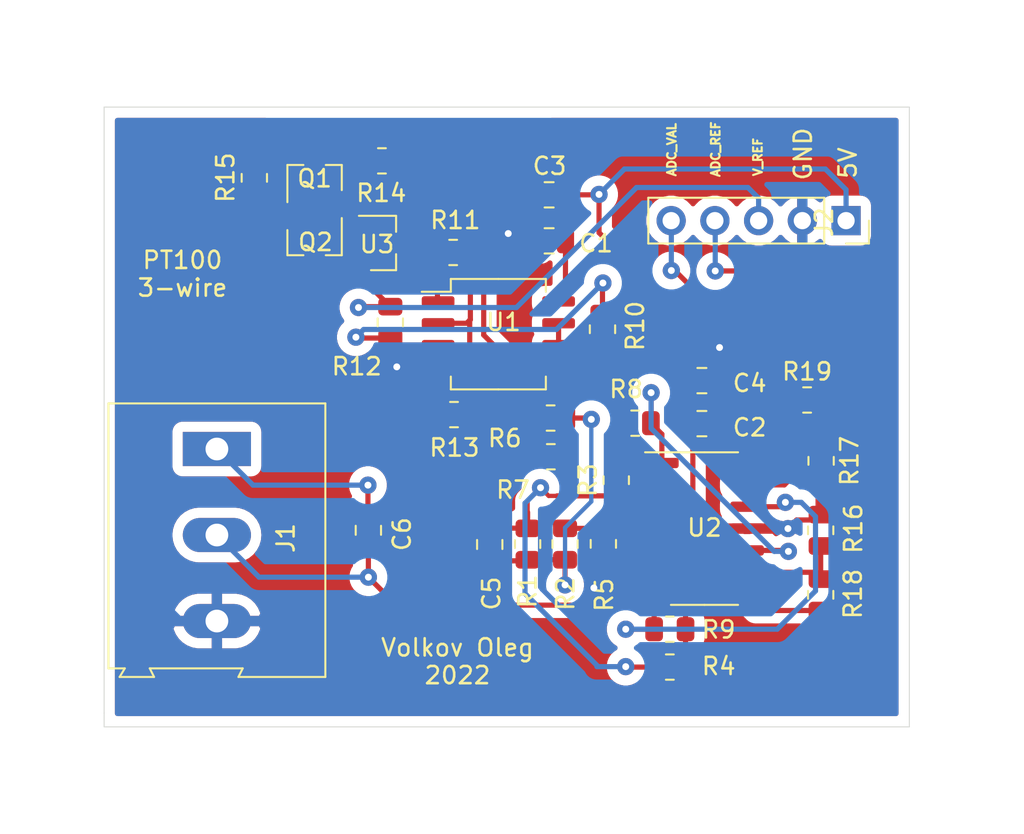
<source format=kicad_pcb>
(kicad_pcb (version 20171130) (host pcbnew "(5.1.12)-1")

  (general
    (thickness 1.6)
    (drawings 12)
    (tracks 275)
    (zones 0)
    (modules 32)
    (nets 23)
  )

  (page A4)
  (layers
    (0 F.Cu signal)
    (31 B.Cu signal)
    (32 B.Adhes user)
    (33 F.Adhes user)
    (34 B.Paste user)
    (35 F.Paste user)
    (36 B.SilkS user)
    (37 F.SilkS user)
    (38 B.Mask user)
    (39 F.Mask user)
    (40 Dwgs.User user)
    (41 Cmts.User user)
    (42 Eco1.User user)
    (43 Eco2.User user)
    (44 Edge.Cuts user)
    (45 Margin user)
    (46 B.CrtYd user)
    (47 F.CrtYd user)
    (48 B.Fab user)
    (49 F.Fab user)
  )

  (setup
    (last_trace_width 0.25)
    (user_trace_width 0.3)
    (trace_clearance 0.2)
    (zone_clearance 0.508)
    (zone_45_only no)
    (trace_min 0.2)
    (via_size 0.8)
    (via_drill 0.4)
    (via_min_size 0.4)
    (via_min_drill 0.3)
    (uvia_size 0.3)
    (uvia_drill 0.1)
    (uvias_allowed no)
    (uvia_min_size 0.2)
    (uvia_min_drill 0.1)
    (edge_width 0.05)
    (segment_width 0.2)
    (pcb_text_width 0.3)
    (pcb_text_size 1.5 1.5)
    (mod_edge_width 0.12)
    (mod_text_size 1 1)
    (mod_text_width 0.15)
    (pad_size 1.524 1.524)
    (pad_drill 0.762)
    (pad_to_mask_clearance 0)
    (aux_axis_origin 0 0)
    (visible_elements 7FFFFFFF)
    (pcbplotparams
      (layerselection 0x00000_ffffffff)
      (usegerberextensions false)
      (usegerberattributes true)
      (usegerberadvancedattributes true)
      (creategerberjobfile true)
      (excludeedgelayer true)
      (linewidth 0.100000)
      (plotframeref false)
      (viasonmask false)
      (mode 1)
      (useauxorigin false)
      (hpglpennumber 1)
      (hpglpenspeed 20)
      (hpglpendiameter 15.000000)
      (psnegative false)
      (psa4output false)
      (plotreference true)
      (plotvalue true)
      (plotinvisibletext false)
      (padsonsilk false)
      (subtractmaskfromsilk false)
      (outputformat 4)
      (mirror false)
      (drillshape 0)
      (scaleselection 1)
      (outputdirectory "./"))
  )

  (net 0 "")
  (net 1 GND)
  (net 2 5V)
  (net 3 "Net-(C5-Pad2)")
  (net 4 Current_Source)
  (net 5 "Net-(C6-Pad2)")
  (net 6 V_REF)
  (net 7 ADC_REF)
  (net 8 ADC_VAL)
  (net 9 "Net-(Q1-Pad1)")
  (net 10 "Net-(Q1-Pad3)")
  (net 11 "Net-(R2-Pad1)")
  (net 12 "Net-(R3-Pad2)")
  (net 13 "Net-(R4-Pad2)")
  (net 14 "Net-(R6-Pad1)")
  (net 15 "Net-(R11-Pad2)")
  (net 16 "Net-(R8-Pad1)")
  (net 17 "Net-(R9-Pad1)")
  (net 18 "Net-(R10-Pad1)")
  (net 19 "Net-(R10-Pad2)")
  (net 20 "Net-(R11-Pad1)")
  (net 21 "Net-(R16-Pad1)")
  (net 22 "Net-(R17-Pad1)")

  (net_class Default "This is the default net class."
    (clearance 0.2)
    (trace_width 0.25)
    (via_dia 0.8)
    (via_drill 0.4)
    (uvia_dia 0.3)
    (uvia_drill 0.1)
    (add_net 5V)
    (add_net ADC_REF)
    (add_net ADC_VAL)
    (add_net Current_Source)
    (add_net GND)
    (add_net "Net-(C5-Pad2)")
    (add_net "Net-(C6-Pad2)")
    (add_net "Net-(Q1-Pad1)")
    (add_net "Net-(Q1-Pad3)")
    (add_net "Net-(R10-Pad1)")
    (add_net "Net-(R10-Pad2)")
    (add_net "Net-(R11-Pad1)")
    (add_net "Net-(R11-Pad2)")
    (add_net "Net-(R16-Pad1)")
    (add_net "Net-(R17-Pad1)")
    (add_net "Net-(R2-Pad1)")
    (add_net "Net-(R3-Pad2)")
    (add_net "Net-(R4-Pad2)")
    (add_net "Net-(R6-Pad1)")
    (add_net "Net-(R8-Pad1)")
    (add_net "Net-(R9-Pad1)")
    (add_net V_REF)
  )

  (module Package_SO:SO-8_5.3x6.2mm_P1.27mm (layer F.Cu) (tedit 5EA5315B) (tstamp 63055469)
    (at 98.7 41.925)
    (descr "SO, 8 Pin (https://www.ti.com/lit/ml/msop001a/msop001a.pdf), generated with kicad-footprint-generator ipc_gullwing_generator.py")
    (tags "SO SO")
    (path /6304834B)
    (attr smd)
    (fp_text reference U1 (at 0.3 -0.7) (layer F.SilkS)
      (effects (font (size 1 1) (thickness 0.15)))
    )
    (fp_text value LM358 (at 0 4.05) (layer F.Fab)
      (effects (font (size 1 1) (thickness 0.15)))
    )
    (fp_line (start 4.7 -3.35) (end -4.7 -3.35) (layer F.CrtYd) (width 0.05))
    (fp_line (start 4.7 3.35) (end 4.7 -3.35) (layer F.CrtYd) (width 0.05))
    (fp_line (start -4.7 3.35) (end 4.7 3.35) (layer F.CrtYd) (width 0.05))
    (fp_line (start -4.7 -3.35) (end -4.7 3.35) (layer F.CrtYd) (width 0.05))
    (fp_line (start -2.65 -2.1) (end -1.65 -3.1) (layer F.Fab) (width 0.1))
    (fp_line (start -2.65 3.1) (end -2.65 -2.1) (layer F.Fab) (width 0.1))
    (fp_line (start 2.65 3.1) (end -2.65 3.1) (layer F.Fab) (width 0.1))
    (fp_line (start 2.65 -3.1) (end 2.65 3.1) (layer F.Fab) (width 0.1))
    (fp_line (start -1.65 -3.1) (end 2.65 -3.1) (layer F.Fab) (width 0.1))
    (fp_line (start -2.76 -2.465) (end -4.45 -2.465) (layer F.SilkS) (width 0.12))
    (fp_line (start -2.76 -3.21) (end -2.76 -2.465) (layer F.SilkS) (width 0.12))
    (fp_line (start 0 -3.21) (end -2.76 -3.21) (layer F.SilkS) (width 0.12))
    (fp_line (start 2.76 -3.21) (end 2.76 -2.465) (layer F.SilkS) (width 0.12))
    (fp_line (start 0 -3.21) (end 2.76 -3.21) (layer F.SilkS) (width 0.12))
    (fp_line (start -2.76 3.21) (end -2.76 2.465) (layer F.SilkS) (width 0.12))
    (fp_line (start 0 3.21) (end -2.76 3.21) (layer F.SilkS) (width 0.12))
    (fp_line (start 2.76 3.21) (end 2.76 2.465) (layer F.SilkS) (width 0.12))
    (fp_line (start 0 3.21) (end 2.76 3.21) (layer F.SilkS) (width 0.12))
    (fp_text user %R (at 0 0) (layer F.Fab)
      (effects (font (size 1 1) (thickness 0.15)))
    )
    (pad 1 smd roundrect (at -3.5 -1.905) (size 1.9 0.6) (layers F.Cu F.Paste F.Mask) (roundrect_rratio 0.25)
      (net 15 "Net-(R11-Pad2)"))
    (pad 2 smd roundrect (at -3.5 -0.635) (size 1.9 0.6) (layers F.Cu F.Paste F.Mask) (roundrect_rratio 0.25)
      (net 20 "Net-(R11-Pad1)"))
    (pad 3 smd roundrect (at -3.5 0.635) (size 1.9 0.6) (layers F.Cu F.Paste F.Mask) (roundrect_rratio 0.25)
      (net 18 "Net-(R10-Pad1)"))
    (pad 4 smd roundrect (at -3.5 1.905) (size 1.9 0.6) (layers F.Cu F.Paste F.Mask) (roundrect_rratio 0.25)
      (net 1 GND))
    (pad 5 smd roundrect (at 3.5 1.905) (size 1.9 0.6) (layers F.Cu F.Paste F.Mask) (roundrect_rratio 0.25)
      (net 4 Current_Source))
    (pad 6 smd roundrect (at 3.5 0.635) (size 1.9 0.6) (layers F.Cu F.Paste F.Mask) (roundrect_rratio 0.25)
      (net 19 "Net-(R10-Pad2)"))
    (pad 7 smd roundrect (at 3.5 -0.635) (size 1.9 0.6) (layers F.Cu F.Paste F.Mask) (roundrect_rratio 0.25)
      (net 19 "Net-(R10-Pad2)"))
    (pad 8 smd roundrect (at 3.5 -1.905) (size 1.9 0.6) (layers F.Cu F.Paste F.Mask) (roundrect_rratio 0.25)
      (net 2 5V))
    (model ${KISYS3DMOD}/Package_SO.3dshapes/SO-8_5.3x6.2mm_P1.27mm.wrl
      (at (xyz 0 0 0))
      (scale (xyz 1 1 1))
      (rotate (xyz 0 0 0))
    )
  )

  (module Capacitor_SMD:C_0805_2012Metric (layer F.Cu) (tedit 5F68FEEE) (tstamp 630551EC)
    (at 101.65 36.5 180)
    (descr "Capacitor SMD 0805 (2012 Metric), square (rectangular) end terminal, IPC_7351 nominal, (Body size source: IPC-SM-782 page 76, https://www.pcb-3d.com/wordpress/wp-content/uploads/ipc-sm-782a_amendment_1_and_2.pdf, https://docs.google.com/spreadsheets/d/1BsfQQcO9C6DZCsRaXUlFlo91Tg2WpOkGARC1WS5S8t0/edit?usp=sharing), generated with kicad-footprint-generator")
    (tags capacitor)
    (path /6306F11C)
    (attr smd)
    (fp_text reference C1 (at -2.725 -0.15) (layer F.SilkS)
      (effects (font (size 1 1) (thickness 0.15)))
    )
    (fp_text value 0.1u (at 0 1.68) (layer F.Fab)
      (effects (font (size 1 1) (thickness 0.15)))
    )
    (fp_line (start -1 0.625) (end -1 -0.625) (layer F.Fab) (width 0.1))
    (fp_line (start -1 -0.625) (end 1 -0.625) (layer F.Fab) (width 0.1))
    (fp_line (start 1 -0.625) (end 1 0.625) (layer F.Fab) (width 0.1))
    (fp_line (start 1 0.625) (end -1 0.625) (layer F.Fab) (width 0.1))
    (fp_line (start -0.261252 -0.735) (end 0.261252 -0.735) (layer F.SilkS) (width 0.12))
    (fp_line (start -0.261252 0.735) (end 0.261252 0.735) (layer F.SilkS) (width 0.12))
    (fp_line (start -1.7 0.98) (end -1.7 -0.98) (layer F.CrtYd) (width 0.05))
    (fp_line (start -1.7 -0.98) (end 1.7 -0.98) (layer F.CrtYd) (width 0.05))
    (fp_line (start 1.7 -0.98) (end 1.7 0.98) (layer F.CrtYd) (width 0.05))
    (fp_line (start 1.7 0.98) (end -1.7 0.98) (layer F.CrtYd) (width 0.05))
    (fp_text user %R (at 0 0) (layer F.Fab)
      (effects (font (size 0.5 0.5) (thickness 0.08)))
    )
    (pad 2 smd roundrect (at 0.95 0 180) (size 1 1.45) (layers F.Cu F.Paste F.Mask) (roundrect_rratio 0.25)
      (net 1 GND))
    (pad 1 smd roundrect (at -0.95 0 180) (size 1 1.45) (layers F.Cu F.Paste F.Mask) (roundrect_rratio 0.25)
      (net 2 5V))
    (model ${KISYS3DMOD}/Capacitor_SMD.3dshapes/C_0805_2012Metric.wrl
      (at (xyz 0 0 0))
      (scale (xyz 1 1 1))
      (rotate (xyz 0 0 0))
    )
  )

  (module Capacitor_SMD:C_0805_2012Metric (layer F.Cu) (tedit 5F68FEEE) (tstamp 630551FD)
    (at 110.525 47.125)
    (descr "Capacitor SMD 0805 (2012 Metric), square (rectangular) end terminal, IPC_7351 nominal, (Body size source: IPC-SM-782 page 76, https://www.pcb-3d.com/wordpress/wp-content/uploads/ipc-sm-782a_amendment_1_and_2.pdf, https://docs.google.com/spreadsheets/d/1BsfQQcO9C6DZCsRaXUlFlo91Tg2WpOkGARC1WS5S8t0/edit?usp=sharing), generated with kicad-footprint-generator")
    (tags capacitor)
    (path /63174DC5)
    (attr smd)
    (fp_text reference C2 (at 2.775 0.225) (layer F.SilkS)
      (effects (font (size 1 1) (thickness 0.15)))
    )
    (fp_text value 0.1u (at 0 1.68) (layer F.Fab)
      (effects (font (size 1 1) (thickness 0.15)))
    )
    (fp_line (start -1 0.625) (end -1 -0.625) (layer F.Fab) (width 0.1))
    (fp_line (start -1 -0.625) (end 1 -0.625) (layer F.Fab) (width 0.1))
    (fp_line (start 1 -0.625) (end 1 0.625) (layer F.Fab) (width 0.1))
    (fp_line (start 1 0.625) (end -1 0.625) (layer F.Fab) (width 0.1))
    (fp_line (start -0.261252 -0.735) (end 0.261252 -0.735) (layer F.SilkS) (width 0.12))
    (fp_line (start -0.261252 0.735) (end 0.261252 0.735) (layer F.SilkS) (width 0.12))
    (fp_line (start -1.7 0.98) (end -1.7 -0.98) (layer F.CrtYd) (width 0.05))
    (fp_line (start -1.7 -0.98) (end 1.7 -0.98) (layer F.CrtYd) (width 0.05))
    (fp_line (start 1.7 -0.98) (end 1.7 0.98) (layer F.CrtYd) (width 0.05))
    (fp_line (start 1.7 0.98) (end -1.7 0.98) (layer F.CrtYd) (width 0.05))
    (fp_text user %R (at 0 0) (layer F.Fab)
      (effects (font (size 0.5 0.5) (thickness 0.08)))
    )
    (pad 2 smd roundrect (at 0.95 0) (size 1 1.45) (layers F.Cu F.Paste F.Mask) (roundrect_rratio 0.25)
      (net 1 GND))
    (pad 1 smd roundrect (at -0.95 0) (size 1 1.45) (layers F.Cu F.Paste F.Mask) (roundrect_rratio 0.25)
      (net 2 5V))
    (model ${KISYS3DMOD}/Capacitor_SMD.3dshapes/C_0805_2012Metric.wrl
      (at (xyz 0 0 0))
      (scale (xyz 1 1 1))
      (rotate (xyz 0 0 0))
    )
  )

  (module Capacitor_SMD:C_0805_2012Metric (layer F.Cu) (tedit 5F68FEEE) (tstamp 6305520E)
    (at 101.65 33.825 180)
    (descr "Capacitor SMD 0805 (2012 Metric), square (rectangular) end terminal, IPC_7351 nominal, (Body size source: IPC-SM-782 page 76, https://www.pcb-3d.com/wordpress/wp-content/uploads/ipc-sm-782a_amendment_1_and_2.pdf, https://docs.google.com/spreadsheets/d/1BsfQQcO9C6DZCsRaXUlFlo91Tg2WpOkGARC1WS5S8t0/edit?usp=sharing), generated with kicad-footprint-generator")
    (tags capacitor)
    (path /6306FAE1)
    (attr smd)
    (fp_text reference C3 (at -0.025 1.675) (layer F.SilkS)
      (effects (font (size 1 1) (thickness 0.15)))
    )
    (fp_text value 10u (at 0 1.68) (layer F.Fab)
      (effects (font (size 1 1) (thickness 0.15)))
    )
    (fp_line (start 1.7 0.98) (end -1.7 0.98) (layer F.CrtYd) (width 0.05))
    (fp_line (start 1.7 -0.98) (end 1.7 0.98) (layer F.CrtYd) (width 0.05))
    (fp_line (start -1.7 -0.98) (end 1.7 -0.98) (layer F.CrtYd) (width 0.05))
    (fp_line (start -1.7 0.98) (end -1.7 -0.98) (layer F.CrtYd) (width 0.05))
    (fp_line (start -0.261252 0.735) (end 0.261252 0.735) (layer F.SilkS) (width 0.12))
    (fp_line (start -0.261252 -0.735) (end 0.261252 -0.735) (layer F.SilkS) (width 0.12))
    (fp_line (start 1 0.625) (end -1 0.625) (layer F.Fab) (width 0.1))
    (fp_line (start 1 -0.625) (end 1 0.625) (layer F.Fab) (width 0.1))
    (fp_line (start -1 -0.625) (end 1 -0.625) (layer F.Fab) (width 0.1))
    (fp_line (start -1 0.625) (end -1 -0.625) (layer F.Fab) (width 0.1))
    (fp_text user %R (at 0 0) (layer F.Fab)
      (effects (font (size 0.5 0.5) (thickness 0.08)))
    )
    (pad 1 smd roundrect (at -0.95 0 180) (size 1 1.45) (layers F.Cu F.Paste F.Mask) (roundrect_rratio 0.25)
      (net 2 5V))
    (pad 2 smd roundrect (at 0.95 0 180) (size 1 1.45) (layers F.Cu F.Paste F.Mask) (roundrect_rratio 0.25)
      (net 1 GND))
    (model ${KISYS3DMOD}/Capacitor_SMD.3dshapes/C_0805_2012Metric.wrl
      (at (xyz 0 0 0))
      (scale (xyz 1 1 1))
      (rotate (xyz 0 0 0))
    )
  )

  (module Capacitor_SMD:C_0805_2012Metric (layer F.Cu) (tedit 5F68FEEE) (tstamp 6305521F)
    (at 110.525 44.625)
    (descr "Capacitor SMD 0805 (2012 Metric), square (rectangular) end terminal, IPC_7351 nominal, (Body size source: IPC-SM-782 page 76, https://www.pcb-3d.com/wordpress/wp-content/uploads/ipc-sm-782a_amendment_1_and_2.pdf, https://docs.google.com/spreadsheets/d/1BsfQQcO9C6DZCsRaXUlFlo91Tg2WpOkGARC1WS5S8t0/edit?usp=sharing), generated with kicad-footprint-generator")
    (tags capacitor)
    (path /63174DCB)
    (attr smd)
    (fp_text reference C4 (at 2.775 0.15) (layer F.SilkS)
      (effects (font (size 1 1) (thickness 0.15)))
    )
    (fp_text value 10u (at 0 1.68) (layer F.Fab)
      (effects (font (size 1 1) (thickness 0.15)))
    )
    (fp_line (start 1.7 0.98) (end -1.7 0.98) (layer F.CrtYd) (width 0.05))
    (fp_line (start 1.7 -0.98) (end 1.7 0.98) (layer F.CrtYd) (width 0.05))
    (fp_line (start -1.7 -0.98) (end 1.7 -0.98) (layer F.CrtYd) (width 0.05))
    (fp_line (start -1.7 0.98) (end -1.7 -0.98) (layer F.CrtYd) (width 0.05))
    (fp_line (start -0.261252 0.735) (end 0.261252 0.735) (layer F.SilkS) (width 0.12))
    (fp_line (start -0.261252 -0.735) (end 0.261252 -0.735) (layer F.SilkS) (width 0.12))
    (fp_line (start 1 0.625) (end -1 0.625) (layer F.Fab) (width 0.1))
    (fp_line (start 1 -0.625) (end 1 0.625) (layer F.Fab) (width 0.1))
    (fp_line (start -1 -0.625) (end 1 -0.625) (layer F.Fab) (width 0.1))
    (fp_line (start -1 0.625) (end -1 -0.625) (layer F.Fab) (width 0.1))
    (fp_text user %R (at 0 0) (layer F.Fab)
      (effects (font (size 0.5 0.5) (thickness 0.08)))
    )
    (pad 1 smd roundrect (at -0.95 0) (size 1 1.45) (layers F.Cu F.Paste F.Mask) (roundrect_rratio 0.25)
      (net 2 5V))
    (pad 2 smd roundrect (at 0.95 0) (size 1 1.45) (layers F.Cu F.Paste F.Mask) (roundrect_rratio 0.25)
      (net 1 GND))
    (model ${KISYS3DMOD}/Capacitor_SMD.3dshapes/C_0805_2012Metric.wrl
      (at (xyz 0 0 0))
      (scale (xyz 1 1 1))
      (rotate (xyz 0 0 0))
    )
  )

  (module Capacitor_SMD:C_0805_2012Metric (layer F.Cu) (tedit 5F68FEEE) (tstamp 63055230)
    (at 98.2 54.15 90)
    (descr "Capacitor SMD 0805 (2012 Metric), square (rectangular) end terminal, IPC_7351 nominal, (Body size source: IPC-SM-782 page 76, https://www.pcb-3d.com/wordpress/wp-content/uploads/ipc-sm-782a_amendment_1_and_2.pdf, https://docs.google.com/spreadsheets/d/1BsfQQcO9C6DZCsRaXUlFlo91Tg2WpOkGARC1WS5S8t0/edit?usp=sharing), generated with kicad-footprint-generator")
    (tags capacitor)
    (path /63108CD9)
    (attr smd)
    (fp_text reference C5 (at -2.85 0.1 90) (layer F.SilkS)
      (effects (font (size 1 1) (thickness 0.15)))
    )
    (fp_text value 0.1u (at 0 1.68 90) (layer F.Fab)
      (effects (font (size 1 1) (thickness 0.15)))
    )
    (fp_line (start -1 0.625) (end -1 -0.625) (layer F.Fab) (width 0.1))
    (fp_line (start -1 -0.625) (end 1 -0.625) (layer F.Fab) (width 0.1))
    (fp_line (start 1 -0.625) (end 1 0.625) (layer F.Fab) (width 0.1))
    (fp_line (start 1 0.625) (end -1 0.625) (layer F.Fab) (width 0.1))
    (fp_line (start -0.261252 -0.735) (end 0.261252 -0.735) (layer F.SilkS) (width 0.12))
    (fp_line (start -0.261252 0.735) (end 0.261252 0.735) (layer F.SilkS) (width 0.12))
    (fp_line (start -1.7 0.98) (end -1.7 -0.98) (layer F.CrtYd) (width 0.05))
    (fp_line (start -1.7 -0.98) (end 1.7 -0.98) (layer F.CrtYd) (width 0.05))
    (fp_line (start 1.7 -0.98) (end 1.7 0.98) (layer F.CrtYd) (width 0.05))
    (fp_line (start 1.7 0.98) (end -1.7 0.98) (layer F.CrtYd) (width 0.05))
    (fp_text user %R (at 0 0 90) (layer F.Fab)
      (effects (font (size 0.5 0.5) (thickness 0.08)))
    )
    (pad 2 smd roundrect (at 0.95 0 90) (size 1 1.45) (layers F.Cu F.Paste F.Mask) (roundrect_rratio 0.25)
      (net 3 "Net-(C5-Pad2)"))
    (pad 1 smd roundrect (at -0.95 0 90) (size 1 1.45) (layers F.Cu F.Paste F.Mask) (roundrect_rratio 0.25)
      (net 4 Current_Source))
    (model ${KISYS3DMOD}/Capacitor_SMD.3dshapes/C_0805_2012Metric.wrl
      (at (xyz 0 0 0))
      (scale (xyz 1 1 1))
      (rotate (xyz 0 0 0))
    )
  )

  (module Capacitor_SMD:C_0805_2012Metric (layer F.Cu) (tedit 5F68FEEE) (tstamp 63055241)
    (at 91.15 53.325 270)
    (descr "Capacitor SMD 0805 (2012 Metric), square (rectangular) end terminal, IPC_7351 nominal, (Body size source: IPC-SM-782 page 76, https://www.pcb-3d.com/wordpress/wp-content/uploads/ipc-sm-782a_amendment_1_and_2.pdf, https://docs.google.com/spreadsheets/d/1BsfQQcO9C6DZCsRaXUlFlo91Tg2WpOkGARC1WS5S8t0/edit?usp=sharing), generated with kicad-footprint-generator")
    (tags capacitor)
    (path /6310ED27)
    (attr smd)
    (fp_text reference C6 (at 0.225 -1.95 90) (layer F.SilkS)
      (effects (font (size 1 1) (thickness 0.15)))
    )
    (fp_text value 0.1u (at 0 1.68 90) (layer F.Fab)
      (effects (font (size 1 1) (thickness 0.15)))
    )
    (fp_line (start 1.7 0.98) (end -1.7 0.98) (layer F.CrtYd) (width 0.05))
    (fp_line (start 1.7 -0.98) (end 1.7 0.98) (layer F.CrtYd) (width 0.05))
    (fp_line (start -1.7 -0.98) (end 1.7 -0.98) (layer F.CrtYd) (width 0.05))
    (fp_line (start -1.7 0.98) (end -1.7 -0.98) (layer F.CrtYd) (width 0.05))
    (fp_line (start -0.261252 0.735) (end 0.261252 0.735) (layer F.SilkS) (width 0.12))
    (fp_line (start -0.261252 -0.735) (end 0.261252 -0.735) (layer F.SilkS) (width 0.12))
    (fp_line (start 1 0.625) (end -1 0.625) (layer F.Fab) (width 0.1))
    (fp_line (start 1 -0.625) (end 1 0.625) (layer F.Fab) (width 0.1))
    (fp_line (start -1 -0.625) (end 1 -0.625) (layer F.Fab) (width 0.1))
    (fp_line (start -1 0.625) (end -1 -0.625) (layer F.Fab) (width 0.1))
    (fp_text user %R (at 0 0 90) (layer F.Fab)
      (effects (font (size 0.5 0.5) (thickness 0.08)))
    )
    (pad 1 smd roundrect (at -0.95 0 270) (size 1 1.45) (layers F.Cu F.Paste F.Mask) (roundrect_rratio 0.25)
      (net 3 "Net-(C5-Pad2)"))
    (pad 2 smd roundrect (at 0.95 0 270) (size 1 1.45) (layers F.Cu F.Paste F.Mask) (roundrect_rratio 0.25)
      (net 5 "Net-(C6-Pad2)"))
    (model ${KISYS3DMOD}/Capacitor_SMD.3dshapes/C_0805_2012Metric.wrl
      (at (xyz 0 0 0))
      (scale (xyz 1 1 1))
      (rotate (xyz 0 0 0))
    )
  )

  (module TerminalBlock:TerminalBlock_Altech_AK300-3_P5.00mm (layer F.Cu) (tedit 59FF0306) (tstamp 630552C4)
    (at 82.35 48.6 270)
    (descr "Altech AK300 terminal block, pitch 5.0mm, 45 degree angled, see http://www.mouser.com/ds/2/16/PCBMETRC-24178.pdf")
    (tags "Altech AK300 terminal block pitch 5.0mm")
    (path /630B2D0D)
    (fp_text reference J1 (at 5.175 -4 90) (layer F.SilkS)
      (effects (font (size 1 1) (thickness 0.15)))
    )
    (fp_text value "PT100 3-wire" (at 4.95 7.3 90) (layer F.Fab)
      (effects (font (size 1 1) (thickness 0.15)))
    )
    (fp_line (start 13.42 6.46) (end -2.83 6.46) (layer F.CrtYd) (width 0.05))
    (fp_line (start 13.42 6.46) (end 13.42 -6.48) (layer F.CrtYd) (width 0.05))
    (fp_line (start -2.83 -6.48) (end -2.83 6.46) (layer F.CrtYd) (width 0.05))
    (fp_line (start -2.83 -6.48) (end 13.42 -6.48) (layer F.CrtYd) (width 0.05))
    (fp_line (start 3.34 -0.26) (end 6.64 -0.26) (layer F.Fab) (width 0.1))
    (fp_line (start 2.96 -0.26) (end 3.34 -0.26) (layer F.Fab) (width 0.1))
    (fp_line (start 7.02 -0.26) (end 6.64 -0.26) (layer F.Fab) (width 0.1))
    (fp_line (start 1.64 -0.26) (end -1.67 -0.26) (layer F.Fab) (width 0.1))
    (fp_line (start 2.02 -0.26) (end 1.64 -0.26) (layer F.Fab) (width 0.1))
    (fp_line (start -2.05 -0.26) (end -1.67 -0.26) (layer F.Fab) (width 0.1))
    (fp_line (start -1.51 -4.33) (end 1.53 -4.96) (layer F.Fab) (width 0.1))
    (fp_line (start -1.64 -4.46) (end 1.41 -5.09) (layer F.Fab) (width 0.1))
    (fp_line (start 3.49 -4.33) (end 6.54 -4.96) (layer F.Fab) (width 0.1))
    (fp_line (start 3.36 -4.46) (end 6.41 -5.09) (layer F.Fab) (width 0.1))
    (fp_line (start 2.02 -5.98) (end -2.05 -5.98) (layer F.Fab) (width 0.1))
    (fp_line (start -2.05 -3.44) (end -2.05 -5.98) (layer F.Fab) (width 0.1))
    (fp_line (start 2.02 -3.44) (end -2.05 -3.44) (layer F.Fab) (width 0.1))
    (fp_line (start 2.02 -3.44) (end 2.02 -5.98) (layer F.Fab) (width 0.1))
    (fp_line (start 7.02 -3.44) (end 2.96 -3.44) (layer F.Fab) (width 0.1))
    (fp_line (start 7.02 -5.98) (end 7.02 -3.44) (layer F.Fab) (width 0.1))
    (fp_line (start 2.96 -5.98) (end 7.02 -5.98) (layer F.Fab) (width 0.1))
    (fp_line (start 2.96 -3.44) (end 2.96 -5.98) (layer F.Fab) (width 0.1))
    (fp_line (start -2.58 -3.19) (end -2.58 -6.23) (layer F.Fab) (width 0.1))
    (fp_line (start -2.58 -3.19) (end 7.58 -3.19) (layer F.Fab) (width 0.1))
    (fp_line (start -2.58 -0.65) (end -2.58 -3.19) (layer F.Fab) (width 0.1))
    (fp_line (start -2.58 6.21) (end -2.58 -0.65) (layer F.Fab) (width 0.1))
    (fp_line (start 6.64 0.5) (end 6.26 0.5) (layer F.Fab) (width 0.1))
    (fp_line (start 3.34 0.5) (end 3.72 0.5) (layer F.Fab) (width 0.1))
    (fp_line (start 1.64 0.5) (end 1.26 0.5) (layer F.Fab) (width 0.1))
    (fp_line (start -1.67 0.5) (end -1.28 0.5) (layer F.Fab) (width 0.1))
    (fp_line (start -1.67 3.67) (end -1.67 0.5) (layer F.Fab) (width 0.1))
    (fp_line (start 1.64 3.67) (end -1.67 3.67) (layer F.Fab) (width 0.1))
    (fp_line (start 1.64 3.67) (end 1.64 0.5) (layer F.Fab) (width 0.1))
    (fp_line (start 3.34 3.67) (end 3.34 0.5) (layer F.Fab) (width 0.1))
    (fp_line (start 6.64 3.67) (end 3.34 3.67) (layer F.Fab) (width 0.1))
    (fp_line (start 6.64 3.67) (end 6.64 0.5) (layer F.Fab) (width 0.1))
    (fp_line (start -2.05 4.31) (end -2.05 6.21) (layer F.Fab) (width 0.1))
    (fp_line (start 2.02 4.31) (end 2.02 -0.26) (layer F.Fab) (width 0.1))
    (fp_line (start 2.02 4.31) (end -2.05 4.31) (layer F.Fab) (width 0.1))
    (fp_line (start 7.02 4.31) (end 7.02 6.21) (layer F.Fab) (width 0.1))
    (fp_line (start 2.96 4.31) (end 2.96 -0.26) (layer F.Fab) (width 0.1))
    (fp_line (start 2.96 4.31) (end 7.02 4.31) (layer F.Fab) (width 0.1))
    (fp_line (start -2.05 6.21) (end 2.02 6.21) (layer F.Fab) (width 0.1))
    (fp_line (start -2.58 6.21) (end -2.05 6.21) (layer F.Fab) (width 0.1))
    (fp_line (start -2.05 -0.26) (end -2.05 4.31) (layer F.Fab) (width 0.1))
    (fp_line (start 2.02 6.21) (end 2.96 6.21) (layer F.Fab) (width 0.1))
    (fp_line (start 2.02 6.21) (end 2.02 4.31) (layer F.Fab) (width 0.1))
    (fp_line (start 7.02 6.21) (end 7.58 6.21) (layer F.Fab) (width 0.1))
    (fp_line (start 2.96 6.21) (end 7.02 6.21) (layer F.Fab) (width 0.1))
    (fp_line (start 7.02 -0.26) (end 7.02 4.31) (layer F.Fab) (width 0.1))
    (fp_line (start 2.96 6.21) (end 2.96 4.31) (layer F.Fab) (width 0.1))
    (fp_line (start 8.02 4.05) (end 8.02 5.2) (layer F.Fab) (width 0.1))
    (fp_line (start 8.02 5.2) (end 8.02 6.21) (layer F.Fab) (width 0.1))
    (fp_line (start 3.72 2.53) (end 3.72 -0.26) (layer F.Fab) (width 0.1))
    (fp_line (start 3.72 -0.26) (end 6.26 -0.26) (layer F.Fab) (width 0.1))
    (fp_line (start 6.26 2.53) (end 6.26 -0.26) (layer F.Fab) (width 0.1))
    (fp_line (start 3.72 2.53) (end 6.26 2.53) (layer F.Fab) (width 0.1))
    (fp_line (start -1.28 2.53) (end -1.28 -0.26) (layer F.Fab) (width 0.1))
    (fp_line (start -1.28 -0.26) (end 1.26 -0.26) (layer F.Fab) (width 0.1))
    (fp_line (start 1.26 2.53) (end 1.26 -0.26) (layer F.Fab) (width 0.1))
    (fp_line (start -1.28 2.53) (end 1.26 2.53) (layer F.Fab) (width 0.1))
    (fp_line (start 8.8 2.53) (end 11.34 2.53) (layer F.Fab) (width 0.1))
    (fp_line (start 11.34 2.53) (end 11.34 -0.26) (layer F.Fab) (width 0.1))
    (fp_line (start 8.8 -0.26) (end 11.34 -0.26) (layer F.Fab) (width 0.1))
    (fp_line (start 8.8 2.53) (end 8.8 -0.26) (layer F.Fab) (width 0.1))
    (fp_line (start 12.66 -6.23) (end 12.66 -3.19) (layer F.Fab) (width 0.1))
    (fp_line (start 12.66 -6.23) (end 13.17 -6.23) (layer F.Fab) (width 0.1))
    (fp_line (start 13.17 -6.23) (end 13.17 -1.41) (layer F.Fab) (width 0.1))
    (fp_line (start 13.17 -1.41) (end 12.66 -1.66) (layer F.Fab) (width 0.1))
    (fp_line (start 13.17 5.45) (end 12.66 5.2) (layer F.Fab) (width 0.1))
    (fp_line (start 12.66 5.2) (end 12.66 6.21) (layer F.Fab) (width 0.1))
    (fp_line (start 13.17 3.8) (end 12.66 4.05) (layer F.Fab) (width 0.1))
    (fp_line (start 12.66 4.05) (end 12.66 5.2) (layer F.Fab) (width 0.1))
    (fp_line (start 13.17 3.8) (end 13.17 5.45) (layer F.Fab) (width 0.1))
    (fp_line (start 8.04 6.21) (end 8.04 4.31) (layer F.Fab) (width 0.1))
    (fp_line (start 12.1 -0.26) (end 12.1 4.31) (layer F.Fab) (width 0.1))
    (fp_line (start 12.1 6.21) (end 12.66 6.21) (layer F.Fab) (width 0.1))
    (fp_line (start 8.04 4.31) (end 12.1 4.31) (layer F.Fab) (width 0.1))
    (fp_line (start 12.1 4.31) (end 12.1 6.21) (layer F.Fab) (width 0.1))
    (fp_line (start 11.72 3.67) (end 11.72 0.5) (layer F.Fab) (width 0.1))
    (fp_line (start 11.72 3.67) (end 8.42 3.67) (layer F.Fab) (width 0.1))
    (fp_line (start 8.42 3.67) (end 8.42 0.5) (layer F.Fab) (width 0.1))
    (fp_line (start 8.42 0.5) (end 8.8 0.5) (layer F.Fab) (width 0.1))
    (fp_line (start 11.72 0.5) (end 11.34 0.5) (layer F.Fab) (width 0.1))
    (fp_line (start 12.66 -1.66) (end 12.66 -0.65) (layer F.Fab) (width 0.1))
    (fp_line (start 12.66 -0.65) (end 12.66 4.05) (layer F.Fab) (width 0.1))
    (fp_line (start 12.66 -3.19) (end 12.66 -1.66) (layer F.Fab) (width 0.1))
    (fp_line (start 8.04 -3.44) (end 8.04 -5.98) (layer F.Fab) (width 0.1))
    (fp_line (start 8.04 -5.98) (end 12.1 -5.98) (layer F.Fab) (width 0.1))
    (fp_line (start 12.1 -5.98) (end 12.1 -3.44) (layer F.Fab) (width 0.1))
    (fp_line (start 12.1 -3.44) (end 8.04 -3.44) (layer F.Fab) (width 0.1))
    (fp_line (start 8.44 -4.46) (end 11.49 -5.09) (layer F.Fab) (width 0.1))
    (fp_line (start 8.57 -4.33) (end 11.62 -4.96) (layer F.Fab) (width 0.1))
    (fp_line (start 12.1 -0.26) (end 11.72 -0.26) (layer F.Fab) (width 0.1))
    (fp_line (start 8.04 -0.26) (end 8.42 -0.26) (layer F.Fab) (width 0.1))
    (fp_line (start 8.42 -0.26) (end 11.72 -0.26) (layer F.Fab) (width 0.1))
    (fp_line (start -2.58 -6.23) (end 12.66 -6.23) (layer F.Fab) (width 0.1))
    (fp_line (start 7.58 -3.19) (end 12.6 -3.19) (layer F.Fab) (width 0.1))
    (fp_line (start 12.09 6.21) (end 7.58 6.21) (layer F.Fab) (width 0.1))
    (fp_line (start 8.02 3.99) (end 8.02 -0.26) (layer F.Fab) (width 0.1))
    (fp_line (start 12.66 -0.65) (end -2.52 -0.65) (layer F.Fab) (width 0.1))
    (fp_line (start 13.25 -6.3) (end -2.65 -6.3) (layer F.SilkS) (width 0.12))
    (fp_line (start 13.25 -1.25) (end 13.25 -6.3) (layer F.SilkS) (width 0.12))
    (fp_line (start 12.75 -1.5) (end 13.25 -1.25) (layer F.SilkS) (width 0.12))
    (fp_line (start 12.75 3.9) (end 12.75 -1.5) (layer F.SilkS) (width 0.12))
    (fp_line (start 13.25 3.65) (end 12.75 3.9) (layer F.SilkS) (width 0.12))
    (fp_line (start 13.25 5.65) (end 13.25 3.65) (layer F.SilkS) (width 0.12))
    (fp_line (start 12.75 5.35) (end 13.25 5.65) (layer F.SilkS) (width 0.12))
    (fp_line (start 12.75 6.3) (end 12.75 5.35) (layer F.SilkS) (width 0.12))
    (fp_line (start -2.65 6.3) (end 12.75 6.3) (layer F.SilkS) (width 0.12))
    (fp_line (start -2.65 -6.3) (end -2.65 6.3) (layer F.SilkS) (width 0.12))
    (fp_text user %R (at 5 -2 90) (layer F.Fab)
      (effects (font (size 1 1) (thickness 0.15)))
    )
    (fp_arc (start 8.93 -4.66) (end 8.64 -4.14) (angle 104.2) (layer F.Fab) (width 0.1))
    (fp_arc (start 10.04 -3.72) (end 8.44 -5.01) (angle 100) (layer F.Fab) (width 0.1))
    (fp_arc (start 10.12 -6.08) (end 11.58 -4.13) (angle 75.5) (layer F.Fab) (width 0.1))
    (fp_arc (start 11.09 -4.6) (end 11.59 -5.06) (angle 90.5) (layer F.Fab) (width 0.1))
    (fp_arc (start 6.01 -4.6) (end 6.51 -5.06) (angle 90.5) (layer F.Fab) (width 0.1))
    (fp_arc (start 5.04 -6.08) (end 6.5 -4.13) (angle 75.5) (layer F.Fab) (width 0.1))
    (fp_arc (start 4.96 -3.72) (end 3.36 -5.01) (angle 100) (layer F.Fab) (width 0.1))
    (fp_arc (start 3.85 -4.66) (end 3.56 -4.14) (angle 104.2) (layer F.Fab) (width 0.1))
    (fp_arc (start 1 -4.6) (end 1.51 -5.06) (angle 90.5) (layer F.Fab) (width 0.1))
    (fp_arc (start 0.04 -6.08) (end 1.5 -4.13) (angle 75.5) (layer F.Fab) (width 0.1))
    (fp_arc (start -0.04 -3.72) (end -1.64 -5.01) (angle 100) (layer F.Fab) (width 0.1))
    (fp_arc (start -1.16 -4.66) (end -1.44 -4.14) (angle 104.2) (layer F.Fab) (width 0.1))
    (pad 1 thru_hole rect (at 0 0 270) (size 1.98 3.96) (drill 1.32) (layers *.Cu *.Mask)
      (net 3 "Net-(C5-Pad2)"))
    (pad 2 thru_hole oval (at 5 0 270) (size 1.98 3.96) (drill 1.32) (layers *.Cu *.Mask)
      (net 5 "Net-(C6-Pad2)"))
    (pad 3 thru_hole oval (at 10 0 270) (size 1.98 3.96) (drill 1.32) (layers *.Cu *.Mask)
      (net 1 GND))
    (model ${KISYS3DMOD}/TerminalBlock.3dshapes/TerminalBlock_Altech_AK300-3_P5.00mm.wrl
      (at (xyz 0 0 0))
      (scale (xyz 1 1 1))
      (rotate (xyz 0 0 0))
    )
  )

  (module Connector_PinSocket_2.54mm:PinSocket_1x05_P2.54mm_Vertical (layer F.Cu) (tedit 5A19A420) (tstamp 630552DD)
    (at 118.9 35.325 270)
    (descr "Through hole straight socket strip, 1x05, 2.54mm pitch, single row (from Kicad 4.0.7), script generated")
    (tags "Through hole socket strip THT 1x05 2.54mm single row")
    (path /6320F4C2)
    (fp_text reference J2 (at 0.1 1.275 90) (layer F.SilkS)
      (effects (font (size 1 1) (thickness 0.15)))
    )
    (fp_text value Гребенка (at 0 12.93 90) (layer F.Fab)
      (effects (font (size 1 1) (thickness 0.15)))
    )
    (fp_line (start -1.8 11.9) (end -1.8 -1.8) (layer F.CrtYd) (width 0.05))
    (fp_line (start 1.75 11.9) (end -1.8 11.9) (layer F.CrtYd) (width 0.05))
    (fp_line (start 1.75 -1.8) (end 1.75 11.9) (layer F.CrtYd) (width 0.05))
    (fp_line (start -1.8 -1.8) (end 1.75 -1.8) (layer F.CrtYd) (width 0.05))
    (fp_line (start 0 -1.33) (end 1.33 -1.33) (layer F.SilkS) (width 0.12))
    (fp_line (start 1.33 -1.33) (end 1.33 0) (layer F.SilkS) (width 0.12))
    (fp_line (start 1.33 1.27) (end 1.33 11.49) (layer F.SilkS) (width 0.12))
    (fp_line (start -1.33 11.49) (end 1.33 11.49) (layer F.SilkS) (width 0.12))
    (fp_line (start -1.33 1.27) (end -1.33 11.49) (layer F.SilkS) (width 0.12))
    (fp_line (start -1.33 1.27) (end 1.33 1.27) (layer F.SilkS) (width 0.12))
    (fp_line (start -1.27 11.43) (end -1.27 -1.27) (layer F.Fab) (width 0.1))
    (fp_line (start 1.27 11.43) (end -1.27 11.43) (layer F.Fab) (width 0.1))
    (fp_line (start 1.27 -0.635) (end 1.27 11.43) (layer F.Fab) (width 0.1))
    (fp_line (start 0.635 -1.27) (end 1.27 -0.635) (layer F.Fab) (width 0.1))
    (fp_line (start -1.27 -1.27) (end 0.635 -1.27) (layer F.Fab) (width 0.1))
    (fp_text user %R (at 0 5.08) (layer F.Fab)
      (effects (font (size 1 1) (thickness 0.15)))
    )
    (pad 1 thru_hole rect (at 0 0 270) (size 1.7 1.7) (drill 1) (layers *.Cu *.Mask)
      (net 2 5V))
    (pad 2 thru_hole oval (at 0 2.54 270) (size 1.7 1.7) (drill 1) (layers *.Cu *.Mask)
      (net 1 GND))
    (pad 3 thru_hole oval (at 0 5.08 270) (size 1.7 1.7) (drill 1) (layers *.Cu *.Mask)
      (net 6 V_REF))
    (pad 4 thru_hole oval (at 0 7.62 270) (size 1.7 1.7) (drill 1) (layers *.Cu *.Mask)
      (net 7 ADC_REF))
    (pad 5 thru_hole oval (at 0 10.16 270) (size 1.7 1.7) (drill 1) (layers *.Cu *.Mask)
      (net 8 ADC_VAL))
    (model ${KISYS3DMOD}/Connector_PinSocket_2.54mm.3dshapes/PinSocket_1x05_P2.54mm_Vertical.wrl
      (at (xyz 0 0 0))
      (scale (xyz 1 1 1))
      (rotate (xyz 0 0 0))
    )
  )

  (module Package_TO_SOT_SMD:SOT-23 (layer F.Cu) (tedit 5A02FF57) (tstamp 630552F2)
    (at 88.025 32.85 90)
    (descr "SOT-23, Standard")
    (tags SOT-23)
    (path /63046984)
    (attr smd)
    (fp_text reference Q1 (at -0.025 0 180) (layer F.SilkS)
      (effects (font (size 1 1) (thickness 0.15)))
    )
    (fp_text value BC857 (at 0 2.5 90) (layer F.Fab)
      (effects (font (size 1 1) (thickness 0.15)))
    )
    (fp_line (start 0.76 1.58) (end -0.7 1.58) (layer F.SilkS) (width 0.12))
    (fp_line (start 0.76 -1.58) (end -1.4 -1.58) (layer F.SilkS) (width 0.12))
    (fp_line (start -1.7 1.75) (end -1.7 -1.75) (layer F.CrtYd) (width 0.05))
    (fp_line (start 1.7 1.75) (end -1.7 1.75) (layer F.CrtYd) (width 0.05))
    (fp_line (start 1.7 -1.75) (end 1.7 1.75) (layer F.CrtYd) (width 0.05))
    (fp_line (start -1.7 -1.75) (end 1.7 -1.75) (layer F.CrtYd) (width 0.05))
    (fp_line (start 0.76 -1.58) (end 0.76 -0.65) (layer F.SilkS) (width 0.12))
    (fp_line (start 0.76 1.58) (end 0.76 0.65) (layer F.SilkS) (width 0.12))
    (fp_line (start -0.7 1.52) (end 0.7 1.52) (layer F.Fab) (width 0.1))
    (fp_line (start 0.7 -1.52) (end 0.7 1.52) (layer F.Fab) (width 0.1))
    (fp_line (start -0.7 -0.95) (end -0.15 -1.52) (layer F.Fab) (width 0.1))
    (fp_line (start -0.15 -1.52) (end 0.7 -1.52) (layer F.Fab) (width 0.1))
    (fp_line (start -0.7 -0.95) (end -0.7 1.5) (layer F.Fab) (width 0.1))
    (fp_text user %R (at 0 0) (layer F.Fab)
      (effects (font (size 0.5 0.5) (thickness 0.075)))
    )
    (pad 1 smd rect (at -1 -0.95 90) (size 0.9 0.8) (layers F.Cu F.Paste F.Mask)
      (net 9 "Net-(Q1-Pad1)"))
    (pad 2 smd rect (at -1 0.95 90) (size 0.9 0.8) (layers F.Cu F.Paste F.Mask)
      (net 2 5V))
    (pad 3 smd rect (at 1 0 90) (size 0.9 0.8) (layers F.Cu F.Paste F.Mask)
      (net 10 "Net-(Q1-Pad3)"))
    (model ${KISYS3DMOD}/Package_TO_SOT_SMD.3dshapes/SOT-23.wrl
      (at (xyz 0 0 0))
      (scale (xyz 1 1 1))
      (rotate (xyz 0 0 0))
    )
  )

  (module Package_TO_SOT_SMD:SOT-23 (layer F.Cu) (tedit 5A02FF57) (tstamp 63055307)
    (at 88.025 36.575 270)
    (descr "SOT-23, Standard")
    (tags SOT-23)
    (path /63047645)
    (attr smd)
    (fp_text reference Q2 (at 0 -0.05 180) (layer F.SilkS)
      (effects (font (size 1 1) (thickness 0.15)))
    )
    (fp_text value BC857 (at 0 2.5 90) (layer F.Fab)
      (effects (font (size 1 1) (thickness 0.15)))
    )
    (fp_line (start 0.76 1.58) (end -0.7 1.58) (layer F.SilkS) (width 0.12))
    (fp_line (start 0.76 -1.58) (end -1.4 -1.58) (layer F.SilkS) (width 0.12))
    (fp_line (start -1.7 1.75) (end -1.7 -1.75) (layer F.CrtYd) (width 0.05))
    (fp_line (start 1.7 1.75) (end -1.7 1.75) (layer F.CrtYd) (width 0.05))
    (fp_line (start 1.7 -1.75) (end 1.7 1.75) (layer F.CrtYd) (width 0.05))
    (fp_line (start -1.7 -1.75) (end 1.7 -1.75) (layer F.CrtYd) (width 0.05))
    (fp_line (start 0.76 -1.58) (end 0.76 -0.65) (layer F.SilkS) (width 0.12))
    (fp_line (start 0.76 1.58) (end 0.76 0.65) (layer F.SilkS) (width 0.12))
    (fp_line (start -0.7 1.52) (end 0.7 1.52) (layer F.Fab) (width 0.1))
    (fp_line (start 0.7 -1.52) (end 0.7 1.52) (layer F.Fab) (width 0.1))
    (fp_line (start -0.7 -0.95) (end -0.15 -1.52) (layer F.Fab) (width 0.1))
    (fp_line (start -0.15 -1.52) (end 0.7 -1.52) (layer F.Fab) (width 0.1))
    (fp_line (start -0.7 -0.95) (end -0.7 1.5) (layer F.Fab) (width 0.1))
    (fp_text user %R (at 0 0) (layer F.Fab)
      (effects (font (size 0.5 0.5) (thickness 0.075)))
    )
    (pad 1 smd rect (at -1 -0.95 270) (size 0.9 0.8) (layers F.Cu F.Paste F.Mask)
      (net 10 "Net-(Q1-Pad3)"))
    (pad 2 smd rect (at -1 0.95 270) (size 0.9 0.8) (layers F.Cu F.Paste F.Mask)
      (net 9 "Net-(Q1-Pad1)"))
    (pad 3 smd rect (at 1 0 270) (size 0.9 0.8) (layers F.Cu F.Paste F.Mask)
      (net 6 V_REF))
    (model ${KISYS3DMOD}/Package_TO_SOT_SMD.3dshapes/SOT-23.wrl
      (at (xyz 0 0 0))
      (scale (xyz 1 1 1))
      (rotate (xyz 0 0 0))
    )
  )

  (module Resistor_SMD:R_0805_2012Metric (layer F.Cu) (tedit 5F68FEEE) (tstamp 63055318)
    (at 100.4 54.125 90)
    (descr "Resistor SMD 0805 (2012 Metric), square (rectangular) end terminal, IPC_7351 nominal, (Body size source: IPC-SM-782 page 72, https://www.pcb-3d.com/wordpress/wp-content/uploads/ipc-sm-782a_amendment_1_and_2.pdf), generated with kicad-footprint-generator")
    (tags resistor)
    (path /630AF97F)
    (attr smd)
    (fp_text reference R1 (at -2.75 0 90) (layer F.SilkS)
      (effects (font (size 1 1) (thickness 0.15)))
    )
    (fp_text value 220 (at 0 1.65 90) (layer F.Fab)
      (effects (font (size 1 1) (thickness 0.15)))
    )
    (fp_line (start 1.68 0.95) (end -1.68 0.95) (layer F.CrtYd) (width 0.05))
    (fp_line (start 1.68 -0.95) (end 1.68 0.95) (layer F.CrtYd) (width 0.05))
    (fp_line (start -1.68 -0.95) (end 1.68 -0.95) (layer F.CrtYd) (width 0.05))
    (fp_line (start -1.68 0.95) (end -1.68 -0.95) (layer F.CrtYd) (width 0.05))
    (fp_line (start -0.227064 0.735) (end 0.227064 0.735) (layer F.SilkS) (width 0.12))
    (fp_line (start -0.227064 -0.735) (end 0.227064 -0.735) (layer F.SilkS) (width 0.12))
    (fp_line (start 1 0.625) (end -1 0.625) (layer F.Fab) (width 0.1))
    (fp_line (start 1 -0.625) (end 1 0.625) (layer F.Fab) (width 0.1))
    (fp_line (start -1 -0.625) (end 1 -0.625) (layer F.Fab) (width 0.1))
    (fp_line (start -1 0.625) (end -1 -0.625) (layer F.Fab) (width 0.1))
    (fp_text user %R (at 0 0 90) (layer F.Fab)
      (effects (font (size 0.5 0.5) (thickness 0.08)))
    )
    (pad 1 smd roundrect (at -0.9125 0 90) (size 1.025 1.4) (layers F.Cu F.Paste F.Mask) (roundrect_rratio 0.2439014634146341)
      (net 4 Current_Source))
    (pad 2 smd roundrect (at 0.9125 0 90) (size 1.025 1.4) (layers F.Cu F.Paste F.Mask) (roundrect_rratio 0.2439014634146341)
      (net 3 "Net-(C5-Pad2)"))
    (model ${KISYS3DMOD}/Resistor_SMD.3dshapes/R_0805_2012Metric.wrl
      (at (xyz 0 0 0))
      (scale (xyz 1 1 1))
      (rotate (xyz 0 0 0))
    )
  )

  (module Resistor_SMD:R_0805_2012Metric (layer F.Cu) (tedit 5F68FEEE) (tstamp 63055329)
    (at 102.575 54.125 270)
    (descr "Resistor SMD 0805 (2012 Metric), square (rectangular) end terminal, IPC_7351 nominal, (Body size source: IPC-SM-782 page 72, https://www.pcb-3d.com/wordpress/wp-content/uploads/ipc-sm-782a_amendment_1_and_2.pdf), generated with kicad-footprint-generator")
    (tags resistor)
    (path /630C5730)
    (attr smd)
    (fp_text reference R2 (at 2.9 -0.025 90) (layer F.SilkS)
      (effects (font (size 1 1) (thickness 0.15)))
    )
    (fp_text value 100k (at 0 1.65 90) (layer F.Fab)
      (effects (font (size 1 1) (thickness 0.15)))
    )
    (fp_line (start -1 0.625) (end -1 -0.625) (layer F.Fab) (width 0.1))
    (fp_line (start -1 -0.625) (end 1 -0.625) (layer F.Fab) (width 0.1))
    (fp_line (start 1 -0.625) (end 1 0.625) (layer F.Fab) (width 0.1))
    (fp_line (start 1 0.625) (end -1 0.625) (layer F.Fab) (width 0.1))
    (fp_line (start -0.227064 -0.735) (end 0.227064 -0.735) (layer F.SilkS) (width 0.12))
    (fp_line (start -0.227064 0.735) (end 0.227064 0.735) (layer F.SilkS) (width 0.12))
    (fp_line (start -1.68 0.95) (end -1.68 -0.95) (layer F.CrtYd) (width 0.05))
    (fp_line (start -1.68 -0.95) (end 1.68 -0.95) (layer F.CrtYd) (width 0.05))
    (fp_line (start 1.68 -0.95) (end 1.68 0.95) (layer F.CrtYd) (width 0.05))
    (fp_line (start 1.68 0.95) (end -1.68 0.95) (layer F.CrtYd) (width 0.05))
    (fp_text user %R (at 0 0 90) (layer F.Fab)
      (effects (font (size 0.5 0.5) (thickness 0.08)))
    )
    (pad 2 smd roundrect (at 0.9125 0 270) (size 1.025 1.4) (layers F.Cu F.Paste F.Mask) (roundrect_rratio 0.2439014634146341)
      (net 4 Current_Source))
    (pad 1 smd roundrect (at -0.9125 0 270) (size 1.025 1.4) (layers F.Cu F.Paste F.Mask) (roundrect_rratio 0.2439014634146341)
      (net 11 "Net-(R2-Pad1)"))
    (model ${KISYS3DMOD}/Resistor_SMD.3dshapes/R_0805_2012Metric.wrl
      (at (xyz 0 0 0))
      (scale (xyz 1 1 1))
      (rotate (xyz 0 0 0))
    )
  )

  (module Resistor_SMD:R_0805_2012Metric (layer F.Cu) (tedit 5F68FEEE) (tstamp 6305533A)
    (at 105.55 50.4125 90)
    (descr "Resistor SMD 0805 (2012 Metric), square (rectangular) end terminal, IPC_7351 nominal, (Body size source: IPC-SM-782 page 72, https://www.pcb-3d.com/wordpress/wp-content/uploads/ipc-sm-782a_amendment_1_and_2.pdf), generated with kicad-footprint-generator")
    (tags resistor)
    (path /630C6EC6)
    (attr smd)
    (fp_text reference R3 (at 0 -1.65 90) (layer F.SilkS)
      (effects (font (size 1 1) (thickness 0.15)))
    )
    (fp_text value 100k (at 0 1.65 90) (layer F.Fab)
      (effects (font (size 1 1) (thickness 0.15)))
    )
    (fp_line (start 1.68 0.95) (end -1.68 0.95) (layer F.CrtYd) (width 0.05))
    (fp_line (start 1.68 -0.95) (end 1.68 0.95) (layer F.CrtYd) (width 0.05))
    (fp_line (start -1.68 -0.95) (end 1.68 -0.95) (layer F.CrtYd) (width 0.05))
    (fp_line (start -1.68 0.95) (end -1.68 -0.95) (layer F.CrtYd) (width 0.05))
    (fp_line (start -0.227064 0.735) (end 0.227064 0.735) (layer F.SilkS) (width 0.12))
    (fp_line (start -0.227064 -0.735) (end 0.227064 -0.735) (layer F.SilkS) (width 0.12))
    (fp_line (start 1 0.625) (end -1 0.625) (layer F.Fab) (width 0.1))
    (fp_line (start 1 -0.625) (end 1 0.625) (layer F.Fab) (width 0.1))
    (fp_line (start -1 -0.625) (end 1 -0.625) (layer F.Fab) (width 0.1))
    (fp_line (start -1 0.625) (end -1 -0.625) (layer F.Fab) (width 0.1))
    (fp_text user %R (at 0 0 90) (layer F.Fab)
      (effects (font (size 0.5 0.5) (thickness 0.08)))
    )
    (pad 1 smd roundrect (at -0.9125 0 90) (size 1.025 1.4) (layers F.Cu F.Paste F.Mask) (roundrect_rratio 0.2439014634146341)
      (net 3 "Net-(C5-Pad2)"))
    (pad 2 smd roundrect (at 0.9125 0 90) (size 1.025 1.4) (layers F.Cu F.Paste F.Mask) (roundrect_rratio 0.2439014634146341)
      (net 12 "Net-(R3-Pad2)"))
    (model ${KISYS3DMOD}/Resistor_SMD.3dshapes/R_0805_2012Metric.wrl
      (at (xyz 0 0 0))
      (scale (xyz 1 1 1))
      (rotate (xyz 0 0 0))
    )
  )

  (module Resistor_SMD:R_0805_2012Metric (layer F.Cu) (tedit 5F68FEEE) (tstamp 6305534B)
    (at 108.6625 61.275)
    (descr "Resistor SMD 0805 (2012 Metric), square (rectangular) end terminal, IPC_7351 nominal, (Body size source: IPC-SM-782 page 72, https://www.pcb-3d.com/wordpress/wp-content/uploads/ipc-sm-782a_amendment_1_and_2.pdf), generated with kicad-footprint-generator")
    (tags resistor)
    (path /630FE74A)
    (attr smd)
    (fp_text reference R4 (at 2.8375 -0.05) (layer F.SilkS)
      (effects (font (size 1 1) (thickness 0.15)))
    )
    (fp_text value 100k (at 0 1.65) (layer F.Fab)
      (effects (font (size 1 1) (thickness 0.15)))
    )
    (fp_line (start 1.68 0.95) (end -1.68 0.95) (layer F.CrtYd) (width 0.05))
    (fp_line (start 1.68 -0.95) (end 1.68 0.95) (layer F.CrtYd) (width 0.05))
    (fp_line (start -1.68 -0.95) (end 1.68 -0.95) (layer F.CrtYd) (width 0.05))
    (fp_line (start -1.68 0.95) (end -1.68 -0.95) (layer F.CrtYd) (width 0.05))
    (fp_line (start -0.227064 0.735) (end 0.227064 0.735) (layer F.SilkS) (width 0.12))
    (fp_line (start -0.227064 -0.735) (end 0.227064 -0.735) (layer F.SilkS) (width 0.12))
    (fp_line (start 1 0.625) (end -1 0.625) (layer F.Fab) (width 0.1))
    (fp_line (start 1 -0.625) (end 1 0.625) (layer F.Fab) (width 0.1))
    (fp_line (start -1 -0.625) (end 1 -0.625) (layer F.Fab) (width 0.1))
    (fp_line (start -1 0.625) (end -1 -0.625) (layer F.Fab) (width 0.1))
    (fp_text user %R (at 0 0) (layer F.Fab)
      (effects (font (size 0.5 0.5) (thickness 0.08)))
    )
    (pad 1 smd roundrect (at -0.9125 0) (size 1.025 1.4) (layers F.Cu F.Paste F.Mask) (roundrect_rratio 0.2439014634146341)
      (net 3 "Net-(C5-Pad2)"))
    (pad 2 smd roundrect (at 0.9125 0) (size 1.025 1.4) (layers F.Cu F.Paste F.Mask) (roundrect_rratio 0.2439014634146341)
      (net 13 "Net-(R4-Pad2)"))
    (model ${KISYS3DMOD}/Resistor_SMD.3dshapes/R_0805_2012Metric.wrl
      (at (xyz 0 0 0))
      (scale (xyz 1 1 1))
      (rotate (xyz 0 0 0))
    )
  )

  (module Resistor_SMD:R_0805_2012Metric (layer F.Cu) (tedit 5F68FEEE) (tstamp 6305535C)
    (at 104.8 54.1125 90)
    (descr "Resistor SMD 0805 (2012 Metric), square (rectangular) end terminal, IPC_7351 nominal, (Body size source: IPC-SM-782 page 72, https://www.pcb-3d.com/wordpress/wp-content/uploads/ipc-sm-782a_amendment_1_and_2.pdf), generated with kicad-footprint-generator")
    (tags resistor)
    (path /630D3407)
    (attr smd)
    (fp_text reference R5 (at -2.9625 0.05 90) (layer F.SilkS)
      (effects (font (size 1 1) (thickness 0.15)))
    )
    (fp_text value 100k (at 0 1.65 90) (layer F.Fab)
      (effects (font (size 1 1) (thickness 0.15)))
    )
    (fp_line (start -1 0.625) (end -1 -0.625) (layer F.Fab) (width 0.1))
    (fp_line (start -1 -0.625) (end 1 -0.625) (layer F.Fab) (width 0.1))
    (fp_line (start 1 -0.625) (end 1 0.625) (layer F.Fab) (width 0.1))
    (fp_line (start 1 0.625) (end -1 0.625) (layer F.Fab) (width 0.1))
    (fp_line (start -0.227064 -0.735) (end 0.227064 -0.735) (layer F.SilkS) (width 0.12))
    (fp_line (start -0.227064 0.735) (end 0.227064 0.735) (layer F.SilkS) (width 0.12))
    (fp_line (start -1.68 0.95) (end -1.68 -0.95) (layer F.CrtYd) (width 0.05))
    (fp_line (start -1.68 -0.95) (end 1.68 -0.95) (layer F.CrtYd) (width 0.05))
    (fp_line (start 1.68 -0.95) (end 1.68 0.95) (layer F.CrtYd) (width 0.05))
    (fp_line (start 1.68 0.95) (end -1.68 0.95) (layer F.CrtYd) (width 0.05))
    (fp_text user %R (at 0 0 90) (layer F.Fab)
      (effects (font (size 0.5 0.5) (thickness 0.08)))
    )
    (pad 2 smd roundrect (at 0.9125 0 90) (size 1.025 1.4) (layers F.Cu F.Paste F.Mask) (roundrect_rratio 0.2439014634146341)
      (net 11 "Net-(R2-Pad1)"))
    (pad 1 smd roundrect (at -0.9125 0 90) (size 1.025 1.4) (layers F.Cu F.Paste F.Mask) (roundrect_rratio 0.2439014634146341)
      (net 1 GND))
    (model ${KISYS3DMOD}/Resistor_SMD.3dshapes/R_0805_2012Metric.wrl
      (at (xyz 0 0 0))
      (scale (xyz 1 1 1))
      (rotate (xyz 0 0 0))
    )
  )

  (module Resistor_SMD:R_0805_2012Metric (layer F.Cu) (tedit 5F68FEEE) (tstamp 6305536D)
    (at 101.7375 46.8)
    (descr "Resistor SMD 0805 (2012 Metric), square (rectangular) end terminal, IPC_7351 nominal, (Body size source: IPC-SM-782 page 72, https://www.pcb-3d.com/wordpress/wp-content/uploads/ipc-sm-782a_amendment_1_and_2.pdf), generated with kicad-footprint-generator")
    (tags resistor)
    (path /63069012)
    (attr smd)
    (fp_text reference R6 (at -2.6625 1.175) (layer F.SilkS)
      (effects (font (size 1 1) (thickness 0.15)))
    )
    (fp_text value 2.2k (at 0 1.65) (layer F.Fab)
      (effects (font (size 1 1) (thickness 0.15)))
    )
    (fp_line (start 1.68 0.95) (end -1.68 0.95) (layer F.CrtYd) (width 0.05))
    (fp_line (start 1.68 -0.95) (end 1.68 0.95) (layer F.CrtYd) (width 0.05))
    (fp_line (start -1.68 -0.95) (end 1.68 -0.95) (layer F.CrtYd) (width 0.05))
    (fp_line (start -1.68 0.95) (end -1.68 -0.95) (layer F.CrtYd) (width 0.05))
    (fp_line (start -0.227064 0.735) (end 0.227064 0.735) (layer F.SilkS) (width 0.12))
    (fp_line (start -0.227064 -0.735) (end 0.227064 -0.735) (layer F.SilkS) (width 0.12))
    (fp_line (start 1 0.625) (end -1 0.625) (layer F.Fab) (width 0.1))
    (fp_line (start 1 -0.625) (end 1 0.625) (layer F.Fab) (width 0.1))
    (fp_line (start -1 -0.625) (end 1 -0.625) (layer F.Fab) (width 0.1))
    (fp_line (start -1 0.625) (end -1 -0.625) (layer F.Fab) (width 0.1))
    (fp_text user %R (at 0 0) (layer F.Fab)
      (effects (font (size 0.5 0.5) (thickness 0.08)))
    )
    (pad 1 smd roundrect (at -0.9125 0) (size 1.025 1.4) (layers F.Cu F.Paste F.Mask) (roundrect_rratio 0.2439014634146341)
      (net 14 "Net-(R6-Pad1)"))
    (pad 2 smd roundrect (at 0.9125 0) (size 1.025 1.4) (layers F.Cu F.Paste F.Mask) (roundrect_rratio 0.2439014634146341)
      (net 4 Current_Source))
    (model ${KISYS3DMOD}/Resistor_SMD.3dshapes/R_0805_2012Metric.wrl
      (at (xyz 0 0 0))
      (scale (xyz 1 1 1))
      (rotate (xyz 0 0 0))
    )
  )

  (module Resistor_SMD:R_0805_2012Metric (layer F.Cu) (tedit 5F68FEEE) (tstamp 6305537E)
    (at 101.75 49.05)
    (descr "Resistor SMD 0805 (2012 Metric), square (rectangular) end terminal, IPC_7351 nominal, (Body size source: IPC-SM-782 page 72, https://www.pcb-3d.com/wordpress/wp-content/uploads/ipc-sm-782a_amendment_1_and_2.pdf), generated with kicad-footprint-generator")
    (tags resistor)
    (path /63067D90)
    (attr smd)
    (fp_text reference R7 (at -2.2 1.925) (layer F.SilkS)
      (effects (font (size 1 1) (thickness 0.15)))
    )
    (fp_text value 330 (at 0 1.65) (layer F.Fab)
      (effects (font (size 1 1) (thickness 0.15)))
    )
    (fp_line (start -1 0.625) (end -1 -0.625) (layer F.Fab) (width 0.1))
    (fp_line (start -1 -0.625) (end 1 -0.625) (layer F.Fab) (width 0.1))
    (fp_line (start 1 -0.625) (end 1 0.625) (layer F.Fab) (width 0.1))
    (fp_line (start 1 0.625) (end -1 0.625) (layer F.Fab) (width 0.1))
    (fp_line (start -0.227064 -0.735) (end 0.227064 -0.735) (layer F.SilkS) (width 0.12))
    (fp_line (start -0.227064 0.735) (end 0.227064 0.735) (layer F.SilkS) (width 0.12))
    (fp_line (start -1.68 0.95) (end -1.68 -0.95) (layer F.CrtYd) (width 0.05))
    (fp_line (start -1.68 -0.95) (end 1.68 -0.95) (layer F.CrtYd) (width 0.05))
    (fp_line (start 1.68 -0.95) (end 1.68 0.95) (layer F.CrtYd) (width 0.05))
    (fp_line (start 1.68 0.95) (end -1.68 0.95) (layer F.CrtYd) (width 0.05))
    (fp_text user %R (at 0 0) (layer F.Fab)
      (effects (font (size 0.5 0.5) (thickness 0.08)))
    )
    (pad 2 smd roundrect (at 0.9125 0) (size 1.025 1.4) (layers F.Cu F.Paste F.Mask) (roundrect_rratio 0.2439014634146341)
      (net 14 "Net-(R6-Pad1)"))
    (pad 1 smd roundrect (at -0.9125 0) (size 1.025 1.4) (layers F.Cu F.Paste F.Mask) (roundrect_rratio 0.2439014634146341)
      (net 15 "Net-(R11-Pad2)"))
    (model ${KISYS3DMOD}/Resistor_SMD.3dshapes/R_0805_2012Metric.wrl
      (at (xyz 0 0 0))
      (scale (xyz 1 1 1))
      (rotate (xyz 0 0 0))
    )
  )

  (module Resistor_SMD:R_0805_2012Metric (layer F.Cu) (tedit 5F68FEEE) (tstamp 6305538F)
    (at 106.65 47.1 180)
    (descr "Resistor SMD 0805 (2012 Metric), square (rectangular) end terminal, IPC_7351 nominal, (Body size source: IPC-SM-782 page 72, https://www.pcb-3d.com/wordpress/wp-content/uploads/ipc-sm-782a_amendment_1_and_2.pdf), generated with kicad-footprint-generator")
    (tags resistor)
    (path /630E8B1B)
    (attr smd)
    (fp_text reference R8 (at 0.525 1.975) (layer F.SilkS)
      (effects (font (size 1 1) (thickness 0.15)))
    )
    (fp_text value 100k (at 0 1.65) (layer F.Fab)
      (effects (font (size 1 1) (thickness 0.15)))
    )
    (fp_line (start 1.68 0.95) (end -1.68 0.95) (layer F.CrtYd) (width 0.05))
    (fp_line (start 1.68 -0.95) (end 1.68 0.95) (layer F.CrtYd) (width 0.05))
    (fp_line (start -1.68 -0.95) (end 1.68 -0.95) (layer F.CrtYd) (width 0.05))
    (fp_line (start -1.68 0.95) (end -1.68 -0.95) (layer F.CrtYd) (width 0.05))
    (fp_line (start -0.227064 0.735) (end 0.227064 0.735) (layer F.SilkS) (width 0.12))
    (fp_line (start -0.227064 -0.735) (end 0.227064 -0.735) (layer F.SilkS) (width 0.12))
    (fp_line (start 1 0.625) (end -1 0.625) (layer F.Fab) (width 0.1))
    (fp_line (start 1 -0.625) (end 1 0.625) (layer F.Fab) (width 0.1))
    (fp_line (start -1 -0.625) (end 1 -0.625) (layer F.Fab) (width 0.1))
    (fp_line (start -1 0.625) (end -1 -0.625) (layer F.Fab) (width 0.1))
    (fp_text user %R (at 0 0) (layer F.Fab)
      (effects (font (size 0.5 0.5) (thickness 0.08)))
    )
    (pad 1 smd roundrect (at -0.9125 0 180) (size 1.025 1.4) (layers F.Cu F.Paste F.Mask) (roundrect_rratio 0.2439014634146341)
      (net 16 "Net-(R8-Pad1)"))
    (pad 2 smd roundrect (at 0.9125 0 180) (size 1.025 1.4) (layers F.Cu F.Paste F.Mask) (roundrect_rratio 0.2439014634146341)
      (net 12 "Net-(R3-Pad2)"))
    (model ${KISYS3DMOD}/Resistor_SMD.3dshapes/R_0805_2012Metric.wrl
      (at (xyz 0 0 0))
      (scale (xyz 1 1 1))
      (rotate (xyz 0 0 0))
    )
  )

  (module Resistor_SMD:R_0805_2012Metric (layer F.Cu) (tedit 5F68FEEE) (tstamp 630553A0)
    (at 108.6625 59.075)
    (descr "Resistor SMD 0805 (2012 Metric), square (rectangular) end terminal, IPC_7351 nominal, (Body size source: IPC-SM-782 page 72, https://www.pcb-3d.com/wordpress/wp-content/uploads/ipc-sm-782a_amendment_1_and_2.pdf), generated with kicad-footprint-generator")
    (tags resistor)
    (path /630F761C)
    (attr smd)
    (fp_text reference R9 (at 2.8375 0.025) (layer F.SilkS)
      (effects (font (size 1 1) (thickness 0.15)))
    )
    (fp_text value 100k (at 0 1.65) (layer F.Fab)
      (effects (font (size 1 1) (thickness 0.15)))
    )
    (fp_line (start -1 0.625) (end -1 -0.625) (layer F.Fab) (width 0.1))
    (fp_line (start -1 -0.625) (end 1 -0.625) (layer F.Fab) (width 0.1))
    (fp_line (start 1 -0.625) (end 1 0.625) (layer F.Fab) (width 0.1))
    (fp_line (start 1 0.625) (end -1 0.625) (layer F.Fab) (width 0.1))
    (fp_line (start -0.227064 -0.735) (end 0.227064 -0.735) (layer F.SilkS) (width 0.12))
    (fp_line (start -0.227064 0.735) (end 0.227064 0.735) (layer F.SilkS) (width 0.12))
    (fp_line (start -1.68 0.95) (end -1.68 -0.95) (layer F.CrtYd) (width 0.05))
    (fp_line (start -1.68 -0.95) (end 1.68 -0.95) (layer F.CrtYd) (width 0.05))
    (fp_line (start 1.68 -0.95) (end 1.68 0.95) (layer F.CrtYd) (width 0.05))
    (fp_line (start 1.68 0.95) (end -1.68 0.95) (layer F.CrtYd) (width 0.05))
    (fp_text user %R (at 0 0) (layer F.Fab)
      (effects (font (size 0.5 0.5) (thickness 0.08)))
    )
    (pad 2 smd roundrect (at 0.9125 0) (size 1.025 1.4) (layers F.Cu F.Paste F.Mask) (roundrect_rratio 0.2439014634146341)
      (net 13 "Net-(R4-Pad2)"))
    (pad 1 smd roundrect (at -0.9125 0) (size 1.025 1.4) (layers F.Cu F.Paste F.Mask) (roundrect_rratio 0.2439014634146341)
      (net 17 "Net-(R9-Pad1)"))
    (model ${KISYS3DMOD}/Resistor_SMD.3dshapes/R_0805_2012Metric.wrl
      (at (xyz 0 0 0))
      (scale (xyz 1 1 1))
      (rotate (xyz 0 0 0))
    )
  )

  (module Resistor_SMD:R_0805_2012Metric (layer F.Cu) (tedit 5F68FEEE) (tstamp 630553B1)
    (at 104.75 41.6375 270)
    (descr "Resistor SMD 0805 (2012 Metric), square (rectangular) end terminal, IPC_7351 nominal, (Body size source: IPC-SM-782 page 72, https://www.pcb-3d.com/wordpress/wp-content/uploads/ipc-sm-782a_amendment_1_and_2.pdf), generated with kicad-footprint-generator")
    (tags resistor)
    (path /63064EA3)
    (attr smd)
    (fp_text reference R10 (at -0.1875 -1.9 90) (layer F.SilkS)
      (effects (font (size 1 1) (thickness 0.15)))
    )
    (fp_text value 20k (at 0 1.65 90) (layer F.Fab)
      (effects (font (size 1 1) (thickness 0.15)))
    )
    (fp_line (start 1.68 0.95) (end -1.68 0.95) (layer F.CrtYd) (width 0.05))
    (fp_line (start 1.68 -0.95) (end 1.68 0.95) (layer F.CrtYd) (width 0.05))
    (fp_line (start -1.68 -0.95) (end 1.68 -0.95) (layer F.CrtYd) (width 0.05))
    (fp_line (start -1.68 0.95) (end -1.68 -0.95) (layer F.CrtYd) (width 0.05))
    (fp_line (start -0.227064 0.735) (end 0.227064 0.735) (layer F.SilkS) (width 0.12))
    (fp_line (start -0.227064 -0.735) (end 0.227064 -0.735) (layer F.SilkS) (width 0.12))
    (fp_line (start 1 0.625) (end -1 0.625) (layer F.Fab) (width 0.1))
    (fp_line (start 1 -0.625) (end 1 0.625) (layer F.Fab) (width 0.1))
    (fp_line (start -1 -0.625) (end 1 -0.625) (layer F.Fab) (width 0.1))
    (fp_line (start -1 0.625) (end -1 -0.625) (layer F.Fab) (width 0.1))
    (fp_text user %R (at 0 0 90) (layer F.Fab)
      (effects (font (size 0.5 0.5) (thickness 0.08)))
    )
    (pad 1 smd roundrect (at -0.9125 0 270) (size 1.025 1.4) (layers F.Cu F.Paste F.Mask) (roundrect_rratio 0.2439014634146341)
      (net 18 "Net-(R10-Pad1)"))
    (pad 2 smd roundrect (at 0.9125 0 270) (size 1.025 1.4) (layers F.Cu F.Paste F.Mask) (roundrect_rratio 0.2439014634146341)
      (net 19 "Net-(R10-Pad2)"))
    (model ${KISYS3DMOD}/Resistor_SMD.3dshapes/R_0805_2012Metric.wrl
      (at (xyz 0 0 0))
      (scale (xyz 1 1 1))
      (rotate (xyz 0 0 0))
    )
  )

  (module Resistor_SMD:R_0805_2012Metric (layer F.Cu) (tedit 5F68FEEE) (tstamp 630553C2)
    (at 96.075 37.175 180)
    (descr "Resistor SMD 0805 (2012 Metric), square (rectangular) end terminal, IPC_7351 nominal, (Body size source: IPC-SM-782 page 72, https://www.pcb-3d.com/wordpress/wp-content/uploads/ipc-sm-782a_amendment_1_and_2.pdf), generated with kicad-footprint-generator")
    (tags resistor)
    (path /630616DF)
    (attr smd)
    (fp_text reference R11 (at -0.125 1.875) (layer F.SilkS)
      (effects (font (size 1 1) (thickness 0.15)))
    )
    (fp_text value 20k (at 0 1.65) (layer F.Fab)
      (effects (font (size 1 1) (thickness 0.15)))
    )
    (fp_line (start -1 0.625) (end -1 -0.625) (layer F.Fab) (width 0.1))
    (fp_line (start -1 -0.625) (end 1 -0.625) (layer F.Fab) (width 0.1))
    (fp_line (start 1 -0.625) (end 1 0.625) (layer F.Fab) (width 0.1))
    (fp_line (start 1 0.625) (end -1 0.625) (layer F.Fab) (width 0.1))
    (fp_line (start -0.227064 -0.735) (end 0.227064 -0.735) (layer F.SilkS) (width 0.12))
    (fp_line (start -0.227064 0.735) (end 0.227064 0.735) (layer F.SilkS) (width 0.12))
    (fp_line (start -1.68 0.95) (end -1.68 -0.95) (layer F.CrtYd) (width 0.05))
    (fp_line (start -1.68 -0.95) (end 1.68 -0.95) (layer F.CrtYd) (width 0.05))
    (fp_line (start 1.68 -0.95) (end 1.68 0.95) (layer F.CrtYd) (width 0.05))
    (fp_line (start 1.68 0.95) (end -1.68 0.95) (layer F.CrtYd) (width 0.05))
    (fp_text user %R (at 0 0) (layer F.Fab)
      (effects (font (size 0.5 0.5) (thickness 0.08)))
    )
    (pad 2 smd roundrect (at 0.9125 0 180) (size 1.025 1.4) (layers F.Cu F.Paste F.Mask) (roundrect_rratio 0.2439014634146341)
      (net 15 "Net-(R11-Pad2)"))
    (pad 1 smd roundrect (at -0.9125 0 180) (size 1.025 1.4) (layers F.Cu F.Paste F.Mask) (roundrect_rratio 0.2439014634146341)
      (net 20 "Net-(R11-Pad1)"))
    (model ${KISYS3DMOD}/Resistor_SMD.3dshapes/R_0805_2012Metric.wrl
      (at (xyz 0 0 0))
      (scale (xyz 1 1 1))
      (rotate (xyz 0 0 0))
    )
  )

  (module Resistor_SMD:R_0805_2012Metric (layer F.Cu) (tedit 5F68FEEE) (tstamp 630553D3)
    (at 92.425 41.2375 270)
    (descr "Resistor SMD 0805 (2012 Metric), square (rectangular) end terminal, IPC_7351 nominal, (Body size source: IPC-SM-782 page 72, https://www.pcb-3d.com/wordpress/wp-content/uploads/ipc-sm-782a_amendment_1_and_2.pdf), generated with kicad-footprint-generator")
    (tags resistor)
    (path /6305B5A2)
    (attr smd)
    (fp_text reference R12 (at 2.5625 1.95 180) (layer F.SilkS)
      (effects (font (size 1 1) (thickness 0.15)))
    )
    (fp_text value 20k (at 0 1.65 90) (layer F.Fab)
      (effects (font (size 1 1) (thickness 0.15)))
    )
    (fp_line (start -1 0.625) (end -1 -0.625) (layer F.Fab) (width 0.1))
    (fp_line (start -1 -0.625) (end 1 -0.625) (layer F.Fab) (width 0.1))
    (fp_line (start 1 -0.625) (end 1 0.625) (layer F.Fab) (width 0.1))
    (fp_line (start 1 0.625) (end -1 0.625) (layer F.Fab) (width 0.1))
    (fp_line (start -0.227064 -0.735) (end 0.227064 -0.735) (layer F.SilkS) (width 0.12))
    (fp_line (start -0.227064 0.735) (end 0.227064 0.735) (layer F.SilkS) (width 0.12))
    (fp_line (start -1.68 0.95) (end -1.68 -0.95) (layer F.CrtYd) (width 0.05))
    (fp_line (start -1.68 -0.95) (end 1.68 -0.95) (layer F.CrtYd) (width 0.05))
    (fp_line (start 1.68 -0.95) (end 1.68 0.95) (layer F.CrtYd) (width 0.05))
    (fp_line (start 1.68 0.95) (end -1.68 0.95) (layer F.CrtYd) (width 0.05))
    (fp_text user %R (at 0 0 90) (layer F.Fab)
      (effects (font (size 0.5 0.5) (thickness 0.08)))
    )
    (pad 2 smd roundrect (at 0.9125 0 270) (size 1.025 1.4) (layers F.Cu F.Paste F.Mask) (roundrect_rratio 0.2439014634146341)
      (net 18 "Net-(R10-Pad1)"))
    (pad 1 smd roundrect (at -0.9125 0 270) (size 1.025 1.4) (layers F.Cu F.Paste F.Mask) (roundrect_rratio 0.2439014634146341)
      (net 6 V_REF))
    (model ${KISYS3DMOD}/Resistor_SMD.3dshapes/R_0805_2012Metric.wrl
      (at (xyz 0 0 0))
      (scale (xyz 1 1 1))
      (rotate (xyz 0 0 0))
    )
  )

  (module Resistor_SMD:R_0805_2012Metric (layer F.Cu) (tedit 5F68FEEE) (tstamp 630553E4)
    (at 96.125 46.6)
    (descr "Resistor SMD 0805 (2012 Metric), square (rectangular) end terminal, IPC_7351 nominal, (Body size source: IPC-SM-782 page 72, https://www.pcb-3d.com/wordpress/wp-content/uploads/ipc-sm-782a_amendment_1_and_2.pdf), generated with kicad-footprint-generator")
    (tags resistor)
    (path /6305C2C6)
    (attr smd)
    (fp_text reference R13 (at 0.025 1.925) (layer F.SilkS)
      (effects (font (size 1 1) (thickness 0.15)))
    )
    (fp_text value 20k (at 0 1.65) (layer F.Fab)
      (effects (font (size 1 1) (thickness 0.15)))
    )
    (fp_line (start 1.68 0.95) (end -1.68 0.95) (layer F.CrtYd) (width 0.05))
    (fp_line (start 1.68 -0.95) (end 1.68 0.95) (layer F.CrtYd) (width 0.05))
    (fp_line (start -1.68 -0.95) (end 1.68 -0.95) (layer F.CrtYd) (width 0.05))
    (fp_line (start -1.68 0.95) (end -1.68 -0.95) (layer F.CrtYd) (width 0.05))
    (fp_line (start -0.227064 0.735) (end 0.227064 0.735) (layer F.SilkS) (width 0.12))
    (fp_line (start -0.227064 -0.735) (end 0.227064 -0.735) (layer F.SilkS) (width 0.12))
    (fp_line (start 1 0.625) (end -1 0.625) (layer F.Fab) (width 0.1))
    (fp_line (start 1 -0.625) (end 1 0.625) (layer F.Fab) (width 0.1))
    (fp_line (start -1 -0.625) (end 1 -0.625) (layer F.Fab) (width 0.1))
    (fp_line (start -1 0.625) (end -1 -0.625) (layer F.Fab) (width 0.1))
    (fp_text user %R (at 0 0) (layer F.Fab)
      (effects (font (size 0.5 0.5) (thickness 0.08)))
    )
    (pad 1 smd roundrect (at -0.9125 0) (size 1.025 1.4) (layers F.Cu F.Paste F.Mask) (roundrect_rratio 0.2439014634146341)
      (net 1 GND))
    (pad 2 smd roundrect (at 0.9125 0) (size 1.025 1.4) (layers F.Cu F.Paste F.Mask) (roundrect_rratio 0.2439014634146341)
      (net 20 "Net-(R11-Pad1)"))
    (model ${KISYS3DMOD}/Resistor_SMD.3dshapes/R_0805_2012Metric.wrl
      (at (xyz 0 0 0))
      (scale (xyz 1 1 1))
      (rotate (xyz 0 0 0))
    )
  )

  (module Resistor_SMD:R_0805_2012Metric (layer F.Cu) (tedit 5F68FEEE) (tstamp 630553F5)
    (at 91.9375 31.85)
    (descr "Resistor SMD 0805 (2012 Metric), square (rectangular) end terminal, IPC_7351 nominal, (Body size source: IPC-SM-782 page 72, https://www.pcb-3d.com/wordpress/wp-content/uploads/ipc-sm-782a_amendment_1_and_2.pdf), generated with kicad-footprint-generator")
    (tags resistor)
    (path /630523EB)
    (attr smd)
    (fp_text reference R14 (at -0.0375 1.875) (layer F.SilkS)
      (effects (font (size 1 1) (thickness 0.15)))
    )
    (fp_text value 10k (at 0 1.65) (layer F.Fab)
      (effects (font (size 1 1) (thickness 0.15)))
    )
    (fp_line (start 1.68 0.95) (end -1.68 0.95) (layer F.CrtYd) (width 0.05))
    (fp_line (start 1.68 -0.95) (end 1.68 0.95) (layer F.CrtYd) (width 0.05))
    (fp_line (start -1.68 -0.95) (end 1.68 -0.95) (layer F.CrtYd) (width 0.05))
    (fp_line (start -1.68 0.95) (end -1.68 -0.95) (layer F.CrtYd) (width 0.05))
    (fp_line (start -0.227064 0.735) (end 0.227064 0.735) (layer F.SilkS) (width 0.12))
    (fp_line (start -0.227064 -0.735) (end 0.227064 -0.735) (layer F.SilkS) (width 0.12))
    (fp_line (start 1 0.625) (end -1 0.625) (layer F.Fab) (width 0.1))
    (fp_line (start 1 -0.625) (end 1 0.625) (layer F.Fab) (width 0.1))
    (fp_line (start -1 -0.625) (end 1 -0.625) (layer F.Fab) (width 0.1))
    (fp_line (start -1 0.625) (end -1 -0.625) (layer F.Fab) (width 0.1))
    (fp_text user %R (at 0 0) (layer F.Fab)
      (effects (font (size 0.5 0.5) (thickness 0.08)))
    )
    (pad 1 smd roundrect (at -0.9125 0) (size 1.025 1.4) (layers F.Cu F.Paste F.Mask) (roundrect_rratio 0.2439014634146341)
      (net 10 "Net-(Q1-Pad3)"))
    (pad 2 smd roundrect (at 0.9125 0) (size 1.025 1.4) (layers F.Cu F.Paste F.Mask) (roundrect_rratio 0.2439014634146341)
      (net 1 GND))
    (model ${KISYS3DMOD}/Resistor_SMD.3dshapes/R_0805_2012Metric.wrl
      (at (xyz 0 0 0))
      (scale (xyz 1 1 1))
      (rotate (xyz 0 0 0))
    )
  )

  (module Resistor_SMD:R_0805_2012Metric (layer F.Cu) (tedit 5F68FEEE) (tstamp 63056A57)
    (at 84.525 32.8375 270)
    (descr "Resistor SMD 0805 (2012 Metric), square (rectangular) end terminal, IPC_7351 nominal, (Body size source: IPC-SM-782 page 72, https://www.pcb-3d.com/wordpress/wp-content/uploads/ipc-sm-782a_amendment_1_and_2.pdf), generated with kicad-footprint-generator")
    (tags resistor)
    (path /6305172C)
    (attr smd)
    (fp_text reference R15 (at -0.0125 1.675 90) (layer F.SilkS)
      (effects (font (size 1 1) (thickness 0.15)))
    )
    (fp_text value 220 (at 0 1.65 90) (layer F.Fab)
      (effects (font (size 1 1) (thickness 0.15)))
    )
    (fp_line (start -1 0.625) (end -1 -0.625) (layer F.Fab) (width 0.1))
    (fp_line (start -1 -0.625) (end 1 -0.625) (layer F.Fab) (width 0.1))
    (fp_line (start 1 -0.625) (end 1 0.625) (layer F.Fab) (width 0.1))
    (fp_line (start 1 0.625) (end -1 0.625) (layer F.Fab) (width 0.1))
    (fp_line (start -0.227064 -0.735) (end 0.227064 -0.735) (layer F.SilkS) (width 0.12))
    (fp_line (start -0.227064 0.735) (end 0.227064 0.735) (layer F.SilkS) (width 0.12))
    (fp_line (start -1.68 0.95) (end -1.68 -0.95) (layer F.CrtYd) (width 0.05))
    (fp_line (start -1.68 -0.95) (end 1.68 -0.95) (layer F.CrtYd) (width 0.05))
    (fp_line (start 1.68 -0.95) (end 1.68 0.95) (layer F.CrtYd) (width 0.05))
    (fp_line (start 1.68 0.95) (end -1.68 0.95) (layer F.CrtYd) (width 0.05))
    (fp_text user %R (at 0 0 90) (layer F.Fab)
      (effects (font (size 0.5 0.5) (thickness 0.08)))
    )
    (pad 2 smd roundrect (at 0.9125 0 270) (size 1.025 1.4) (layers F.Cu F.Paste F.Mask) (roundrect_rratio 0.2439014634146341)
      (net 9 "Net-(Q1-Pad1)"))
    (pad 1 smd roundrect (at -0.9125 0 270) (size 1.025 1.4) (layers F.Cu F.Paste F.Mask) (roundrect_rratio 0.2439014634146341)
      (net 2 5V))
    (model ${KISYS3DMOD}/Resistor_SMD.3dshapes/R_0805_2012Metric.wrl
      (at (xyz 0 0 0))
      (scale (xyz 1 1 1))
      (rotate (xyz 0 0 0))
    )
  )

  (module Resistor_SMD:R_0805_2012Metric (layer F.Cu) (tedit 5F68FEEE) (tstamp 63055417)
    (at 117.425 53.325 90)
    (descr "Resistor SMD 0805 (2012 Metric), square (rectangular) end terminal, IPC_7351 nominal, (Body size source: IPC-SM-782 page 72, https://www.pcb-3d.com/wordpress/wp-content/uploads/ipc-sm-782a_amendment_1_and_2.pdf), generated with kicad-footprint-generator")
    (tags resistor)
    (path /63199F2C)
    (attr smd)
    (fp_text reference R16 (at 0.1 1.9 90) (layer F.SilkS)
      (effects (font (size 1 1) (thickness 0.15)))
    )
    (fp_text value 1.5k (at 0 1.65 90) (layer F.Fab)
      (effects (font (size 1 1) (thickness 0.15)))
    )
    (fp_line (start 1.68 0.95) (end -1.68 0.95) (layer F.CrtYd) (width 0.05))
    (fp_line (start 1.68 -0.95) (end 1.68 0.95) (layer F.CrtYd) (width 0.05))
    (fp_line (start -1.68 -0.95) (end 1.68 -0.95) (layer F.CrtYd) (width 0.05))
    (fp_line (start -1.68 0.95) (end -1.68 -0.95) (layer F.CrtYd) (width 0.05))
    (fp_line (start -0.227064 0.735) (end 0.227064 0.735) (layer F.SilkS) (width 0.12))
    (fp_line (start -0.227064 -0.735) (end 0.227064 -0.735) (layer F.SilkS) (width 0.12))
    (fp_line (start 1 0.625) (end -1 0.625) (layer F.Fab) (width 0.1))
    (fp_line (start 1 -0.625) (end 1 0.625) (layer F.Fab) (width 0.1))
    (fp_line (start -1 -0.625) (end 1 -0.625) (layer F.Fab) (width 0.1))
    (fp_line (start -1 0.625) (end -1 -0.625) (layer F.Fab) (width 0.1))
    (fp_text user %R (at 0 0 90) (layer F.Fab)
      (effects (font (size 0.5 0.5) (thickness 0.08)))
    )
    (pad 1 smd roundrect (at -0.9125 0 90) (size 1.025 1.4) (layers F.Cu F.Paste F.Mask) (roundrect_rratio 0.2439014634146341)
      (net 21 "Net-(R16-Pad1)"))
    (pad 2 smd roundrect (at 0.9125 0 90) (size 1.025 1.4) (layers F.Cu F.Paste F.Mask) (roundrect_rratio 0.2439014634146341)
      (net 1 GND))
    (model ${KISYS3DMOD}/Resistor_SMD.3dshapes/R_0805_2012Metric.wrl
      (at (xyz 0 0 0))
      (scale (xyz 1 1 1))
      (rotate (xyz 0 0 0))
    )
  )

  (module Resistor_SMD:R_0805_2012Metric (layer F.Cu) (tedit 5F68FEEE) (tstamp 63055428)
    (at 117.45 49.2875 270)
    (descr "Resistor SMD 0805 (2012 Metric), square (rectangular) end terminal, IPC_7351 nominal, (Body size source: IPC-SM-782 page 72, https://www.pcb-3d.com/wordpress/wp-content/uploads/ipc-sm-782a_amendment_1_and_2.pdf), generated with kicad-footprint-generator")
    (tags resistor)
    (path /631B194E)
    (attr smd)
    (fp_text reference R17 (at 0 -1.65 90) (layer F.SilkS)
      (effects (font (size 1 1) (thickness 0.15)))
    )
    (fp_text value 1.5k (at 0 1.65 90) (layer F.Fab)
      (effects (font (size 1 1) (thickness 0.15)))
    )
    (fp_line (start 1.68 0.95) (end -1.68 0.95) (layer F.CrtYd) (width 0.05))
    (fp_line (start 1.68 -0.95) (end 1.68 0.95) (layer F.CrtYd) (width 0.05))
    (fp_line (start -1.68 -0.95) (end 1.68 -0.95) (layer F.CrtYd) (width 0.05))
    (fp_line (start -1.68 0.95) (end -1.68 -0.95) (layer F.CrtYd) (width 0.05))
    (fp_line (start -0.227064 0.735) (end 0.227064 0.735) (layer F.SilkS) (width 0.12))
    (fp_line (start -0.227064 -0.735) (end 0.227064 -0.735) (layer F.SilkS) (width 0.12))
    (fp_line (start 1 0.625) (end -1 0.625) (layer F.Fab) (width 0.1))
    (fp_line (start 1 -0.625) (end 1 0.625) (layer F.Fab) (width 0.1))
    (fp_line (start -1 -0.625) (end 1 -0.625) (layer F.Fab) (width 0.1))
    (fp_line (start -1 0.625) (end -1 -0.625) (layer F.Fab) (width 0.1))
    (fp_text user %R (at 0 0 90) (layer F.Fab)
      (effects (font (size 0.5 0.5) (thickness 0.08)))
    )
    (pad 1 smd roundrect (at -0.9125 0 270) (size 1.025 1.4) (layers F.Cu F.Paste F.Mask) (roundrect_rratio 0.2439014634146341)
      (net 22 "Net-(R17-Pad1)"))
    (pad 2 smd roundrect (at 0.9125 0 270) (size 1.025 1.4) (layers F.Cu F.Paste F.Mask) (roundrect_rratio 0.2439014634146341)
      (net 1 GND))
    (model ${KISYS3DMOD}/Resistor_SMD.3dshapes/R_0805_2012Metric.wrl
      (at (xyz 0 0 0))
      (scale (xyz 1 1 1))
      (rotate (xyz 0 0 0))
    )
  )

  (module Resistor_SMD:R_0805_2012Metric (layer F.Cu) (tedit 5F68FEEE) (tstamp 63055439)
    (at 117.425 57.075 90)
    (descr "Resistor SMD 0805 (2012 Metric), square (rectangular) end terminal, IPC_7351 nominal, (Body size source: IPC-SM-782 page 72, https://www.pcb-3d.com/wordpress/wp-content/uploads/ipc-sm-782a_amendment_1_and_2.pdf), generated with kicad-footprint-generator")
    (tags resistor)
    (path /63184E93)
    (attr smd)
    (fp_text reference R18 (at 0.05 1.875 90) (layer F.SilkS)
      (effects (font (size 1 1) (thickness 0.15)))
    )
    (fp_text value 20k (at 0 1.65 90) (layer F.Fab)
      (effects (font (size 1 1) (thickness 0.15)))
    )
    (fp_line (start -1 0.625) (end -1 -0.625) (layer F.Fab) (width 0.1))
    (fp_line (start -1 -0.625) (end 1 -0.625) (layer F.Fab) (width 0.1))
    (fp_line (start 1 -0.625) (end 1 0.625) (layer F.Fab) (width 0.1))
    (fp_line (start 1 0.625) (end -1 0.625) (layer F.Fab) (width 0.1))
    (fp_line (start -0.227064 -0.735) (end 0.227064 -0.735) (layer F.SilkS) (width 0.12))
    (fp_line (start -0.227064 0.735) (end 0.227064 0.735) (layer F.SilkS) (width 0.12))
    (fp_line (start -1.68 0.95) (end -1.68 -0.95) (layer F.CrtYd) (width 0.05))
    (fp_line (start -1.68 -0.95) (end 1.68 -0.95) (layer F.CrtYd) (width 0.05))
    (fp_line (start 1.68 -0.95) (end 1.68 0.95) (layer F.CrtYd) (width 0.05))
    (fp_line (start 1.68 0.95) (end -1.68 0.95) (layer F.CrtYd) (width 0.05))
    (fp_text user %R (at 0 0 90) (layer F.Fab)
      (effects (font (size 0.5 0.5) (thickness 0.08)))
    )
    (pad 2 smd roundrect (at 0.9125 0 90) (size 1.025 1.4) (layers F.Cu F.Paste F.Mask) (roundrect_rratio 0.2439014634146341)
      (net 21 "Net-(R16-Pad1)"))
    (pad 1 smd roundrect (at -0.9125 0 90) (size 1.025 1.4) (layers F.Cu F.Paste F.Mask) (roundrect_rratio 0.2439014634146341)
      (net 7 ADC_REF))
    (model ${KISYS3DMOD}/Resistor_SMD.3dshapes/R_0805_2012Metric.wrl
      (at (xyz 0 0 0))
      (scale (xyz 1 1 1))
      (rotate (xyz 0 0 0))
    )
  )

  (module Resistor_SMD:R_0805_2012Metric (layer F.Cu) (tedit 5F68FEEE) (tstamp 6305544A)
    (at 116.6375 45.75)
    (descr "Resistor SMD 0805 (2012 Metric), square (rectangular) end terminal, IPC_7351 nominal, (Body size source: IPC-SM-782 page 72, https://www.pcb-3d.com/wordpress/wp-content/uploads/ipc-sm-782a_amendment_1_and_2.pdf), generated with kicad-footprint-generator")
    (tags resistor)
    (path /6318F561)
    (attr smd)
    (fp_text reference R19 (at 0 -1.65) (layer F.SilkS)
      (effects (font (size 1 1) (thickness 0.15)))
    )
    (fp_text value 20k (at 0 1.65) (layer F.Fab)
      (effects (font (size 1 1) (thickness 0.15)))
    )
    (fp_line (start -1 0.625) (end -1 -0.625) (layer F.Fab) (width 0.1))
    (fp_line (start -1 -0.625) (end 1 -0.625) (layer F.Fab) (width 0.1))
    (fp_line (start 1 -0.625) (end 1 0.625) (layer F.Fab) (width 0.1))
    (fp_line (start 1 0.625) (end -1 0.625) (layer F.Fab) (width 0.1))
    (fp_line (start -0.227064 -0.735) (end 0.227064 -0.735) (layer F.SilkS) (width 0.12))
    (fp_line (start -0.227064 0.735) (end 0.227064 0.735) (layer F.SilkS) (width 0.12))
    (fp_line (start -1.68 0.95) (end -1.68 -0.95) (layer F.CrtYd) (width 0.05))
    (fp_line (start -1.68 -0.95) (end 1.68 -0.95) (layer F.CrtYd) (width 0.05))
    (fp_line (start 1.68 -0.95) (end 1.68 0.95) (layer F.CrtYd) (width 0.05))
    (fp_line (start 1.68 0.95) (end -1.68 0.95) (layer F.CrtYd) (width 0.05))
    (fp_text user %R (at 0 0) (layer F.Fab)
      (effects (font (size 0.5 0.5) (thickness 0.08)))
    )
    (pad 2 smd roundrect (at 0.9125 0) (size 1.025 1.4) (layers F.Cu F.Paste F.Mask) (roundrect_rratio 0.2439014634146341)
      (net 22 "Net-(R17-Pad1)"))
    (pad 1 smd roundrect (at -0.9125 0) (size 1.025 1.4) (layers F.Cu F.Paste F.Mask) (roundrect_rratio 0.2439014634146341)
      (net 8 ADC_VAL))
    (model ${KISYS3DMOD}/Resistor_SMD.3dshapes/R_0805_2012Metric.wrl
      (at (xyz 0 0 0))
      (scale (xyz 1 1 1))
      (rotate (xyz 0 0 0))
    )
  )

  (module Package_SO:SOIC-14_3.9x8.7mm_P1.27mm (layer F.Cu) (tedit 5D9F72B1) (tstamp 63055489)
    (at 110.675 53.225)
    (descr "SOIC, 14 Pin (JEDEC MS-012AB, https://www.analog.com/media/en/package-pcb-resources/package/pkg_pdf/soic_narrow-r/r_14.pdf), generated with kicad-footprint-generator ipc_gullwing_generator.py")
    (tags "SOIC SO")
    (path /630B59AA)
    (attr smd)
    (fp_text reference U2 (at 0 -0.05) (layer F.SilkS)
      (effects (font (size 1 1) (thickness 0.15)))
    )
    (fp_text value MCP604 (at 0 5.28) (layer F.Fab)
      (effects (font (size 1 1) (thickness 0.15)))
    )
    (fp_line (start 3.7 -4.58) (end -3.7 -4.58) (layer F.CrtYd) (width 0.05))
    (fp_line (start 3.7 4.58) (end 3.7 -4.58) (layer F.CrtYd) (width 0.05))
    (fp_line (start -3.7 4.58) (end 3.7 4.58) (layer F.CrtYd) (width 0.05))
    (fp_line (start -3.7 -4.58) (end -3.7 4.58) (layer F.CrtYd) (width 0.05))
    (fp_line (start -1.95 -3.35) (end -0.975 -4.325) (layer F.Fab) (width 0.1))
    (fp_line (start -1.95 4.325) (end -1.95 -3.35) (layer F.Fab) (width 0.1))
    (fp_line (start 1.95 4.325) (end -1.95 4.325) (layer F.Fab) (width 0.1))
    (fp_line (start 1.95 -4.325) (end 1.95 4.325) (layer F.Fab) (width 0.1))
    (fp_line (start -0.975 -4.325) (end 1.95 -4.325) (layer F.Fab) (width 0.1))
    (fp_line (start 0 -4.435) (end -3.45 -4.435) (layer F.SilkS) (width 0.12))
    (fp_line (start 0 -4.435) (end 1.95 -4.435) (layer F.SilkS) (width 0.12))
    (fp_line (start 0 4.435) (end -1.95 4.435) (layer F.SilkS) (width 0.12))
    (fp_line (start 0 4.435) (end 1.95 4.435) (layer F.SilkS) (width 0.12))
    (fp_text user %R (at 0 0) (layer F.Fab)
      (effects (font (size 0.98 0.98) (thickness 0.15)))
    )
    (pad 1 smd roundrect (at -2.475 -3.81) (size 1.95 0.6) (layers F.Cu F.Paste F.Mask) (roundrect_rratio 0.25)
      (net 16 "Net-(R8-Pad1)"))
    (pad 2 smd roundrect (at -2.475 -2.54) (size 1.95 0.6) (layers F.Cu F.Paste F.Mask) (roundrect_rratio 0.25)
      (net 12 "Net-(R3-Pad2)"))
    (pad 3 smd roundrect (at -2.475 -1.27) (size 1.95 0.6) (layers F.Cu F.Paste F.Mask) (roundrect_rratio 0.25)
      (net 11 "Net-(R2-Pad1)"))
    (pad 4 smd roundrect (at -2.475 0) (size 1.95 0.6) (layers F.Cu F.Paste F.Mask) (roundrect_rratio 0.25)
      (net 2 5V))
    (pad 5 smd roundrect (at -2.475 1.27) (size 1.95 0.6) (layers F.Cu F.Paste F.Mask) (roundrect_rratio 0.25)
      (net 5 "Net-(C6-Pad2)"))
    (pad 6 smd roundrect (at -2.475 2.54) (size 1.95 0.6) (layers F.Cu F.Paste F.Mask) (roundrect_rratio 0.25)
      (net 13 "Net-(R4-Pad2)"))
    (pad 7 smd roundrect (at -2.475 3.81) (size 1.95 0.6) (layers F.Cu F.Paste F.Mask) (roundrect_rratio 0.25)
      (net 17 "Net-(R9-Pad1)"))
    (pad 8 smd roundrect (at 2.475 3.81) (size 1.95 0.6) (layers F.Cu F.Paste F.Mask) (roundrect_rratio 0.25)
      (net 7 ADC_REF))
    (pad 9 smd roundrect (at 2.475 2.54) (size 1.95 0.6) (layers F.Cu F.Paste F.Mask) (roundrect_rratio 0.25)
      (net 21 "Net-(R16-Pad1)"))
    (pad 10 smd roundrect (at 2.475 1.27) (size 1.95 0.6) (layers F.Cu F.Paste F.Mask) (roundrect_rratio 0.25)
      (net 16 "Net-(R8-Pad1)"))
    (pad 11 smd roundrect (at 2.475 0) (size 1.95 0.6) (layers F.Cu F.Paste F.Mask) (roundrect_rratio 0.25)
      (net 1 GND))
    (pad 12 smd roundrect (at 2.475 -1.27) (size 1.95 0.6) (layers F.Cu F.Paste F.Mask) (roundrect_rratio 0.25)
      (net 17 "Net-(R9-Pad1)"))
    (pad 13 smd roundrect (at 2.475 -2.54) (size 1.95 0.6) (layers F.Cu F.Paste F.Mask) (roundrect_rratio 0.25)
      (net 22 "Net-(R17-Pad1)"))
    (pad 14 smd roundrect (at 2.475 -3.81) (size 1.95 0.6) (layers F.Cu F.Paste F.Mask) (roundrect_rratio 0.25)
      (net 8 ADC_VAL))
    (model ${KISYS3DMOD}/Package_SO.3dshapes/SOIC-14_3.9x8.7mm_P1.27mm.wrl
      (at (xyz 0 0 0))
      (scale (xyz 1 1 1))
      (rotate (xyz 0 0 0))
    )
  )

  (module Package_TO_SOT_SMD:SOT-23 (layer F.Cu) (tedit 5A02FF57) (tstamp 6305549E)
    (at 92 36.625)
    (descr "SOT-23, Standard")
    (tags SOT-23)
    (path /6304607F)
    (attr smd)
    (fp_text reference U3 (at -0.35 0.075) (layer F.SilkS)
      (effects (font (size 1 1) (thickness 0.15)))
    )
    (fp_text value TL431DBZ (at 0 2.5) (layer F.Fab)
      (effects (font (size 1 1) (thickness 0.15)))
    )
    (fp_line (start -0.7 -0.95) (end -0.7 1.5) (layer F.Fab) (width 0.1))
    (fp_line (start -0.15 -1.52) (end 0.7 -1.52) (layer F.Fab) (width 0.1))
    (fp_line (start -0.7 -0.95) (end -0.15 -1.52) (layer F.Fab) (width 0.1))
    (fp_line (start 0.7 -1.52) (end 0.7 1.52) (layer F.Fab) (width 0.1))
    (fp_line (start -0.7 1.52) (end 0.7 1.52) (layer F.Fab) (width 0.1))
    (fp_line (start 0.76 1.58) (end 0.76 0.65) (layer F.SilkS) (width 0.12))
    (fp_line (start 0.76 -1.58) (end 0.76 -0.65) (layer F.SilkS) (width 0.12))
    (fp_line (start -1.7 -1.75) (end 1.7 -1.75) (layer F.CrtYd) (width 0.05))
    (fp_line (start 1.7 -1.75) (end 1.7 1.75) (layer F.CrtYd) (width 0.05))
    (fp_line (start 1.7 1.75) (end -1.7 1.75) (layer F.CrtYd) (width 0.05))
    (fp_line (start -1.7 1.75) (end -1.7 -1.75) (layer F.CrtYd) (width 0.05))
    (fp_line (start 0.76 -1.58) (end -1.4 -1.58) (layer F.SilkS) (width 0.12))
    (fp_line (start 0.76 1.58) (end -0.7 1.58) (layer F.SilkS) (width 0.12))
    (fp_text user %R (at 0 0 90) (layer F.Fab)
      (effects (font (size 0.5 0.5) (thickness 0.075)))
    )
    (pad 3 smd rect (at 1 0) (size 0.9 0.8) (layers F.Cu F.Paste F.Mask)
      (net 1 GND))
    (pad 2 smd rect (at -1 0.95) (size 0.9 0.8) (layers F.Cu F.Paste F.Mask)
      (net 6 V_REF))
    (pad 1 smd rect (at -1 -0.95) (size 0.9 0.8) (layers F.Cu F.Paste F.Mask)
      (net 6 V_REF))
    (model ${KISYS3DMOD}/Package_TO_SOT_SMD.3dshapes/SOT-23.wrl
      (at (xyz 0 0 0))
      (scale (xyz 1 1 1))
      (rotate (xyz 0 0 0))
    )
  )

  (gr_text "Volkov Oleg\n2022\n" (at 96.325 60.95) (layer F.SilkS)
    (effects (font (size 1 1) (thickness 0.15)))
  )
  (gr_text "PT100\n3-wire\n" (at 80.35 38.425) (layer F.SilkS)
    (effects (font (size 1 1) (thickness 0.15)))
  )
  (gr_text ADC_VAL (at 108.775 31.2 90) (layer F.SilkS)
    (effects (font (size 0.5 0.5) (thickness 0.125)))
  )
  (gr_text "ADC_REF\n" (at 111.325 31.175 90) (layer F.SilkS)
    (effects (font (size 0.5 0.5) (thickness 0.125)))
  )
  (gr_text "V_REF\n" (at 113.775 31.625 90) (layer F.SilkS)
    (effects (font (size 0.5 0.5) (thickness 0.125)))
  )
  (gr_text "GND\n" (at 116.4 31.45 90) (layer F.SilkS)
    (effects (font (size 1 1) (thickness 0.15)))
  )
  (gr_text 5V (at 119 31.975 90) (layer F.SilkS)
    (effects (font (size 1 1) (thickness 0.15)))
  )
  (gr_line (start 75.8 64.75) (end 75.8 63.95) (layer Edge.Cuts) (width 0.05) (tstamp 6305D849))
  (gr_line (start 122.575 64.75) (end 75.8 64.75) (layer Edge.Cuts) (width 0.05))
  (gr_line (start 122.575 28.725) (end 122.575 64.75) (layer Edge.Cuts) (width 0.05))
  (gr_line (start 75.8 28.725) (end 122.575 28.725) (layer Edge.Cuts) (width 0.05))
  (gr_line (start 75.8 63.95) (end 75.8 28.725) (layer Edge.Cuts) (width 0.05))

  (via (at 111.55 42.7) (size 1) (drill 0.4) (layers F.Cu B.Cu) (net 1))
  (via (at 104.25 56.675) (size 1) (drill 0.4) (layers F.Cu B.Cu) (net 1))
  (via (at 99.275 36.075) (size 1) (drill 0.4) (layers F.Cu B.Cu) (net 1))
  (via (at 92.8 43.825) (size 1) (drill 0.4) (layers F.Cu B.Cu) (net 1))
  (segment (start 93 32) (end 92.85 31.85) (width 0.3) (layer F.Cu) (net 1))
  (segment (start 93 36.625) (end 93 32) (width 0.3) (layer F.Cu) (net 1))
  (segment (start 100.7 33.825) (end 100.7 36.5) (width 0.3) (layer F.Cu) (net 1))
  (segment (start 92.805 43.83) (end 92.8 43.825) (width 0.3) (layer F.Cu) (net 1))
  (segment (start 95.2 43.83) (end 92.805 43.83) (width 0.3) (layer F.Cu) (net 1))
  (segment (start 100.65 36.55) (end 100.7 36.5) (width 0.3) (layer F.Cu) (net 1))
  (segment (start 95.2125 43.8425) (end 95.2 43.83) (width 0.3) (layer F.Cu) (net 1))
  (segment (start 95.2125 46.6) (end 95.2125 43.8425) (width 0.3) (layer F.Cu) (net 1))
  (segment (start 93 36.625) (end 93 36.55) (width 0.3) (layer F.Cu) (net 1))
  (segment (start 99.7 36.5) (end 99.275 36.075) (width 0.3) (layer F.Cu) (net 1))
  (segment (start 100.7 36.5) (end 99.7 36.5) (width 0.3) (layer F.Cu) (net 1))
  (segment (start 93 36.625) (end 93.375 36.625) (width 0.3) (layer F.Cu) (net 1))
  (segment (start 93.375 36.625) (end 95.075 34.925) (width 0.3) (layer F.Cu) (net 1))
  (segment (start 95.075 34.925) (end 98.75 34.925) (width 0.3) (layer F.Cu) (net 1))
  (segment (start 99.275 35.45) (end 99.275 36.075) (width 0.3) (layer F.Cu) (net 1))
  (segment (start 98.75 34.925) (end 99.275 35.45) (width 0.3) (layer F.Cu) (net 1))
  (segment (start 111.475 44.625) (end 111.475 47.125) (width 0.3) (layer F.Cu) (net 1))
  (segment (start 111.475 47.125) (end 111.475 48.3) (width 0.3) (layer F.Cu) (net 1))
  (segment (start 111.475 48.3) (end 111.25 48.525) (width 0.3) (layer F.Cu) (net 1))
  (segment (start 111.25 48.525) (end 111.25 53.075) (width 0.3) (layer F.Cu) (net 1))
  (segment (start 111.4 53.225) (end 113.15 53.225) (width 0.3) (layer F.Cu) (net 1))
  (segment (start 111.25 53.075) (end 111.4 53.225) (width 0.3) (layer F.Cu) (net 1))
  (via (at 115.525 53.225) (size 1) (drill 0.4) (layers F.Cu B.Cu) (net 1) (tstamp 6305A6F5))
  (segment (start 113.15 53.225) (end 115.525 53.225) (width 0.3) (layer F.Cu) (net 1))
  (segment (start 104.8 56.175) (end 104.3 56.675) (width 0.3) (layer F.Cu) (net 1))
  (segment (start 104.8 55.025) (end 104.8 56.175) (width 0.3) (layer F.Cu) (net 1))
  (segment (start 115.525 53.225) (end 116.025 52.725) (width 0.3) (layer F.Cu) (net 1))
  (segment (start 117.1125 52.725) (end 117.425 52.4125) (width 0.3) (layer F.Cu) (net 1))
  (segment (start 116.025 52.725) (end 117.1125 52.725) (width 0.3) (layer F.Cu) (net 1))
  (segment (start 117.45 52.3875) (end 117.425 52.4125) (width 0.3) (layer F.Cu) (net 1))
  (segment (start 117.45 50.2) (end 117.45 52.3875) (width 0.3) (layer F.Cu) (net 1))
  (segment (start 102.4 50.3) (end 95.925 43.825) (width 0.3) (layer B.Cu) (net 1))
  (segment (start 102.4 51.325) (end 102.4 50.3) (width 0.3) (layer B.Cu) (net 1))
  (segment (start 102.025 51.7) (end 102.4 51.325) (width 0.3) (layer B.Cu) (net 1))
  (segment (start 95.925 43.825) (end 92.8 43.825) (width 0.3) (layer B.Cu) (net 1))
  (segment (start 120.9 37.325) (end 120.65 37.575) (width 0.3) (layer B.Cu) (net 1))
  (segment (start 120.65 37.575) (end 116.975 37.575) (width 0.3) (layer B.Cu) (net 1))
  (segment (start 116.36 36.96) (end 116.36 35.325) (width 0.3) (layer B.Cu) (net 1))
  (segment (start 116.975 37.575) (end 116.36 36.96) (width 0.3) (layer B.Cu) (net 1))
  (segment (start 92.8 43.825) (end 106.775 43.825) (width 0.3) (layer B.Cu) (net 1))
  (segment (start 106.775 43.825) (end 110.925 39.675) (width 0.3) (layer B.Cu) (net 1))
  (segment (start 116.36 37.24) (end 116.36 35.325) (width 0.3) (layer B.Cu) (net 1))
  (segment (start 113.925 39.675) (end 116.36 37.24) (width 0.3) (layer B.Cu) (net 1))
  (segment (start 111.55 44.55) (end 111.475 44.625) (width 0.3) (layer F.Cu) (net 1))
  (segment (start 111.55 42.7) (end 111.55 44.55) (width 0.3) (layer F.Cu) (net 1))
  (segment (start 111.55 40.25) (end 110.975 39.675) (width 0.3) (layer B.Cu) (net 1))
  (segment (start 110.975 39.675) (end 113.925 39.675) (width 0.3) (layer B.Cu) (net 1))
  (segment (start 111.55 42.7) (end 111.55 40.25) (width 0.3) (layer B.Cu) (net 1))
  (segment (start 110.925 39.675) (end 110.975 39.675) (width 0.3) (layer B.Cu) (net 1))
  (segment (start 82.35 58.6) (end 80.325 58.6) (width 0.3) (layer B.Cu) (net 1))
  (segment (start 80.325 58.6) (end 78.925 57.2) (width 0.3) (layer B.Cu) (net 1))
  (segment (start 78.925 57.2) (end 78.925 45.05) (width 0.3) (layer B.Cu) (net 1))
  (segment (start 80.15 43.825) (end 92.8 43.825) (width 0.3) (layer B.Cu) (net 1))
  (segment (start 78.925 45.05) (end 80.15 43.825) (width 0.3) (layer B.Cu) (net 1))
  (segment (start 119.925 31.45) (end 120.9 32.425) (width 0.3) (layer B.Cu) (net 1))
  (segment (start 120.9 32.425) (end 120.9 34.1) (width 0.3) (layer B.Cu) (net 1))
  (segment (start 99.275 36.075) (end 100.025 36.075) (width 0.3) (layer B.Cu) (net 1))
  (segment (start 100.025 36.075) (end 104.65 31.45) (width 0.3) (layer B.Cu) (net 1))
  (segment (start 120.9 34.1) (end 120.9 37.325) (width 0.3) (layer B.Cu) (net 1))
  (segment (start 104.65 31.45) (end 119.925 31.45) (width 0.3) (layer B.Cu) (net 1))
  (segment (start 120.9 33.9) (end 120.9 34.1) (width 0.3) (layer B.Cu) (net 1))
  (segment (start 104.25 56.675) (end 103.175 57.75) (width 0.3) (layer B.Cu) (net 1))
  (segment (start 103.175 57.75) (end 102.25 57.75) (width 0.3) (layer B.Cu) (net 1))
  (segment (start 102.25 57.75) (end 101.25 56.75) (width 0.3) (layer B.Cu) (net 1))
  (segment (start 101.25 52.475) (end 102.025 51.7) (width 0.3) (layer B.Cu) (net 1))
  (segment (start 101.25 56.75) (end 101.25 52.475) (width 0.3) (layer B.Cu) (net 1))
  (via (at 104.55 33.8) (size 1) (drill 0.4) (layers F.Cu B.Cu) (net 2))
  (segment (start 88.975 33.85) (end 88.975 33.35) (width 0.3) (layer F.Cu) (net 2))
  (segment (start 88.975 33.35) (end 88.475 32.85) (width 0.3) (layer F.Cu) (net 2))
  (segment (start 88.475 32.85) (end 86.725 32.85) (width 0.3) (layer F.Cu) (net 2))
  (segment (start 85.8 31.925) (end 84.525 31.925) (width 0.3) (layer F.Cu) (net 2))
  (segment (start 86.725 32.85) (end 85.8 31.925) (width 0.3) (layer F.Cu) (net 2))
  (segment (start 102.6 33.825) (end 102.6 36.5) (width 0.3) (layer F.Cu) (net 2))
  (segment (start 102.6 39.62) (end 102.2 40.02) (width 0.3) (layer F.Cu) (net 2))
  (segment (start 102.6 36.5) (end 102.6 39.62) (width 0.3) (layer F.Cu) (net 2))
  (segment (start 104.525 33.825) (end 104.55 33.8) (width 0.3) (layer F.Cu) (net 2))
  (segment (start 102.6 33.825) (end 104.525 33.825) (width 0.3) (layer F.Cu) (net 2))
  (segment (start 109.575 44.625) (end 109.575 47.125) (width 0.3) (layer F.Cu) (net 2))
  (segment (start 108.2 53.225) (end 109.475 53.225) (width 0.3) (layer F.Cu) (net 2))
  (segment (start 109.475 53.225) (end 110 52.7) (width 0.3) (layer F.Cu) (net 2))
  (segment (start 110 47.55) (end 109.575 47.125) (width 0.3) (layer F.Cu) (net 2))
  (segment (start 110 52.7) (end 110 47.55) (width 0.3) (layer F.Cu) (net 2))
  (segment (start 109.575 44.625) (end 109.575 41.05) (width 0.3) (layer F.Cu) (net 2))
  (segment (start 104.55 36.025) (end 104.55 33.8) (width 0.3) (layer F.Cu) (net 2))
  (segment (start 109.575 41.05) (end 104.55 36.025) (width 0.3) (layer F.Cu) (net 2))
  (segment (start 84.525 31.925) (end 84.525 31.25) (width 0.3) (layer F.Cu) (net 2))
  (segment (start 84.525 31.25) (end 85.4 30.375) (width 0.3) (layer F.Cu) (net 2))
  (segment (start 85.4 30.375) (end 101.575 30.375) (width 0.3) (layer F.Cu) (net 2))
  (segment (start 102.6 31.4) (end 102.6 33.825) (width 0.3) (layer F.Cu) (net 2))
  (segment (start 101.575 30.375) (end 102.6 31.4) (width 0.3) (layer F.Cu) (net 2))
  (segment (start 118.9 33.525) (end 118.9 35.325) (width 0.3) (layer B.Cu) (net 2))
  (segment (start 117.7 32.325) (end 118.9 33.525) (width 0.3) (layer B.Cu) (net 2))
  (segment (start 106.025 32.325) (end 117.7 32.325) (width 0.3) (layer B.Cu) (net 2))
  (segment (start 104.55 33.8) (end 106.025 32.325) (width 0.3) (layer B.Cu) (net 2))
  (via (at 101.15 50.85) (size 1) (drill 0.4) (layers F.Cu B.Cu) (net 3))
  (via (at 91.125 50.7) (size 1) (drill 0.4) (layers F.Cu B.Cu) (net 3))
  (segment (start 100.4 53.2125) (end 100.4 52.275) (width 0.3) (layer F.Cu) (net 3))
  (segment (start 102.1 51.325) (end 105.55 51.325) (width 0.3) (layer F.Cu) (net 3))
  (segment (start 100.3875 53.2) (end 100.4 53.2125) (width 0.3) (layer F.Cu) (net 3))
  (segment (start 98.2 53.2) (end 100.3875 53.2) (width 0.3) (layer F.Cu) (net 3))
  (via (at 106.1 61.25) (size 1) (drill 0.4) (layers F.Cu B.Cu) (net 3) (tstamp 6305BD88))
  (segment (start 106.125 61.275) (end 106.1 61.25) (width 0.3) (layer F.Cu) (net 3))
  (segment (start 107.75 61.275) (end 106.125 61.275) (width 0.3) (layer F.Cu) (net 3))
  (segment (start 106.1 61.25) (end 104.425 61.25) (width 0.3) (layer B.Cu) (net 3))
  (segment (start 91.125 52.35) (end 91.15 52.375) (width 0.3) (layer F.Cu) (net 3))
  (segment (start 91.125 50.7) (end 91.125 52.35) (width 0.3) (layer F.Cu) (net 3))
  (segment (start 84.45 50.7) (end 82.35 48.6) (width 0.3) (layer B.Cu) (net 3))
  (segment (start 91.125 50.7) (end 84.45 50.7) (width 0.3) (layer B.Cu) (net 3))
  (segment (start 98.95 53.2) (end 94.15 53.2) (width 0.3) (layer F.Cu) (net 3))
  (segment (start 93.325 52.375) (end 91.15 52.375) (width 0.3) (layer F.Cu) (net 3))
  (segment (start 94.15 53.2) (end 93.325 52.375) (width 0.3) (layer F.Cu) (net 3))
  (segment (start 100.4 51.6) (end 101.15 50.85) (width 0.25) (layer F.Cu) (net 3))
  (segment (start 100.4 52.275) (end 100.4 51.6) (width 0.25) (layer F.Cu) (net 3))
  (segment (start 101.625 51.325) (end 101.15 50.85) (width 0.25) (layer F.Cu) (net 3))
  (segment (start 102.1 51.325) (end 101.625 51.325) (width 0.25) (layer F.Cu) (net 3))
  (segment (start 101.15 57.9) (end 100.25 57) (width 0.3) (layer B.Cu) (net 3))
  (segment (start 100.25 51.75) (end 101.15 50.85) (width 0.3) (layer B.Cu) (net 3))
  (segment (start 100.25 57) (end 100.25 51.75) (width 0.3) (layer B.Cu) (net 3))
  (segment (start 104.425 61.175) (end 101.15 57.9) (width 0.3) (layer B.Cu) (net 3))
  (segment (start 104.425 61.25) (end 104.425 61.175) (width 0.25) (layer B.Cu) (net 3))
  (via (at 104.1 46.875) (size 1) (drill 0.4) (layers F.Cu B.Cu) (net 4))
  (via (at 102.575 56.5) (size 1) (drill 0.4) (layers F.Cu B.Cu) (net 4))
  (segment (start 102.65 44.28) (end 102.2 43.83) (width 0.3) (layer F.Cu) (net 4))
  (segment (start 102.65 46.8) (end 102.65 44.28) (width 0.3) (layer F.Cu) (net 4))
  (segment (start 100.4 55.0375) (end 102.575 55.0375) (width 0.3) (layer F.Cu) (net 4))
  (segment (start 100.3375 55.1) (end 100.4 55.0375) (width 0.3) (layer F.Cu) (net 4))
  (segment (start 98.2 55.1) (end 100.3375 55.1) (width 0.3) (layer F.Cu) (net 4))
  (segment (start 102.575 56.575) (end 102.6 56.6) (width 0.3) (layer F.Cu) (net 4))
  (segment (start 102.575 55.0375) (end 102.575 56.575) (width 0.3) (layer F.Cu) (net 4))
  (segment (start 104.025 46.8) (end 104.1 46.875) (width 0.3) (layer F.Cu) (net 4))
  (segment (start 102.65 46.8) (end 104.025 46.8) (width 0.3) (layer F.Cu) (net 4))
  (segment (start 102.575 56.5) (end 102.575 53.175) (width 0.25) (layer B.Cu) (net 4))
  (segment (start 104.1 51.65) (end 104.1 46.875) (width 0.25) (layer B.Cu) (net 4))
  (segment (start 102.575 53.175) (end 104.1 51.65) (width 0.25) (layer B.Cu) (net 4))
  (via (at 91.15 56.05) (size 1) (drill 0.4) (layers F.Cu B.Cu) (net 5))
  (segment (start 91.15 56.05) (end 91.15 54.275) (width 0.3) (layer F.Cu) (net 5))
  (segment (start 84.8 56.05) (end 82.35 53.6) (width 0.3) (layer B.Cu) (net 5))
  (segment (start 91.15 56.05) (end 84.8 56.05) (width 0.3) (layer B.Cu) (net 5))
  (segment (start 92.775 57.675) (end 91.15 56.05) (width 0.3) (layer F.Cu) (net 5))
  (segment (start 92.775 57.675) (end 105.325 57.675) (width 0.3) (layer F.Cu) (net 5))
  (segment (start 105.325 57.675) (end 106.25 56.75) (width 0.3) (layer F.Cu) (net 5))
  (segment (start 106.25 56.75) (end 106.25 55) (width 0.3) (layer F.Cu) (net 5))
  (segment (start 106.755 54.495) (end 108.2 54.495) (width 0.3) (layer F.Cu) (net 5))
  (segment (start 106.25 55) (end 106.755 54.495) (width 0.3) (layer F.Cu) (net 5))
  (via (at 90.575 40.375) (size 1) (drill 0.4) (layers F.Cu B.Cu) (net 6))
  (segment (start 91 35.675) (end 91 37.575) (width 0.3) (layer F.Cu) (net 6))
  (segment (start 88.025 37.575) (end 91 37.575) (width 0.3) (layer F.Cu) (net 6))
  (segment (start 91 38.9) (end 92.425 40.325) (width 0.3) (layer F.Cu) (net 6))
  (segment (start 91 37.575) (end 91 38.9) (width 0.3) (layer F.Cu) (net 6))
  (segment (start 90.625 40.325) (end 90.575 40.375) (width 0.3) (layer F.Cu) (net 6))
  (segment (start 92.425 40.325) (end 90.625 40.325) (width 0.3) (layer F.Cu) (net 6))
  (segment (start 113.82 34.02) (end 113.82 35.325) (width 0.3) (layer B.Cu) (net 6))
  (segment (start 106.725 33.4) (end 113.2 33.4) (width 0.3) (layer B.Cu) (net 6))
  (segment (start 113.2 33.4) (end 113.82 34.02) (width 0.3) (layer B.Cu) (net 6))
  (segment (start 99.75 40.375) (end 106.725 33.4) (width 0.3) (layer B.Cu) (net 6))
  (segment (start 90.575 40.375) (end 99.75 40.375) (width 0.3) (layer B.Cu) (net 6))
  (segment (start 117.425 57.9875) (end 113.6625 57.9875) (width 0.3) (layer F.Cu) (net 7))
  (segment (start 113.15 57.475) (end 113.15 57.035) (width 0.3) (layer F.Cu) (net 7))
  (segment (start 113.6625 57.9875) (end 113.15 57.475) (width 0.3) (layer F.Cu) (net 7))
  (segment (start 117.425 57.9875) (end 118.6875 57.9875) (width 0.3) (layer F.Cu) (net 7))
  (segment (start 118.6875 57.9875) (end 119.15 57.525) (width 0.3) (layer F.Cu) (net 7))
  (segment (start 119.15 57.525) (end 119.15 44.425) (width 0.3) (layer F.Cu) (net 7))
  (segment (start 119.15 44.425) (end 112.975 38.25) (width 0.3) (layer F.Cu) (net 7))
  (segment (start 112.975 38.25) (end 111.3 38.25) (width 0.3) (layer F.Cu) (net 7))
  (segment (start 111.3 38.25) (end 111.3 38.25) (width 0.3) (layer F.Cu) (net 7) (tstamp 6305C50C))
  (via (at 111.3 38.25) (size 1) (drill 0.4) (layers F.Cu B.Cu) (net 7))
  (segment (start 111.3 35.345) (end 111.28 35.325) (width 0.3) (layer B.Cu) (net 7))
  (segment (start 111.3 38.25) (end 111.3 35.345) (width 0.3) (layer B.Cu) (net 7))
  (segment (start 113.15 49.415) (end 113.79 48.775) (width 0.3) (layer F.Cu) (net 8))
  (segment (start 113.79 47.685) (end 115.725 45.75) (width 0.3) (layer F.Cu) (net 8))
  (segment (start 113.79 48.775) (end 113.79 47.685) (width 0.3) (layer F.Cu) (net 8))
  (segment (start 115.725 45.75) (end 115.725 45) (width 0.3) (layer F.Cu) (net 8))
  (segment (start 115.725 45) (end 108.95 38.225) (width 0.3) (layer F.Cu) (net 8))
  (segment (start 108.95 38.225) (end 108.75 38.225) (width 0.3) (layer F.Cu) (net 8))
  (segment (start 108.75 38.225) (end 108.75 38.225) (width 0.3) (layer F.Cu) (net 8) (tstamp 6305C478))
  (via (at 108.75 38.225) (size 1) (drill 0.4) (layers F.Cu B.Cu) (net 8))
  (segment (start 108.75 35.335) (end 108.74 35.325) (width 0.3) (layer B.Cu) (net 8))
  (segment (start 108.75 38.225) (end 108.75 35.335) (width 0.3) (layer B.Cu) (net 8))
  (segment (start 87.075 33.85) (end 87.075 35.575) (width 0.3) (layer F.Cu) (net 9))
  (segment (start 86.975 33.75) (end 87.075 33.85) (width 0.3) (layer F.Cu) (net 9))
  (segment (start 84.525 33.75) (end 86.975 33.75) (width 0.3) (layer F.Cu) (net 9))
  (segment (start 88.975 35.575) (end 89.275 35.575) (width 0.3) (layer F.Cu) (net 10))
  (segment (start 91.025 33.825) (end 91.025 31.85) (width 0.3) (layer F.Cu) (net 10))
  (segment (start 89.275 35.575) (end 91.025 33.825) (width 0.3) (layer F.Cu) (net 10))
  (segment (start 88.025 31.85) (end 91.025 31.85) (width 0.3) (layer F.Cu) (net 10))
  (segment (start 106.97 51.955) (end 108.2 51.955) (width 0.3) (layer F.Cu) (net 11))
  (segment (start 105.725 53.2) (end 106.97 51.955) (width 0.3) (layer F.Cu) (net 11))
  (segment (start 104.7875 53.2125) (end 104.8 53.2) (width 0.3) (layer F.Cu) (net 11))
  (segment (start 102.575 53.2125) (end 104.7875 53.2125) (width 0.3) (layer F.Cu) (net 11))
  (segment (start 105.725 53.2) (end 104.8 53.2) (width 0.3) (layer F.Cu) (net 11))
  (segment (start 105.55 47.2875) (end 105.7375 47.1) (width 0.3) (layer F.Cu) (net 12))
  (segment (start 105.55 49.5) (end 105.55 47.2875) (width 0.3) (layer F.Cu) (net 12))
  (segment (start 108.2 50.685) (end 107.16 50.685) (width 0.3) (layer F.Cu) (net 12))
  (segment (start 105.975 49.5) (end 105.55 49.5) (width 0.3) (layer F.Cu) (net 12))
  (segment (start 107.16 50.685) (end 105.975 49.5) (width 0.3) (layer F.Cu) (net 12))
  (segment (start 109.575 61.275) (end 109.575 59.075) (width 0.3) (layer F.Cu) (net 13))
  (segment (start 109.575 59.075) (end 109.575 58.075) (width 0.3) (layer F.Cu) (net 13))
  (segment (start 109.575 58.075) (end 109.975 57.675) (width 0.3) (layer F.Cu) (net 13))
  (segment (start 109.975 57.675) (end 109.975 55.975) (width 0.3) (layer F.Cu) (net 13))
  (segment (start 109.765 55.765) (end 108.2 55.765) (width 0.3) (layer F.Cu) (net 13))
  (segment (start 109.975 55.975) (end 109.765 55.765) (width 0.3) (layer F.Cu) (net 13))
  (segment (start 102.6625 49.05) (end 102.6625 48.8375) (width 0.3) (layer F.Cu) (net 14))
  (segment (start 100.825 47) (end 100.825 46.8) (width 0.3) (layer F.Cu) (net 14))
  (segment (start 102.6625 48.8375) (end 100.825 47) (width 0.3) (layer F.Cu) (net 14))
  (segment (start 95.1875 40.0075) (end 95.2 40.02) (width 0.3) (layer F.Cu) (net 15))
  (segment (start 95.1625 39.9825) (end 95.2 40.02) (width 0.3) (layer F.Cu) (net 15))
  (segment (start 95.1625 37.175) (end 95.1625 39.9825) (width 0.3) (layer F.Cu) (net 15))
  (segment (start 99.96249 48.17499) (end 99.96249 44.08749) (width 0.3) (layer F.Cu) (net 15))
  (segment (start 99.96249 44.08749) (end 97.85001 41.97501) (width 0.3) (layer F.Cu) (net 15))
  (segment (start 100.8375 49.05) (end 99.96249 48.17499) (width 0.3) (layer F.Cu) (net 15))
  (segment (start 97.85001 41.97501) (end 97.85001 38.92499) (width 0.3) (layer F.Cu) (net 15))
  (segment (start 97.85001 38.92499) (end 98.375 38.4) (width 0.3) (layer F.Cu) (net 15))
  (segment (start 98.34999 38.37499) (end 98.34999 35.79999) (width 0.3) (layer F.Cu) (net 15))
  (segment (start 98.375 38.4) (end 98.34999 38.37499) (width 0.3) (layer F.Cu) (net 15))
  (segment (start 98.34999 35.79999) (end 98.15 35.6) (width 0.3) (layer F.Cu) (net 15))
  (segment (start 98.15 35.6) (end 95.7 35.6) (width 0.3) (layer F.Cu) (net 15))
  (segment (start 95.1625 36.1375) (end 95.1625 37.175) (width 0.3) (layer F.Cu) (net 15))
  (segment (start 95.7 35.6) (end 95.1625 36.1375) (width 0.3) (layer F.Cu) (net 15))
  (via (at 115.55 54.55) (size 1) (drill 0.4) (layers F.Cu B.Cu) (net 16))
  (segment (start 108.2 47.7375) (end 107.5625 47.1) (width 0.3) (layer F.Cu) (net 16))
  (segment (start 108.2 49.415) (end 108.2 47.7375) (width 0.3) (layer F.Cu) (net 16))
  (segment (start 115.495 54.495) (end 115.55 54.55) (width 0.3) (layer F.Cu) (net 16))
  (segment (start 113.15 54.495) (end 115.495 54.495) (width 0.3) (layer F.Cu) (net 16))
  (via (at 107.575 45.325) (size 1) (drill 0.4) (layers F.Cu B.Cu) (net 16) (tstamp 6305C068))
  (segment (start 107.575 47.0875) (end 107.5625 47.1) (width 0.3) (layer F.Cu) (net 16))
  (segment (start 107.575 45.325) (end 107.575 47.0875) (width 0.3) (layer F.Cu) (net 16))
  (segment (start 115.55 54.55) (end 114.725 54.55) (width 0.3) (layer B.Cu) (net 16))
  (segment (start 107.575 47.4) (end 107.575 45.325) (width 0.3) (layer B.Cu) (net 16))
  (segment (start 114.725 54.55) (end 107.575 47.4) (width 0.3) (layer B.Cu) (net 16))
  (via (at 106.1 59.075) (size 1) (drill 0.4) (layers F.Cu B.Cu) (net 17))
  (via (at 115.375 51.7) (size 1) (drill 0.4) (layers F.Cu B.Cu) (net 17))
  (segment (start 107.75 57.485) (end 108.2 57.035) (width 0.3) (layer F.Cu) (net 17))
  (segment (start 107.75 59.075) (end 107.75 57.485) (width 0.3) (layer F.Cu) (net 17))
  (segment (start 115.12 51.955) (end 115.375 51.7) (width 0.3) (layer F.Cu) (net 17))
  (segment (start 113.15 51.955) (end 115.12 51.955) (width 0.3) (layer F.Cu) (net 17))
  (segment (start 106.1 59.075) (end 107.75 59.075) (width 0.3) (layer F.Cu) (net 17))
  (segment (start 116.3 51.7) (end 115.375 51.7) (width 0.3) (layer B.Cu) (net 17))
  (segment (start 117.125 52.525) (end 116.3 51.7) (width 0.3) (layer B.Cu) (net 17))
  (segment (start 117.125 56.85) (end 117.125 52.525) (width 0.3) (layer B.Cu) (net 17))
  (segment (start 114.9 59.075) (end 117.125 56.85) (width 0.3) (layer B.Cu) (net 17))
  (segment (start 106.1 59.075) (end 114.9 59.075) (width 0.3) (layer B.Cu) (net 17))
  (via (at 104.775 38.95) (size 1) (drill 0.4) (layers F.Cu B.Cu) (net 18))
  (via (at 90.425 42.1) (size 1) (drill 0.4) (layers F.Cu B.Cu) (net 18))
  (segment (start 92.835 42.56) (end 92.425 42.15) (width 0.3) (layer F.Cu) (net 18))
  (segment (start 95.2 42.56) (end 92.835 42.56) (width 0.3) (layer F.Cu) (net 18))
  (segment (start 104.75 38.975) (end 104.775 38.95) (width 0.3) (layer F.Cu) (net 18))
  (segment (start 104.75 40.725) (end 104.75 38.975) (width 0.3) (layer F.Cu) (net 18))
  (segment (start 102.075 41.65) (end 104.775 38.95) (width 0.3) (layer B.Cu) (net 18))
  (segment (start 90.875 41.65) (end 90.425 42.1) (width 0.3) (layer B.Cu) (net 18))
  (segment (start 102.075 41.65) (end 90.875 41.65) (width 0.3) (layer B.Cu) (net 18))
  (segment (start 90.475 42.15) (end 90.425 42.1) (width 0.3) (layer F.Cu) (net 18))
  (segment (start 92.425 42.15) (end 90.475 42.15) (width 0.3) (layer F.Cu) (net 18))
  (segment (start 102.2 41.29) (end 102.2 42.56) (width 0.3) (layer F.Cu) (net 19))
  (segment (start 104.74 42.56) (end 104.75 42.55) (width 0.3) (layer F.Cu) (net 19))
  (segment (start 102.2 42.56) (end 104.74 42.56) (width 0.3) (layer F.Cu) (net 19))
  (segment (start 96.9875 37.175) (end 96.9875 39.2375) (width 0.3) (layer F.Cu) (net 20))
  (segment (start 96.9875 39.2375) (end 97.075 39.325) (width 0.3) (layer F.Cu) (net 20))
  (segment (start 97.075 39.325) (end 97.075 41.075) (width 0.3) (layer F.Cu) (net 20))
  (segment (start 96.86 41.29) (end 95.2 41.29) (width 0.3) (layer F.Cu) (net 20))
  (segment (start 97.075 41.075) (end 96.86 41.29) (width 0.3) (layer F.Cu) (net 20))
  (segment (start 97.0375 41.1125) (end 97.075 41.075) (width 0.3) (layer F.Cu) (net 20))
  (segment (start 97.0375 46.6) (end 97.0375 41.1125) (width 0.3) (layer F.Cu) (net 20))
  (segment (start 117.0275 55.765) (end 117.425 56.1625) (width 0.3) (layer F.Cu) (net 21))
  (segment (start 113.15 55.765) (end 117.0275 55.765) (width 0.3) (layer F.Cu) (net 21))
  (segment (start 117.425 54.2375) (end 117.425 56.1625) (width 0.3) (layer F.Cu) (net 21))
  (segment (start 113.15 50.685) (end 115.315 50.685) (width 0.3) (layer F.Cu) (net 22))
  (segment (start 115.315 50.685) (end 115.775 50.225) (width 0.3) (layer F.Cu) (net 22))
  (segment (start 115.775 50.05) (end 117.45 48.375) (width 0.3) (layer F.Cu) (net 22))
  (segment (start 115.775 50.225) (end 115.775 50.05) (width 0.3) (layer F.Cu) (net 22))
  (segment (start 117.55 48.275) (end 117.45 48.375) (width 0.3) (layer F.Cu) (net 22))
  (segment (start 117.55 45.75) (end 117.55 48.275) (width 0.3) (layer F.Cu) (net 22))

  (zone (net 1) (net_name GND) (layer F.Cu) (tstamp 6304F2AF) (hatch edge 0.508)
    (connect_pads (clearance 0.6))
    (min_thickness 0.3)
    (fill yes (arc_segments 32) (thermal_gap 0.6) (thermal_bridge_width 0.6))
    (polygon
      (pts
        (xy 126.25 68) (xy 72.75 68) (xy 73.75 25.5) (xy 126.25 25.5)
      )
    )
    (filled_polygon
      (pts
        (xy 85.053919 29.539486) (xy 84.897568 29.623057) (xy 84.760525 29.735525) (xy 84.732343 29.769865) (xy 83.919861 30.582347)
        (xy 83.885526 30.610525) (xy 83.857348 30.64486) (xy 83.857345 30.644863) (xy 83.813721 30.69802) (xy 83.690928 30.735269)
        (xy 83.517414 30.828014) (xy 83.365328 30.952828) (xy 83.240514 31.104914) (xy 83.147769 31.278428) (xy 83.090656 31.466701)
        (xy 83.071372 31.662499) (xy 83.071372 32.187501) (xy 83.090656 32.383299) (xy 83.147769 32.571572) (xy 83.240514 32.745086)
        (xy 83.316356 32.8375) (xy 83.240514 32.929914) (xy 83.147769 33.103428) (xy 83.090656 33.291701) (xy 83.071372 33.487499)
        (xy 83.071372 34.012501) (xy 83.090656 34.208299) (xy 83.147769 34.396572) (xy 83.240514 34.570086) (xy 83.365328 34.722172)
        (xy 83.517414 34.846986) (xy 83.690928 34.939731) (xy 83.879201 34.996844) (xy 84.074999 35.016128) (xy 84.975001 35.016128)
        (xy 85.170799 34.996844) (xy 85.359072 34.939731) (xy 85.532586 34.846986) (xy 85.684672 34.722172) (xy 85.743902 34.65)
        (xy 86.011664 34.65) (xy 86.045071 34.7125) (xy 85.978739 34.836599) (xy 85.935853 34.977974) (xy 85.921372 35.125)
        (xy 85.921372 36.025) (xy 85.935853 36.172026) (xy 85.978739 36.313401) (xy 86.048381 36.443693) (xy 86.142105 36.557895)
        (xy 86.256307 36.651619) (xy 86.386599 36.721261) (xy 86.527974 36.764147) (xy 86.675 36.778628) (xy 86.959725 36.778628)
        (xy 86.928739 36.836599) (xy 86.885853 36.977974) (xy 86.871372 37.125) (xy 86.871372 38.025) (xy 86.885853 38.172026)
        (xy 86.928739 38.313401) (xy 86.998381 38.443693) (xy 87.092105 38.557895) (xy 87.206307 38.651619) (xy 87.336599 38.721261)
        (xy 87.477974 38.764147) (xy 87.625 38.778628) (xy 88.425 38.778628) (xy 88.572026 38.764147) (xy 88.713401 38.721261)
        (xy 88.843693 38.651619) (xy 88.957895 38.557895) (xy 89.025926 38.475) (xy 89.990109 38.475) (xy 90.017105 38.507895)
        (xy 90.100001 38.575926) (xy 90.100001 38.855784) (xy 90.095646 38.9) (xy 90.113023 39.07643) (xy 90.149926 39.198082)
        (xy 89.982903 39.267265) (xy 89.778172 39.404062) (xy 89.604062 39.578172) (xy 89.467265 39.782903) (xy 89.373037 40.010389)
        (xy 89.325 40.251886) (xy 89.325 40.498114) (xy 89.373037 40.739611) (xy 89.467265 40.967097) (xy 89.596589 41.160645)
        (xy 89.454062 41.303172) (xy 89.317265 41.507903) (xy 89.223037 41.735389) (xy 89.175 41.976886) (xy 89.175 42.223114)
        (xy 89.223037 42.464611) (xy 89.317265 42.692097) (xy 89.454062 42.896828) (xy 89.628172 43.070938) (xy 89.832903 43.207735)
        (xy 90.060389 43.301963) (xy 90.301886 43.35) (xy 90.548114 43.35) (xy 90.789611 43.301963) (xy 91.017097 43.207735)
        (xy 91.221828 43.070938) (xy 91.222626 43.07014) (xy 91.265328 43.122172) (xy 91.417414 43.246986) (xy 91.590928 43.339731)
        (xy 91.779201 43.396844) (xy 91.974999 43.416128) (xy 92.556873 43.416128) (xy 92.658569 43.446977) (xy 92.835 43.464354)
        (xy 92.879207 43.46) (xy 93.503523 43.46) (xy 93.5 43.4925) (xy 93.6875 43.68) (xy 95.05 43.68)
        (xy 95.05 43.66) (xy 95.35 43.66) (xy 95.35 43.68) (xy 95.37 43.68) (xy 95.37 43.98)
        (xy 95.35 43.98) (xy 95.35 44.6925) (xy 95.5375 44.88) (xy 96.1375 44.883543) (xy 96.1375 45.270069)
        (xy 96.013401 45.203738) (xy 95.872026 45.160852) (xy 95.725 45.146371) (xy 95.55 45.15) (xy 95.3625 45.3375)
        (xy 95.3625 46.45) (xy 95.3825 46.45) (xy 95.3825 46.75) (xy 95.3625 46.75) (xy 95.3625 47.8625)
        (xy 95.55 48.05) (xy 95.725 48.053629) (xy 95.872026 48.039148) (xy 96.013401 47.996262) (xy 96.143694 47.92662)
        (xy 96.206224 47.875303) (xy 96.217414 47.884486) (xy 96.390928 47.977231) (xy 96.579201 48.034344) (xy 96.774999 48.053628)
        (xy 97.300001 48.053628) (xy 97.495799 48.034344) (xy 97.684072 47.977231) (xy 97.857586 47.884486) (xy 98.009672 47.759672)
        (xy 98.134486 47.607586) (xy 98.227231 47.434072) (xy 98.284344 47.245799) (xy 98.303628 47.050001) (xy 98.303628 46.149999)
        (xy 98.284344 45.954201) (xy 98.227231 45.765928) (xy 98.134486 45.592414) (xy 98.009672 45.440328) (xy 97.9375 45.381098)
        (xy 97.9375 43.335292) (xy 99.062491 44.460283) (xy 99.06249 48.130783) (xy 99.058136 48.17499) (xy 99.06249 48.219196)
        (xy 99.075513 48.35142) (xy 99.126976 48.52107) (xy 99.210547 48.677421) (xy 99.323015 48.814465) (xy 99.357355 48.842647)
        (xy 99.571372 49.056664) (xy 99.571372 49.500001) (xy 99.590656 49.695799) (xy 99.647769 49.884072) (xy 99.740514 50.057586)
        (xy 99.865328 50.209672) (xy 100.012286 50.330278) (xy 99.948037 50.485389) (xy 99.9 50.726886) (xy 99.9 50.862564)
        (xy 99.811676 50.950888) (xy 99.778289 50.978288) (xy 99.668945 51.111524) (xy 99.631915 51.180803) (xy 99.587695 51.263533)
        (xy 99.556277 51.367104) (xy 99.537661 51.42847) (xy 99.534635 51.459197) (xy 99.520767 51.6) (xy 99.525 51.642979)
        (xy 99.525 52.044645) (xy 99.392414 52.115514) (xy 99.3125 52.181098) (xy 99.232586 52.115514) (xy 99.059072 52.022769)
        (xy 98.870798 51.965656) (xy 98.675 51.946372) (xy 97.725 51.946372) (xy 97.529202 51.965656) (xy 97.340928 52.022769)
        (xy 97.167414 52.115514) (xy 97.015328 52.240328) (xy 96.966356 52.3) (xy 94.522793 52.3) (xy 93.992655 51.769863)
        (xy 93.964475 51.735525) (xy 93.827432 51.623057) (xy 93.671081 51.539486) (xy 93.501431 51.488023) (xy 93.369207 51.475)
        (xy 93.369206 51.475) (xy 93.325 51.470646) (xy 93.280794 51.475) (xy 92.383644 51.475) (xy 92.334672 51.415328)
        (xy 92.215658 51.317655) (xy 92.232735 51.292097) (xy 92.326963 51.064611) (xy 92.375 50.823114) (xy 92.375 50.576886)
        (xy 92.326963 50.335389) (xy 92.232735 50.107903) (xy 92.095938 49.903172) (xy 91.921828 49.729062) (xy 91.717097 49.592265)
        (xy 91.489611 49.498037) (xy 91.248114 49.45) (xy 91.001886 49.45) (xy 90.760389 49.498037) (xy 90.532903 49.592265)
        (xy 90.328172 49.729062) (xy 90.154062 49.903172) (xy 90.017265 50.107903) (xy 89.923037 50.335389) (xy 89.875 50.576886)
        (xy 89.875 50.823114) (xy 89.923037 51.064611) (xy 90.017265 51.292097) (xy 90.05205 51.344157) (xy 89.965328 51.415328)
        (xy 89.840514 51.567414) (xy 89.747769 51.740928) (xy 89.690656 51.929202) (xy 89.671372 52.125) (xy 89.671372 52.625)
        (xy 89.690656 52.820798) (xy 89.747769 53.009072) (xy 89.840514 53.182586) (xy 89.95739 53.325) (xy 89.840514 53.467414)
        (xy 89.747769 53.640928) (xy 89.690656 53.829202) (xy 89.671372 54.025) (xy 89.671372 54.525) (xy 89.690656 54.720798)
        (xy 89.747769 54.909072) (xy 89.840514 55.082586) (xy 89.965328 55.234672) (xy 90.11135 55.35451) (xy 90.042265 55.457903)
        (xy 89.948037 55.685389) (xy 89.9 55.926886) (xy 89.9 56.173114) (xy 89.948037 56.414611) (xy 90.042265 56.642097)
        (xy 90.179062 56.846828) (xy 90.353172 57.020938) (xy 90.557903 57.157735) (xy 90.785389 57.251963) (xy 91.026886 57.3)
        (xy 91.127208 57.3) (xy 92.107347 58.28014) (xy 92.135525 58.314475) (xy 92.16986 58.342653) (xy 92.169862 58.342655)
        (xy 92.200413 58.367727) (xy 92.272568 58.426943) (xy 92.428919 58.510514) (xy 92.598569 58.561977) (xy 92.774999 58.579354)
        (xy 92.819206 58.575) (xy 104.954117 58.575) (xy 104.898037 58.710389) (xy 104.85 58.951886) (xy 104.85 59.198114)
        (xy 104.898037 59.439611) (xy 104.992265 59.667097) (xy 105.129062 59.871828) (xy 105.303172 60.045938) (xy 105.477619 60.1625)
        (xy 105.303172 60.279062) (xy 105.129062 60.453172) (xy 104.992265 60.657903) (xy 104.898037 60.885389) (xy 104.85 61.126886)
        (xy 104.85 61.373114) (xy 104.898037 61.614611) (xy 104.992265 61.842097) (xy 105.129062 62.046828) (xy 105.303172 62.220938)
        (xy 105.507903 62.357735) (xy 105.735389 62.451963) (xy 105.976886 62.5) (xy 106.223114 62.5) (xy 106.464611 62.451963)
        (xy 106.692097 62.357735) (xy 106.706687 62.347986) (xy 106.777828 62.434672) (xy 106.929914 62.559486) (xy 107.103428 62.652231)
        (xy 107.291701 62.709344) (xy 107.487499 62.728628) (xy 108.012501 62.728628) (xy 108.208299 62.709344) (xy 108.396572 62.652231)
        (xy 108.570086 62.559486) (xy 108.6625 62.483644) (xy 108.754914 62.559486) (xy 108.928428 62.652231) (xy 109.116701 62.709344)
        (xy 109.312499 62.728628) (xy 109.837501 62.728628) (xy 110.033299 62.709344) (xy 110.221572 62.652231) (xy 110.395086 62.559486)
        (xy 110.547172 62.434672) (xy 110.671986 62.282586) (xy 110.764731 62.109072) (xy 110.821844 61.920799) (xy 110.841128 61.725001)
        (xy 110.841128 60.824999) (xy 110.821844 60.629201) (xy 110.764731 60.440928) (xy 110.671986 60.267414) (xy 110.596144 60.175)
        (xy 110.671986 60.082586) (xy 110.764731 59.909072) (xy 110.821844 59.720799) (xy 110.841128 59.525001) (xy 110.841128 58.624999)
        (xy 110.821844 58.429201) (xy 110.764731 58.240928) (xy 110.728867 58.173832) (xy 110.810514 58.021081) (xy 110.861977 57.851431)
        (xy 110.875 57.719207) (xy 110.875 57.719198) (xy 110.879353 57.675001) (xy 110.875 57.630804) (xy 110.875 56.019207)
        (xy 110.879354 55.975) (xy 110.873445 55.915) (xy 110.861977 55.798569) (xy 110.810514 55.628919) (xy 110.726943 55.472568)
        (xy 110.614475 55.335525) (xy 110.58013 55.307339) (xy 110.432658 55.159866) (xy 110.404475 55.125525) (xy 110.267432 55.013057)
        (xy 110.111081 54.929486) (xy 109.941431 54.878023) (xy 109.895429 54.873492) (xy 109.911265 54.821289) (xy 109.928628 54.645)
        (xy 109.928628 54.345) (xy 109.911265 54.168711) (xy 109.87044 54.034131) (xy 109.977432 53.976943) (xy 110.114475 53.864475)
        (xy 110.142657 53.830135) (xy 110.605136 53.367656) (xy 110.639475 53.339475) (xy 110.751943 53.202432) (xy 110.835514 53.046081)
        (xy 110.886977 52.876431) (xy 110.9 52.744207) (xy 110.9 52.744205) (xy 110.904354 52.700001) (xy 110.9 52.655797)
        (xy 110.9 48.596242) (xy 110.975 48.603629) (xy 111.1375 48.6) (xy 111.325 48.4125) (xy 111.325 47.275)
        (xy 111.305 47.275) (xy 111.305 46.975) (xy 111.325 46.975) (xy 111.325 44.775) (xy 111.625 44.775)
        (xy 111.625 46.975) (xy 112.5375 46.975) (xy 112.725 46.7875) (xy 112.728629 46.4) (xy 112.714148 46.252974)
        (xy 112.671262 46.111599) (xy 112.60162 45.981306) (xy 112.514376 45.875) (xy 112.60162 45.768694) (xy 112.671262 45.638401)
        (xy 112.714148 45.497026) (xy 112.728629 45.35) (xy 112.725 44.9625) (xy 112.5375 44.775) (xy 111.625 44.775)
        (xy 111.325 44.775) (xy 111.305 44.775) (xy 111.305 44.475) (xy 111.325 44.475) (xy 111.325 43.3375)
        (xy 111.625 43.3375) (xy 111.625 44.475) (xy 112.5375 44.475) (xy 112.725 44.2875) (xy 112.728629 43.9)
        (xy 112.714148 43.752974) (xy 112.671262 43.611599) (xy 112.60162 43.481306) (xy 112.507896 43.367104) (xy 112.393694 43.27338)
        (xy 112.263401 43.203738) (xy 112.122026 43.160852) (xy 111.975 43.146371) (xy 111.8125 43.15) (xy 111.625 43.3375)
        (xy 111.325 43.3375) (xy 111.1375 43.15) (xy 110.975 43.146371) (xy 110.827974 43.160852) (xy 110.686599 43.203738)
        (xy 110.556306 43.27338) (xy 110.475 43.340107) (xy 110.475 41.094203) (xy 110.479354 41.049999) (xy 110.476857 41.024649)
        (xy 114.496369 45.044161) (xy 114.478156 45.104201) (xy 114.458872 45.299999) (xy 114.458872 45.743335) (xy 113.18486 47.017348)
        (xy 113.150526 47.045525) (xy 113.122348 47.07986) (xy 113.122345 47.079863) (xy 113.038057 47.182569) (xy 112.954487 47.338919)
        (xy 112.903023 47.50857) (xy 112.885646 47.685) (xy 112.890001 47.729216) (xy 112.89 48.361372) (xy 112.52556 48.361372)
        (xy 112.60162 48.268694) (xy 112.671262 48.138401) (xy 112.714148 47.997026) (xy 112.728629 47.85) (xy 112.725 47.4625)
        (xy 112.5375 47.275) (xy 111.625 47.275) (xy 111.625 48.4125) (xy 111.769799 48.557299) (xy 111.686039 48.626039)
        (xy 111.573661 48.762971) (xy 111.490157 48.919197) (xy 111.438735 49.088711) (xy 111.421372 49.265) (xy 111.421372 49.565)
        (xy 111.438735 49.741289) (xy 111.490157 49.910803) (xy 111.564559 50.05) (xy 111.490157 50.189197) (xy 111.438735 50.358711)
        (xy 111.421372 50.535) (xy 111.421372 50.835) (xy 111.438735 51.011289) (xy 111.490157 51.180803) (xy 111.564559 51.32)
        (xy 111.490157 51.459197) (xy 111.438735 51.628711) (xy 111.421372 51.805) (xy 111.421372 52.105) (xy 111.438735 52.281289)
        (xy 111.490157 52.450803) (xy 111.534401 52.533579) (xy 111.48281 52.626957) (xy 111.437965 52.767723) (xy 111.425 52.8875)
        (xy 111.6125 53.075) (xy 113 53.075) (xy 113 53.055) (xy 113.3 53.055) (xy 113.3 53.075)
        (xy 114.6875 53.075) (xy 114.875 52.8875) (xy 114.871482 52.855) (xy 114.897011 52.855) (xy 115.010389 52.901963)
        (xy 115.251886 52.95) (xy 115.498114 52.95) (xy 115.739611 52.901963) (xy 115.967097 52.807735) (xy 115.973897 52.803191)
        (xy 115.971371 52.925) (xy 115.985852 53.072026) (xy 116.028738 53.213401) (xy 116.09838 53.343694) (xy 116.149697 53.406224)
        (xy 116.140514 53.417414) (xy 116.129926 53.437223) (xy 115.914611 53.348037) (xy 115.673114 53.3) (xy 115.426886 53.3)
        (xy 115.185389 53.348037) (xy 114.957903 53.442265) (xy 114.836131 53.523631) (xy 114.6875 53.375) (xy 113.3 53.375)
        (xy 113.3 53.395) (xy 113 53.395) (xy 113 53.375) (xy 111.6125 53.375) (xy 111.425 53.5625)
        (xy 111.437965 53.682277) (xy 111.48281 53.823043) (xy 111.534401 53.916421) (xy 111.490157 53.999197) (xy 111.438735 54.168711)
        (xy 111.421372 54.345) (xy 111.421372 54.645) (xy 111.438735 54.821289) (xy 111.490157 54.990803) (xy 111.564559 55.13)
        (xy 111.490157 55.269197) (xy 111.438735 55.438711) (xy 111.421372 55.615) (xy 111.421372 55.915) (xy 111.438735 56.091289)
        (xy 111.490157 56.260803) (xy 111.564559 56.4) (xy 111.490157 56.539197) (xy 111.438735 56.708711) (xy 111.421372 56.885)
        (xy 111.421372 57.185) (xy 111.438735 57.361289) (xy 111.490157 57.530803) (xy 111.573661 57.687029) (xy 111.686039 57.823961)
        (xy 111.822971 57.936339) (xy 111.979197 58.019843) (xy 112.148711 58.071265) (xy 112.325 58.088628) (xy 112.489313 58.088628)
        (xy 112.510525 58.114475) (xy 112.544866 58.142658) (xy 112.994839 58.59263) (xy 113.023025 58.626975) (xy 113.160068 58.739443)
        (xy 113.316419 58.823014) (xy 113.486069 58.874477) (xy 113.618293 58.8875) (xy 113.618302 58.8875) (xy 113.662499 58.891853)
        (xy 113.706696 58.8875) (xy 116.206098 58.8875) (xy 116.265328 58.959672) (xy 116.417414 59.084486) (xy 116.590928 59.177231)
        (xy 116.779201 59.234344) (xy 116.974999 59.253628) (xy 117.875001 59.253628) (xy 118.070799 59.234344) (xy 118.259072 59.177231)
        (xy 118.432586 59.084486) (xy 118.584672 58.959672) (xy 118.643857 58.887555) (xy 118.6875 58.891854) (xy 118.731706 58.8875)
        (xy 118.731707 58.8875) (xy 118.863931 58.874477) (xy 119.033581 58.823014) (xy 119.189932 58.739443) (xy 119.326975 58.626975)
        (xy 119.355158 58.592634) (xy 119.755131 58.19266) (xy 119.789475 58.164475) (xy 119.901943 58.027432) (xy 119.985514 57.871081)
        (xy 120.036977 57.701431) (xy 120.05 57.569207) (xy 120.05 57.569206) (xy 120.054354 57.525) (xy 120.05 57.480793)
        (xy 120.05 44.469207) (xy 120.054354 44.425) (xy 120.036977 44.248569) (xy 119.985514 44.078918) (xy 119.901943 43.922568)
        (xy 119.86131 43.873057) (xy 119.789475 43.785525) (xy 119.755135 43.757343) (xy 113.642657 37.644865) (xy 113.614475 37.610525)
        (xy 113.477432 37.498057) (xy 113.321081 37.414486) (xy 113.151431 37.363023) (xy 113.019207 37.35) (xy 113.019206 37.35)
        (xy 112.975 37.345646) (xy 112.930794 37.35) (xy 112.167766 37.35) (xy 112.096828 37.279062) (xy 111.892097 37.142265)
        (xy 111.664611 37.048037) (xy 111.423114 37) (xy 111.176886 37) (xy 110.935389 37.048037) (xy 110.707903 37.142265)
        (xy 110.503172 37.279062) (xy 110.329062 37.453172) (xy 110.192265 37.657903) (xy 110.098037 37.885389) (xy 110.06239 38.064598)
        (xy 109.975249 37.977457) (xy 109.951963 37.860389) (xy 109.857735 37.632903) (xy 109.720938 37.428172) (xy 109.546828 37.254062)
        (xy 109.342097 37.117265) (xy 109.114611 37.023037) (xy 108.873114 36.975) (xy 108.626886 36.975) (xy 108.385389 37.023037)
        (xy 108.157903 37.117265) (xy 107.953172 37.254062) (xy 107.779062 37.428172) (xy 107.642265 37.632903) (xy 107.580298 37.782505)
        (xy 105.45 35.652208) (xy 105.45 35.167414) (xy 107.14 35.167414) (xy 107.14 35.482586) (xy 107.201487 35.791703)
        (xy 107.322098 36.082884) (xy 107.497199 36.344941) (xy 107.720059 36.567801) (xy 107.982116 36.742902) (xy 108.273297 36.863513)
        (xy 108.582414 36.925) (xy 108.897586 36.925) (xy 109.206703 36.863513) (xy 109.497884 36.742902) (xy 109.759941 36.567801)
        (xy 109.982801 36.344941) (xy 110.01 36.304235) (xy 110.037199 36.344941) (xy 110.260059 36.567801) (xy 110.522116 36.742902)
        (xy 110.813297 36.863513) (xy 111.122414 36.925) (xy 111.437586 36.925) (xy 111.746703 36.863513) (xy 112.037884 36.742902)
        (xy 112.299941 36.567801) (xy 112.522801 36.344941) (xy 112.55 36.304235) (xy 112.577199 36.344941) (xy 112.800059 36.567801)
        (xy 113.062116 36.742902) (xy 113.353297 36.863513) (xy 113.662414 36.925) (xy 113.977586 36.925) (xy 114.286703 36.863513)
        (xy 114.577884 36.742902) (xy 114.839941 36.567801) (xy 115.062801 36.344941) (xy 115.093198 36.299448) (xy 115.292075 36.51645)
        (xy 115.545035 36.701898) (xy 115.829314 36.834433) (xy 115.962654 36.874876) (xy 116.21 36.729513) (xy 116.21 35.475)
        (xy 116.19 35.475) (xy 116.19 35.175) (xy 116.21 35.175) (xy 116.21 33.920487) (xy 116.51 33.920487)
        (xy 116.51 35.175) (xy 116.53 35.175) (xy 116.53 35.475) (xy 116.51 35.475) (xy 116.51 36.729513)
        (xy 116.757346 36.874876) (xy 116.890686 36.834433) (xy 117.174965 36.701898) (xy 117.394997 36.54059) (xy 117.423381 36.593693)
        (xy 117.517105 36.707895) (xy 117.631307 36.801619) (xy 117.761599 36.871261) (xy 117.902974 36.914147) (xy 118.05 36.928628)
        (xy 119.75 36.928628) (xy 119.897026 36.914147) (xy 120.038401 36.871261) (xy 120.168693 36.801619) (xy 120.282895 36.707895)
        (xy 120.376619 36.593693) (xy 120.446261 36.463401) (xy 120.489147 36.322026) (xy 120.503628 36.175) (xy 120.503628 34.475)
        (xy 120.489147 34.327974) (xy 120.446261 34.186599) (xy 120.376619 34.056307) (xy 120.282895 33.942105) (xy 120.168693 33.848381)
        (xy 120.038401 33.778739) (xy 119.897026 33.735853) (xy 119.75 33.721372) (xy 118.05 33.721372) (xy 117.902974 33.735853)
        (xy 117.761599 33.778739) (xy 117.631307 33.848381) (xy 117.517105 33.942105) (xy 117.423381 34.056307) (xy 117.394997 34.10941)
        (xy 117.174965 33.948102) (xy 116.890686 33.815567) (xy 116.757346 33.775124) (xy 116.51 33.920487) (xy 116.21 33.920487)
        (xy 115.962654 33.775124) (xy 115.829314 33.815567) (xy 115.545035 33.948102) (xy 115.292075 34.13355) (xy 115.093198 34.350552)
        (xy 115.062801 34.305059) (xy 114.839941 34.082199) (xy 114.577884 33.907098) (xy 114.286703 33.786487) (xy 113.977586 33.725)
        (xy 113.662414 33.725) (xy 113.353297 33.786487) (xy 113.062116 33.907098) (xy 112.800059 34.082199) (xy 112.577199 34.305059)
        (xy 112.55 34.345765) (xy 112.522801 34.305059) (xy 112.299941 34.082199) (xy 112.037884 33.907098) (xy 111.746703 33.786487)
        (xy 111.437586 33.725) (xy 111.122414 33.725) (xy 110.813297 33.786487) (xy 110.522116 33.907098) (xy 110.260059 34.082199)
        (xy 110.037199 34.305059) (xy 110.01 34.345765) (xy 109.982801 34.305059) (xy 109.759941 34.082199) (xy 109.497884 33.907098)
        (xy 109.206703 33.786487) (xy 108.897586 33.725) (xy 108.582414 33.725) (xy 108.273297 33.786487) (xy 107.982116 33.907098)
        (xy 107.720059 34.082199) (xy 107.497199 34.305059) (xy 107.322098 34.567116) (xy 107.201487 34.858297) (xy 107.14 35.167414)
        (xy 105.45 35.167414) (xy 105.45 34.667766) (xy 105.520938 34.596828) (xy 105.657735 34.392097) (xy 105.751963 34.164611)
        (xy 105.8 33.923114) (xy 105.8 33.676886) (xy 105.751963 33.435389) (xy 105.657735 33.207903) (xy 105.520938 33.003172)
        (xy 105.346828 32.829062) (xy 105.142097 32.692265) (xy 104.914611 32.598037) (xy 104.673114 32.55) (xy 104.426886 32.55)
        (xy 104.185389 32.598037) (xy 103.957903 32.692265) (xy 103.753172 32.829062) (xy 103.721177 32.861057) (xy 103.684486 32.792414)
        (xy 103.559672 32.640328) (xy 103.5 32.591356) (xy 103.5 31.444206) (xy 103.504354 31.4) (xy 103.486977 31.223569)
        (xy 103.46466 31.15) (xy 103.435514 31.053919) (xy 103.351943 30.897568) (xy 103.239475 30.760525) (xy 103.205136 30.732344)
        (xy 102.242657 29.769865) (xy 102.214475 29.735525) (xy 102.077432 29.623057) (xy 101.921081 29.539486) (xy 101.790914 29.5)
        (xy 121.8 29.5) (xy 121.800001 63.975) (xy 76.575 63.975) (xy 76.575 59.019336) (xy 79.671286 59.019336)
        (xy 79.695047 59.127287) (xy 79.829907 59.441972) (xy 80.023568 59.7243) (xy 80.268587 59.963422) (xy 80.555549 60.150148)
        (xy 80.873425 60.277303) (xy 81.21 60.34) (xy 82.2 60.34) (xy 82.2 58.75) (xy 82.5 58.75)
        (xy 82.5 60.34) (xy 83.49 60.34) (xy 83.826575 60.277303) (xy 84.144451 60.150148) (xy 84.431413 59.963422)
        (xy 84.676432 59.7243) (xy 84.870093 59.441972) (xy 85.004953 59.127287) (xy 85.028714 59.019336) (xy 84.885237 58.75)
        (xy 82.5 58.75) (xy 82.2 58.75) (xy 79.814763 58.75) (xy 79.671286 59.019336) (xy 76.575 59.019336)
        (xy 76.575 58.180664) (xy 79.671286 58.180664) (xy 79.814763 58.45) (xy 82.2 58.45) (xy 82.2 56.86)
        (xy 82.5 56.86) (xy 82.5 58.45) (xy 84.885237 58.45) (xy 85.028714 58.180664) (xy 85.004953 58.072713)
        (xy 84.870093 57.758028) (xy 84.676432 57.4757) (xy 84.431413 57.236578) (xy 84.144451 57.049852) (xy 83.826575 56.922697)
        (xy 83.49 56.86) (xy 82.5 56.86) (xy 82.2 56.86) (xy 81.21 56.86) (xy 80.873425 56.922697)
        (xy 80.555549 57.049852) (xy 80.268587 57.236578) (xy 80.023568 57.4757) (xy 79.829907 57.758028) (xy 79.695047 58.072713)
        (xy 79.671286 58.180664) (xy 76.575 58.180664) (xy 76.575 53.6) (xy 79.611581 53.6) (xy 79.645176 53.9411)
        (xy 79.744671 54.269091) (xy 79.906243 54.57137) (xy 80.123681 54.836319) (xy 80.38863 55.053757) (xy 80.690909 55.215329)
        (xy 81.0189 55.314824) (xy 81.274519 55.34) (xy 83.425481 55.34) (xy 83.6811 55.314824) (xy 84.009091 55.215329)
        (xy 84.31137 55.053757) (xy 84.576319 54.836319) (xy 84.793757 54.57137) (xy 84.955329 54.269091) (xy 85.054824 53.9411)
        (xy 85.088419 53.6) (xy 85.054824 53.2589) (xy 84.955329 52.930909) (xy 84.793757 52.62863) (xy 84.576319 52.363681)
        (xy 84.31137 52.146243) (xy 84.009091 51.984671) (xy 83.6811 51.885176) (xy 83.425481 51.86) (xy 81.274519 51.86)
        (xy 81.0189 51.885176) (xy 80.690909 51.984671) (xy 80.38863 52.146243) (xy 80.123681 52.363681) (xy 79.906243 52.62863)
        (xy 79.744671 52.930909) (xy 79.645176 53.2589) (xy 79.611581 53.6) (xy 76.575 53.6) (xy 76.575 47.61)
        (xy 79.616372 47.61) (xy 79.616372 49.59) (xy 79.630853 49.737026) (xy 79.673739 49.878401) (xy 79.743381 50.008693)
        (xy 79.837105 50.122895) (xy 79.951307 50.216619) (xy 80.081599 50.286261) (xy 80.222974 50.329147) (xy 80.37 50.343628)
        (xy 84.33 50.343628) (xy 84.477026 50.329147) (xy 84.618401 50.286261) (xy 84.748693 50.216619) (xy 84.862895 50.122895)
        (xy 84.956619 50.008693) (xy 85.026261 49.878401) (xy 85.069147 49.737026) (xy 85.083628 49.59) (xy 85.083628 47.61)
        (xy 85.069147 47.462974) (xy 85.026261 47.321599) (xy 85.014717 47.3) (xy 93.946371 47.3) (xy 93.960852 47.447026)
        (xy 94.003738 47.588401) (xy 94.07338 47.718694) (xy 94.167104 47.832896) (xy 94.281306 47.92662) (xy 94.411599 47.996262)
        (xy 94.552974 48.039148) (xy 94.7 48.053629) (xy 94.875 48.05) (xy 95.0625 47.8625) (xy 95.0625 46.75)
        (xy 94.1375 46.75) (xy 93.95 46.9375) (xy 93.946371 47.3) (xy 85.014717 47.3) (xy 84.956619 47.191307)
        (xy 84.862895 47.077105) (xy 84.748693 46.983381) (xy 84.618401 46.913739) (xy 84.477026 46.870853) (xy 84.33 46.856372)
        (xy 80.37 46.856372) (xy 80.222974 46.870853) (xy 80.081599 46.913739) (xy 79.951307 46.983381) (xy 79.837105 47.077105)
        (xy 79.743381 47.191307) (xy 79.673739 47.321599) (xy 79.630853 47.462974) (xy 79.616372 47.61) (xy 76.575 47.61)
        (xy 76.575 45.9) (xy 93.946371 45.9) (xy 93.95 46.2625) (xy 94.1375 46.45) (xy 95.0625 46.45)
        (xy 95.0625 45.3375) (xy 94.875 45.15) (xy 94.7 45.146371) (xy 94.552974 45.160852) (xy 94.411599 45.203738)
        (xy 94.281306 45.27338) (xy 94.167104 45.367104) (xy 94.07338 45.481306) (xy 94.003738 45.611599) (xy 93.960852 45.752974)
        (xy 93.946371 45.9) (xy 76.575 45.9) (xy 76.575 44.1675) (xy 93.5 44.1675) (xy 93.513006 44.28747)
        (xy 93.557888 44.428224) (xy 93.629367 44.557518) (xy 93.724697 44.670383) (xy 93.840214 44.762481) (xy 93.971479 44.830273)
        (xy 94.113448 44.871155) (xy 94.260663 44.883554) (xy 94.8625 44.88) (xy 95.05 44.6925) (xy 95.05 43.98)
        (xy 93.6875 43.98) (xy 93.5 44.1675) (xy 76.575 44.1675) (xy 76.575 29.5) (xy 85.184086 29.5)
      )
    )
    (filled_polygon
      (pts
        (xy 104.95 54.875) (xy 104.97 54.875) (xy 104.97 55.175) (xy 104.95 55.175) (xy 104.95 56.1)
        (xy 105.1375 56.2875) (xy 105.35 56.289627) (xy 105.35 56.377208) (xy 104.952208 56.775) (xy 103.794788 56.775)
        (xy 103.825 56.623114) (xy 103.825 56.376886) (xy 103.794738 56.22475) (xy 103.811599 56.233762) (xy 103.952974 56.276648)
        (xy 104.1 56.291129) (xy 104.4625 56.2875) (xy 104.65 56.1) (xy 104.65 55.175) (xy 104.63 55.175)
        (xy 104.63 54.875) (xy 104.65 54.875) (xy 104.65 54.855) (xy 104.95 54.855)
      )
    )
    (filled_polygon
      (pts
        (xy 117.6 50.05) (xy 117.62 50.05) (xy 117.62 50.35) (xy 117.6 50.35) (xy 117.6 51.275)
        (xy 117.61875 51.29375) (xy 117.575 51.3375) (xy 117.575 52.2625) (xy 117.595 52.2625) (xy 117.595 52.5625)
        (xy 117.575 52.5625) (xy 117.575 52.5825) (xy 117.275 52.5825) (xy 117.275 52.5625) (xy 117.255 52.5625)
        (xy 117.255 52.2625) (xy 117.275 52.2625) (xy 117.275 51.3375) (xy 117.25625 51.31875) (xy 117.3 51.275)
        (xy 117.3 50.35) (xy 117.28 50.35) (xy 117.28 50.05) (xy 117.3 50.05) (xy 117.3 50.03)
        (xy 117.6 50.03)
      )
    )
    (filled_polygon
      (pts
        (xy 101.7 31.772792) (xy 101.7 32.540107) (xy 101.618694 32.47338) (xy 101.488401 32.403738) (xy 101.347026 32.360852)
        (xy 101.2 32.346371) (xy 101.0375 32.35) (xy 100.85 32.5375) (xy 100.85 33.675) (xy 100.87 33.675)
        (xy 100.87 33.975) (xy 100.85 33.975) (xy 100.85 35.1125) (xy 100.9 35.1625) (xy 100.85 35.2125)
        (xy 100.85 36.35) (xy 100.87 36.35) (xy 100.87 36.65) (xy 100.85 36.65) (xy 100.85 37.7875)
        (xy 101.0375 37.975) (xy 101.2 37.978629) (xy 101.347026 37.964148) (xy 101.488401 37.921262) (xy 101.618694 37.85162)
        (xy 101.7 37.784893) (xy 101.700001 38.966372) (xy 101.4 38.966372) (xy 101.223711 38.983735) (xy 101.054197 39.035157)
        (xy 100.897971 39.118661) (xy 100.761039 39.231039) (xy 100.648661 39.367971) (xy 100.565157 39.524197) (xy 100.513735 39.693711)
        (xy 100.496372 39.87) (xy 100.496372 40.17) (xy 100.513735 40.346289) (xy 100.565157 40.515803) (xy 100.639559 40.655)
        (xy 100.565157 40.794197) (xy 100.513735 40.963711) (xy 100.496372 41.14) (xy 100.496372 41.44) (xy 100.513735 41.616289)
        (xy 100.565157 41.785803) (xy 100.639559 41.925) (xy 100.565157 42.064197) (xy 100.513735 42.233711) (xy 100.496372 42.41)
        (xy 100.496372 42.71) (xy 100.513735 42.886289) (xy 100.565157 43.055803) (xy 100.639559 43.195) (xy 100.565157 43.334197)
        (xy 100.5458 43.398008) (xy 98.75001 41.602218) (xy 98.75001 39.297782) (xy 98.980145 39.067647) (xy 99.014474 39.039474)
        (xy 99.042647 39.005145) (xy 99.042655 39.005137) (xy 99.126943 38.902432) (xy 99.210513 38.746082) (xy 99.261977 38.576431)
        (xy 99.279354 38.4) (xy 99.261977 38.22357) (xy 99.24999 38.184055) (xy 99.24999 37.225) (xy 99.446371 37.225)
        (xy 99.460852 37.372026) (xy 99.503738 37.513401) (xy 99.57338 37.643694) (xy 99.667104 37.757896) (xy 99.781306 37.85162)
        (xy 99.911599 37.921262) (xy 100.052974 37.964148) (xy 100.2 37.978629) (xy 100.3625 37.975) (xy 100.55 37.7875)
        (xy 100.55 36.65) (xy 99.6375 36.65) (xy 99.45 36.8375) (xy 99.446371 37.225) (xy 99.24999 37.225)
        (xy 99.24999 35.844197) (xy 99.254344 35.79999) (xy 99.236967 35.623559) (xy 99.185504 35.453909) (xy 99.101933 35.297558)
        (xy 98.989465 35.160515) (xy 98.955121 35.132329) (xy 98.817658 34.994867) (xy 98.789475 34.960525) (xy 98.652432 34.848057)
        (xy 98.496081 34.764486) (xy 98.326431 34.713023) (xy 98.194207 34.7) (xy 98.194206 34.7) (xy 98.15 34.695646)
        (xy 98.105794 34.7) (xy 95.744207 34.7) (xy 95.7 34.695646) (xy 95.655793 34.7) (xy 95.523569 34.713023)
        (xy 95.353919 34.764486) (xy 95.197568 34.848057) (xy 95.060525 34.960525) (xy 95.032339 34.99487) (xy 94.557366 35.469842)
        (xy 94.523025 35.498025) (xy 94.410557 35.635069) (xy 94.326986 35.79142) (xy 94.296926 35.890514) (xy 94.281848 35.940219)
        (xy 94.190328 36.015328) (xy 94.175591 36.033284) (xy 94.146262 35.936599) (xy 94.07662 35.806306) (xy 93.982896 35.692104)
        (xy 93.868694 35.59838) (xy 93.738401 35.528738) (xy 93.597026 35.485852) (xy 93.45 35.471371) (xy 93.3375 35.475)
        (xy 93.15 35.6625) (xy 93.15 36.475) (xy 93.17 36.475) (xy 93.17 36.775) (xy 93.15 36.775)
        (xy 93.15 37.5875) (xy 93.3375 37.775) (xy 93.45 37.778629) (xy 93.597026 37.764148) (xy 93.738401 37.721262)
        (xy 93.868694 37.65162) (xy 93.896728 37.628613) (xy 93.915656 37.820799) (xy 93.972769 38.009072) (xy 94.065514 38.182586)
        (xy 94.190328 38.334672) (xy 94.2625 38.393903) (xy 94.262501 38.979915) (xy 94.223711 38.983735) (xy 94.054197 39.035157)
        (xy 93.897971 39.118661) (xy 93.761039 39.231039) (xy 93.648661 39.367971) (xy 93.628324 39.406018) (xy 93.584672 39.352828)
        (xy 93.432586 39.228014) (xy 93.259072 39.135269) (xy 93.070799 39.078156) (xy 92.875001 39.058872) (xy 92.431664 39.058872)
        (xy 91.926758 38.553966) (xy 91.982895 38.507895) (xy 92.076619 38.393693) (xy 92.146261 38.263401) (xy 92.189147 38.122026)
        (xy 92.203628 37.975) (xy 92.203628 37.690276) (xy 92.261599 37.721262) (xy 92.402974 37.764148) (xy 92.55 37.778629)
        (xy 92.6625 37.775) (xy 92.85 37.5875) (xy 92.85 36.775) (xy 92.83 36.775) (xy 92.83 36.475)
        (xy 92.85 36.475) (xy 92.85 35.6625) (xy 92.6625 35.475) (xy 92.55 35.471371) (xy 92.402974 35.485852)
        (xy 92.261599 35.528738) (xy 92.203628 35.559724) (xy 92.203628 35.275) (xy 92.189147 35.127974) (xy 92.146261 34.986599)
        (xy 92.076619 34.856307) (xy 91.982895 34.742105) (xy 91.868693 34.648381) (xy 91.738401 34.578739) (xy 91.643663 34.55)
        (xy 99.446371 34.55) (xy 99.460852 34.697026) (xy 99.503738 34.838401) (xy 99.57338 34.968694) (xy 99.667104 35.082896)
        (xy 99.764101 35.1625) (xy 99.667104 35.242104) (xy 99.57338 35.356306) (xy 99.503738 35.486599) (xy 99.460852 35.627974)
        (xy 99.446371 35.775) (xy 99.45 36.1625) (xy 99.6375 36.35) (xy 100.55 36.35) (xy 100.55 35.2125)
        (xy 100.5 35.1625) (xy 100.55 35.1125) (xy 100.55 33.975) (xy 99.6375 33.975) (xy 99.45 34.1625)
        (xy 99.446371 34.55) (xy 91.643663 34.55) (xy 91.597026 34.535853) (xy 91.587843 34.534949) (xy 91.630137 34.492655)
        (xy 91.664475 34.464475) (xy 91.776943 34.327432) (xy 91.840621 34.208299) (xy 91.860514 34.171082) (xy 91.911977 34.001431)
        (xy 91.929354 33.825) (xy 91.925 33.780793) (xy 91.925 33.179931) (xy 92.049099 33.246262) (xy 92.190474 33.289148)
        (xy 92.3375 33.303629) (xy 92.5125 33.3) (xy 92.7 33.1125) (xy 92.7 32) (xy 93 32)
        (xy 93 33.1125) (xy 93.1875 33.3) (xy 93.3625 33.303629) (xy 93.509526 33.289148) (xy 93.650901 33.246262)
        (xy 93.781194 33.17662) (xy 93.874554 33.1) (xy 99.446371 33.1) (xy 99.45 33.4875) (xy 99.6375 33.675)
        (xy 100.55 33.675) (xy 100.55 32.5375) (xy 100.3625 32.35) (xy 100.2 32.346371) (xy 100.052974 32.360852)
        (xy 99.911599 32.403738) (xy 99.781306 32.47338) (xy 99.667104 32.567104) (xy 99.57338 32.681306) (xy 99.503738 32.811599)
        (xy 99.460852 32.952974) (xy 99.446371 33.1) (xy 93.874554 33.1) (xy 93.895396 33.082896) (xy 93.98912 32.968694)
        (xy 94.058762 32.838401) (xy 94.101648 32.697026) (xy 94.116129 32.55) (xy 94.1125 32.1875) (xy 93.925 32)
        (xy 93 32) (xy 92.7 32) (xy 92.68 32) (xy 92.68 31.7) (xy 92.7 31.7)
        (xy 92.7 31.68) (xy 93 31.68) (xy 93 31.7) (xy 93.925 31.7) (xy 94.1125 31.5125)
        (xy 94.114878 31.275) (xy 101.202208 31.275)
      )
    )
  )
  (zone (net 1) (net_name GND) (layer B.Cu) (tstamp 6304F2AC) (hatch edge 0.508)
    (connect_pads (clearance 0.6))
    (min_thickness 0.3)
    (fill yes (arc_segments 32) (thermal_gap 0.6) (thermal_bridge_width 0.6))
    (polygon
      (pts
        (xy 129.25 71) (xy 69.75 71) (xy 69.75 22.5) (xy 129.25 22.5)
      )
    )
    (filled_polygon
      (pts
        (xy 121.800001 63.975) (xy 76.575 63.975) (xy 76.575 59.019336) (xy 79.671286 59.019336) (xy 79.695047 59.127287)
        (xy 79.829907 59.441972) (xy 80.023568 59.7243) (xy 80.268587 59.963422) (xy 80.555549 60.150148) (xy 80.873425 60.277303)
        (xy 81.21 60.34) (xy 82.2 60.34) (xy 82.2 58.75) (xy 82.5 58.75) (xy 82.5 60.34)
        (xy 83.49 60.34) (xy 83.826575 60.277303) (xy 84.144451 60.150148) (xy 84.431413 59.963422) (xy 84.676432 59.7243)
        (xy 84.870093 59.441972) (xy 85.004953 59.127287) (xy 85.028714 59.019336) (xy 84.885237 58.75) (xy 82.5 58.75)
        (xy 82.2 58.75) (xy 79.814763 58.75) (xy 79.671286 59.019336) (xy 76.575 59.019336) (xy 76.575 58.180664)
        (xy 79.671286 58.180664) (xy 79.814763 58.45) (xy 82.2 58.45) (xy 82.2 56.86) (xy 82.5 56.86)
        (xy 82.5 58.45) (xy 84.885237 58.45) (xy 85.028714 58.180664) (xy 85.004953 58.072713) (xy 84.870093 57.758028)
        (xy 84.676432 57.4757) (xy 84.431413 57.236578) (xy 84.144451 57.049852) (xy 83.826575 56.922697) (xy 83.49 56.86)
        (xy 82.5 56.86) (xy 82.2 56.86) (xy 81.21 56.86) (xy 80.873425 56.922697) (xy 80.555549 57.049852)
        (xy 80.268587 57.236578) (xy 80.023568 57.4757) (xy 79.829907 57.758028) (xy 79.695047 58.072713) (xy 79.671286 58.180664)
        (xy 76.575 58.180664) (xy 76.575 53.6) (xy 79.611581 53.6) (xy 79.645176 53.9411) (xy 79.744671 54.269091)
        (xy 79.906243 54.57137) (xy 80.123681 54.836319) (xy 80.38863 55.053757) (xy 80.690909 55.215329) (xy 81.0189 55.314824)
        (xy 81.274519 55.34) (xy 82.817208 55.34) (xy 84.132347 56.65514) (xy 84.160525 56.689475) (xy 84.19486 56.717653)
        (xy 84.194862 56.717655) (xy 84.26701 56.776865) (xy 84.297568 56.801943) (xy 84.453919 56.885514) (xy 84.623569 56.936977)
        (xy 84.755793 56.95) (xy 84.755795 56.95) (xy 84.799999 56.954354) (xy 84.844203 56.95) (xy 90.282234 56.95)
        (xy 90.353172 57.020938) (xy 90.557903 57.157735) (xy 90.785389 57.251963) (xy 91.026886 57.3) (xy 91.273114 57.3)
        (xy 91.514611 57.251963) (xy 91.742097 57.157735) (xy 91.946828 57.020938) (xy 92.120938 56.846828) (xy 92.257735 56.642097)
        (xy 92.351963 56.414611) (xy 92.4 56.173114) (xy 92.4 55.926886) (xy 92.351963 55.685389) (xy 92.257735 55.457903)
        (xy 92.120938 55.253172) (xy 91.946828 55.079062) (xy 91.742097 54.942265) (xy 91.514611 54.848037) (xy 91.273114 54.8)
        (xy 91.026886 54.8) (xy 90.785389 54.848037) (xy 90.557903 54.942265) (xy 90.353172 55.079062) (xy 90.282234 55.15)
        (xy 85.172793 55.15) (xy 84.703789 54.680996) (xy 84.793757 54.57137) (xy 84.955329 54.269091) (xy 85.054824 53.9411)
        (xy 85.088419 53.6) (xy 85.054824 53.2589) (xy 84.955329 52.930909) (xy 84.793757 52.62863) (xy 84.576319 52.363681)
        (xy 84.31137 52.146243) (xy 84.009091 51.984671) (xy 83.6811 51.885176) (xy 83.425481 51.86) (xy 81.274519 51.86)
        (xy 81.0189 51.885176) (xy 80.690909 51.984671) (xy 80.38863 52.146243) (xy 80.123681 52.363681) (xy 79.906243 52.62863)
        (xy 79.744671 52.930909) (xy 79.645176 53.2589) (xy 79.611581 53.6) (xy 76.575 53.6) (xy 76.575 47.61)
        (xy 79.616372 47.61) (xy 79.616372 49.59) (xy 79.630853 49.737026) (xy 79.673739 49.878401) (xy 79.743381 50.008693)
        (xy 79.837105 50.122895) (xy 79.951307 50.216619) (xy 80.081599 50.286261) (xy 80.222974 50.329147) (xy 80.37 50.343628)
        (xy 82.820836 50.343628) (xy 83.782343 51.305135) (xy 83.810525 51.339475) (xy 83.947568 51.451943) (xy 84.103919 51.535514)
        (xy 84.273569 51.586977) (xy 84.405793 51.6) (xy 84.405802 51.6) (xy 84.449999 51.604353) (xy 84.494196 51.6)
        (xy 90.257234 51.6) (xy 90.328172 51.670938) (xy 90.532903 51.807735) (xy 90.760389 51.901963) (xy 91.001886 51.95)
        (xy 91.248114 51.95) (xy 91.489611 51.901963) (xy 91.717097 51.807735) (xy 91.803503 51.75) (xy 99.345646 51.75)
        (xy 99.350001 51.794216) (xy 99.35 56.955793) (xy 99.345646 57) (xy 99.354717 57.092097) (xy 99.363023 57.17643)
        (xy 99.414486 57.34608) (xy 99.498057 57.502431) (xy 99.610525 57.639475) (xy 99.644865 57.667657) (xy 100.544862 58.567655)
        (xy 100.544868 58.56766) (xy 103.608085 61.630877) (xy 103.673057 61.752432) (xy 103.785525 61.889475) (xy 103.922568 62.001943)
        (xy 104.078919 62.085514) (xy 104.248569 62.136977) (xy 104.380793 62.15) (xy 105.232234 62.15) (xy 105.303172 62.220938)
        (xy 105.507903 62.357735) (xy 105.735389 62.451963) (xy 105.976886 62.5) (xy 106.223114 62.5) (xy 106.464611 62.451963)
        (xy 106.692097 62.357735) (xy 106.896828 62.220938) (xy 107.070938 62.046828) (xy 107.207735 61.842097) (xy 107.301963 61.614611)
        (xy 107.35 61.373114) (xy 107.35 61.126886) (xy 107.301963 60.885389) (xy 107.207735 60.657903) (xy 107.070938 60.453172)
        (xy 106.896828 60.279062) (xy 106.722381 60.1625) (xy 106.896828 60.045938) (xy 106.967766 59.975) (xy 114.855794 59.975)
        (xy 114.9 59.979354) (xy 114.944206 59.975) (xy 114.944207 59.975) (xy 115.076431 59.961977) (xy 115.246081 59.910514)
        (xy 115.402432 59.826943) (xy 115.539475 59.714475) (xy 115.567657 59.680135) (xy 117.730141 57.517652) (xy 117.764475 57.489475)
        (xy 117.876943 57.352432) (xy 117.960514 57.196081) (xy 118.011977 57.026431) (xy 118.025 56.894207) (xy 118.025 56.894205)
        (xy 118.029354 56.850001) (xy 118.025 56.805797) (xy 118.025 52.569203) (xy 118.029354 52.524999) (xy 118.023179 52.462305)
        (xy 118.011977 52.348569) (xy 117.960514 52.178919) (xy 117.876943 52.022568) (xy 117.764475 51.885525) (xy 117.73014 51.857347)
        (xy 116.967657 51.094865) (xy 116.939475 51.060525) (xy 116.802432 50.948057) (xy 116.646081 50.864486) (xy 116.476431 50.813023)
        (xy 116.344207 50.8) (xy 116.344206 50.8) (xy 116.3 50.795646) (xy 116.255794 50.8) (xy 116.242766 50.8)
        (xy 116.171828 50.729062) (xy 115.967097 50.592265) (xy 115.739611 50.498037) (xy 115.498114 50.45) (xy 115.251886 50.45)
        (xy 115.010389 50.498037) (xy 114.782903 50.592265) (xy 114.578172 50.729062) (xy 114.404062 50.903172) (xy 114.267265 51.107903)
        (xy 114.173037 51.335389) (xy 114.125 51.576886) (xy 114.125 51.823114) (xy 114.173037 52.064611) (xy 114.267265 52.292097)
        (xy 114.404062 52.496828) (xy 114.578172 52.670938) (xy 114.782903 52.807735) (xy 115.010389 52.901963) (xy 115.251886 52.95)
        (xy 115.498114 52.95) (xy 115.739611 52.901963) (xy 115.967097 52.807735) (xy 116.067713 52.740505) (xy 116.225001 52.897794)
        (xy 116.225001 53.49766) (xy 116.142097 53.442265) (xy 115.914611 53.348037) (xy 115.673114 53.3) (xy 115.426886 53.3)
        (xy 115.185389 53.348037) (xy 114.957903 53.442265) (xy 114.917233 53.46944) (xy 108.475 47.027208) (xy 108.475 46.192766)
        (xy 108.545938 46.121828) (xy 108.682735 45.917097) (xy 108.776963 45.689611) (xy 108.825 45.448114) (xy 108.825 45.201886)
        (xy 108.776963 44.960389) (xy 108.682735 44.732903) (xy 108.545938 44.528172) (xy 108.371828 44.354062) (xy 108.167097 44.217265)
        (xy 107.939611 44.123037) (xy 107.698114 44.075) (xy 107.451886 44.075) (xy 107.210389 44.123037) (xy 106.982903 44.217265)
        (xy 106.778172 44.354062) (xy 106.604062 44.528172) (xy 106.467265 44.732903) (xy 106.373037 44.960389) (xy 106.325 45.201886)
        (xy 106.325 45.448114) (xy 106.373037 45.689611) (xy 106.467265 45.917097) (xy 106.604062 46.121828) (xy 106.675001 46.192767)
        (xy 106.675 47.355793) (xy 106.670646 47.4) (xy 106.675 47.444206) (xy 106.688023 47.57643) (xy 106.739486 47.74608)
        (xy 106.823057 47.902431) (xy 106.935525 48.039475) (xy 106.969865 48.067657) (xy 114.057347 55.15514) (xy 114.085525 55.189475)
        (xy 114.11986 55.217653) (xy 114.119862 55.217655) (xy 114.217833 55.298057) (xy 114.222568 55.301943) (xy 114.378919 55.385514)
        (xy 114.548569 55.436977) (xy 114.682391 55.450157) (xy 114.753172 55.520938) (xy 114.957903 55.657735) (xy 115.185389 55.751963)
        (xy 115.426886 55.8) (xy 115.673114 55.8) (xy 115.914611 55.751963) (xy 116.142097 55.657735) (xy 116.225 55.602341)
        (xy 116.225 56.477207) (xy 114.527208 58.175) (xy 106.967766 58.175) (xy 106.896828 58.104062) (xy 106.692097 57.967265)
        (xy 106.464611 57.873037) (xy 106.223114 57.825) (xy 105.976886 57.825) (xy 105.735389 57.873037) (xy 105.507903 57.967265)
        (xy 105.303172 58.104062) (xy 105.129062 58.278172) (xy 104.992265 58.482903) (xy 104.898037 58.710389) (xy 104.85 58.951886)
        (xy 104.85 59.198114) (xy 104.898037 59.439611) (xy 104.992265 59.667097) (xy 105.129062 59.871828) (xy 105.303172 60.045938)
        (xy 105.477619 60.1625) (xy 105.303172 60.279062) (xy 105.232234 60.35) (xy 104.872792 60.35) (xy 102.228322 57.70553)
        (xy 102.451886 57.75) (xy 102.698114 57.75) (xy 102.939611 57.701963) (xy 103.167097 57.607735) (xy 103.371828 57.470938)
        (xy 103.545938 57.296828) (xy 103.682735 57.092097) (xy 103.776963 56.864611) (xy 103.825 56.623114) (xy 103.825 56.376886)
        (xy 103.776963 56.135389) (xy 103.682735 55.907903) (xy 103.545938 55.703172) (xy 103.45 55.607234) (xy 103.45 53.537436)
        (xy 104.688326 52.299111) (xy 104.721712 52.271712) (xy 104.831056 52.138476) (xy 104.912305 51.986468) (xy 104.962339 51.82153)
        (xy 104.975 51.692979) (xy 104.975 51.692978) (xy 104.979233 51.65) (xy 104.975 51.607021) (xy 104.975 47.767766)
        (xy 105.070938 47.671828) (xy 105.207735 47.467097) (xy 105.301963 47.239611) (xy 105.35 46.998114) (xy 105.35 46.751886)
        (xy 105.301963 46.510389) (xy 105.207735 46.282903) (xy 105.070938 46.078172) (xy 104.896828 45.904062) (xy 104.692097 45.767265)
        (xy 104.464611 45.673037) (xy 104.223114 45.625) (xy 103.976886 45.625) (xy 103.735389 45.673037) (xy 103.507903 45.767265)
        (xy 103.303172 45.904062) (xy 103.129062 46.078172) (xy 102.992265 46.282903) (xy 102.898037 46.510389) (xy 102.85 46.751886)
        (xy 102.85 46.998114) (xy 102.898037 47.239611) (xy 102.992265 47.467097) (xy 103.129062 47.671828) (xy 103.225001 47.767767)
        (xy 103.225 51.287563) (xy 101.986676 52.525888) (xy 101.953289 52.553288) (xy 101.843945 52.686524) (xy 101.802273 52.764487)
        (xy 101.762695 52.838533) (xy 101.712661 53.003471) (xy 101.695767 53.175) (xy 101.700001 53.217989) (xy 101.7 55.607234)
        (xy 101.604062 55.703172) (xy 101.467265 55.907903) (xy 101.373037 56.135389) (xy 101.325 56.376886) (xy 101.325 56.623114)
        (xy 101.36947 56.846677) (xy 101.15 56.627208) (xy 101.15 52.122792) (xy 101.172792 52.1) (xy 101.273114 52.1)
        (xy 101.514611 52.051963) (xy 101.742097 51.957735) (xy 101.946828 51.820938) (xy 102.120938 51.646828) (xy 102.257735 51.442097)
        (xy 102.351963 51.214611) (xy 102.4 50.973114) (xy 102.4 50.726886) (xy 102.351963 50.485389) (xy 102.257735 50.257903)
        (xy 102.120938 50.053172) (xy 101.946828 49.879062) (xy 101.742097 49.742265) (xy 101.514611 49.648037) (xy 101.273114 49.6)
        (xy 101.026886 49.6) (xy 100.785389 49.648037) (xy 100.557903 49.742265) (xy 100.353172 49.879062) (xy 100.179062 50.053172)
        (xy 100.042265 50.257903) (xy 99.948037 50.485389) (xy 99.9 50.726886) (xy 99.9 50.827208) (xy 99.64486 51.082348)
        (xy 99.610526 51.110525) (xy 99.582348 51.14486) (xy 99.582345 51.144863) (xy 99.498057 51.247569) (xy 99.414487 51.403919)
        (xy 99.363023 51.57357) (xy 99.345646 51.75) (xy 91.803503 51.75) (xy 91.921828 51.670938) (xy 92.095938 51.496828)
        (xy 92.232735 51.292097) (xy 92.326963 51.064611) (xy 92.375 50.823114) (xy 92.375 50.576886) (xy 92.326963 50.335389)
        (xy 92.232735 50.107903) (xy 92.095938 49.903172) (xy 91.921828 49.729062) (xy 91.717097 49.592265) (xy 91.489611 49.498037)
        (xy 91.248114 49.45) (xy 91.001886 49.45) (xy 90.760389 49.498037) (xy 90.532903 49.592265) (xy 90.328172 49.729062)
        (xy 90.257234 49.8) (xy 85.050044 49.8) (xy 85.069147 49.737026) (xy 85.083628 49.59) (xy 85.083628 47.61)
        (xy 85.069147 47.462974) (xy 85.026261 47.321599) (xy 84.956619 47.191307) (xy 84.862895 47.077105) (xy 84.748693 46.983381)
        (xy 84.618401 46.913739) (xy 84.477026 46.870853) (xy 84.33 46.856372) (xy 80.37 46.856372) (xy 80.222974 46.870853)
        (xy 80.081599 46.913739) (xy 79.951307 46.983381) (xy 79.837105 47.077105) (xy 79.743381 47.191307) (xy 79.673739 47.321599)
        (xy 79.630853 47.462974) (xy 79.616372 47.61) (xy 76.575 47.61) (xy 76.575 41.976886) (xy 89.175 41.976886)
        (xy 89.175 42.223114) (xy 89.223037 42.464611) (xy 89.317265 42.692097) (xy 89.454062 42.896828) (xy 89.628172 43.070938)
        (xy 89.832903 43.207735) (xy 90.060389 43.301963) (xy 90.301886 43.35) (xy 90.548114 43.35) (xy 90.789611 43.301963)
        (xy 91.017097 43.207735) (xy 91.221828 43.070938) (xy 91.395938 42.896828) (xy 91.532735 42.692097) (xy 91.591594 42.55)
        (xy 102.030794 42.55) (xy 102.075 42.554354) (xy 102.119206 42.55) (xy 102.119207 42.55) (xy 102.251431 42.536977)
        (xy 102.421081 42.485514) (xy 102.577432 42.401943) (xy 102.714475 42.289475) (xy 102.742657 42.255135) (xy 104.797792 40.2)
        (xy 104.898114 40.2) (xy 105.139611 40.151963) (xy 105.367097 40.057735) (xy 105.571828 39.920938) (xy 105.745938 39.746828)
        (xy 105.882735 39.542097) (xy 105.976963 39.314611) (xy 106.025 39.073114) (xy 106.025 38.826886) (xy 105.976963 38.585389)
        (xy 105.882735 38.357903) (xy 105.745938 38.153172) (xy 105.571828 37.979062) (xy 105.367097 37.842265) (xy 105.139611 37.748037)
        (xy 104.898114 37.7) (xy 104.651886 37.7) (xy 104.410389 37.748037) (xy 104.182903 37.842265) (xy 103.978172 37.979062)
        (xy 103.804062 38.153172) (xy 103.667265 38.357903) (xy 103.573037 38.585389) (xy 103.525 38.826886) (xy 103.525 38.927208)
        (xy 101.702208 40.75) (xy 100.647792 40.75) (xy 107.097792 34.3) (xy 107.502258 34.3) (xy 107.497199 34.305059)
        (xy 107.322098 34.567116) (xy 107.201487 34.858297) (xy 107.14 35.167414) (xy 107.14 35.482586) (xy 107.201487 35.791703)
        (xy 107.322098 36.082884) (xy 107.497199 36.344941) (xy 107.720059 36.567801) (xy 107.850001 36.654625) (xy 107.85 37.357234)
        (xy 107.779062 37.428172) (xy 107.642265 37.632903) (xy 107.548037 37.860389) (xy 107.5 38.101886) (xy 107.5 38.348114)
        (xy 107.548037 38.589611) (xy 107.642265 38.817097) (xy 107.779062 39.021828) (xy 107.953172 39.195938) (xy 108.157903 39.332735)
        (xy 108.385389 39.426963) (xy 108.626886 39.475) (xy 108.873114 39.475) (xy 109.114611 39.426963) (xy 109.342097 39.332735)
        (xy 109.546828 39.195938) (xy 109.720938 39.021828) (xy 109.857735 38.817097) (xy 109.951963 38.589611) (xy 110 38.348114)
        (xy 110 38.101886) (xy 109.951963 37.860389) (xy 109.857735 37.632903) (xy 109.720938 37.428172) (xy 109.65 37.357234)
        (xy 109.65 36.641261) (xy 109.759941 36.567801) (xy 109.982801 36.344941) (xy 110.01 36.304235) (xy 110.037199 36.344941)
        (xy 110.260059 36.567801) (xy 110.400001 36.661307) (xy 110.4 37.382234) (xy 110.329062 37.453172) (xy 110.192265 37.657903)
        (xy 110.098037 37.885389) (xy 110.05 38.126886) (xy 110.05 38.373114) (xy 110.098037 38.614611) (xy 110.192265 38.842097)
        (xy 110.329062 39.046828) (xy 110.503172 39.220938) (xy 110.707903 39.357735) (xy 110.935389 39.451963) (xy 111.176886 39.5)
        (xy 111.423114 39.5) (xy 111.664611 39.451963) (xy 111.892097 39.357735) (xy 112.096828 39.220938) (xy 112.270938 39.046828)
        (xy 112.407735 38.842097) (xy 112.501963 38.614611) (xy 112.55 38.373114) (xy 112.55 38.126886) (xy 112.501963 37.885389)
        (xy 112.407735 37.657903) (xy 112.270938 37.453172) (xy 112.2 37.382234) (xy 112.2 36.634579) (xy 112.299941 36.567801)
        (xy 112.522801 36.344941) (xy 112.55 36.304235) (xy 112.577199 36.344941) (xy 112.800059 36.567801) (xy 113.062116 36.742902)
        (xy 113.353297 36.863513) (xy 113.662414 36.925) (xy 113.977586 36.925) (xy 114.286703 36.863513) (xy 114.577884 36.742902)
        (xy 114.839941 36.567801) (xy 115.062801 36.344941) (xy 115.093198 36.299448) (xy 115.292075 36.51645) (xy 115.545035 36.701898)
        (xy 115.829314 36.834433) (xy 115.962654 36.874876) (xy 116.21 36.729513) (xy 116.21 35.475) (xy 116.19 35.475)
        (xy 116.19 35.175) (xy 116.21 35.175) (xy 116.21 33.920487) (xy 115.962654 33.775124) (xy 115.829314 33.815567)
        (xy 115.545035 33.948102) (xy 115.292075 34.13355) (xy 115.093198 34.350552) (xy 115.062801 34.305059) (xy 114.839941 34.082199)
        (xy 114.722768 34.003906) (xy 114.72 33.975802) (xy 114.72 33.975793) (xy 114.706977 33.843569) (xy 114.655514 33.673919)
        (xy 114.571943 33.517568) (xy 114.459475 33.380525) (xy 114.425136 33.352344) (xy 114.297792 33.225) (xy 117.327208 33.225)
        (xy 117.853169 33.750961) (xy 117.761599 33.778739) (xy 117.631307 33.848381) (xy 117.517105 33.942105) (xy 117.423381 34.056307)
        (xy 117.394997 34.10941) (xy 117.174965 33.948102) (xy 116.890686 33.815567) (xy 116.757346 33.775124) (xy 116.51 33.920487)
        (xy 116.51 35.175) (xy 116.53 35.175) (xy 116.53 35.475) (xy 116.51 35.475) (xy 116.51 36.729513)
        (xy 116.757346 36.874876) (xy 116.890686 36.834433) (xy 117.174965 36.701898) (xy 117.394997 36.54059) (xy 117.423381 36.593693)
        (xy 117.517105 36.707895) (xy 117.631307 36.801619) (xy 117.761599 36.871261) (xy 117.902974 36.914147) (xy 118.05 36.928628)
        (xy 119.75 36.928628) (xy 119.897026 36.914147) (xy 120.038401 36.871261) (xy 120.168693 36.801619) (xy 120.282895 36.707895)
        (xy 120.376619 36.593693) (xy 120.446261 36.463401) (xy 120.489147 36.322026) (xy 120.503628 36.175) (xy 120.503628 34.475)
        (xy 120.489147 34.327974) (xy 120.446261 34.186599) (xy 120.376619 34.056307) (xy 120.282895 33.942105) (xy 120.168693 33.848381)
        (xy 120.038401 33.778739) (xy 119.897026 33.735853) (xy 119.8 33.726297) (xy 119.8 33.569203) (xy 119.804354 33.524999)
        (xy 119.793506 33.414862) (xy 119.786977 33.348569) (xy 119.735514 33.178919) (xy 119.651943 33.022568) (xy 119.539475 32.885525)
        (xy 119.505136 32.857344) (xy 118.367657 31.719865) (xy 118.339475 31.685525) (xy 118.202432 31.573057) (xy 118.046081 31.489486)
        (xy 117.876431 31.438023) (xy 117.744207 31.425) (xy 117.744206 31.425) (xy 117.7 31.420646) (xy 117.655794 31.425)
        (xy 106.069206 31.425) (xy 106.024999 31.420646) (xy 105.980793 31.425) (xy 105.848569 31.438023) (xy 105.678919 31.489486)
        (xy 105.522568 31.573057) (xy 105.419862 31.657345) (xy 105.41986 31.657347) (xy 105.385525 31.685525) (xy 105.357347 31.71986)
        (xy 104.527208 32.55) (xy 104.426886 32.55) (xy 104.185389 32.598037) (xy 103.957903 32.692265) (xy 103.753172 32.829062)
        (xy 103.579062 33.003172) (xy 103.442265 33.207903) (xy 103.348037 33.435389) (xy 103.3 33.676886) (xy 103.3 33.923114)
        (xy 103.348037 34.164611) (xy 103.442265 34.392097) (xy 103.579062 34.596828) (xy 103.753172 34.770938) (xy 103.949852 34.902356)
        (xy 99.377208 39.475) (xy 91.442766 39.475) (xy 91.371828 39.404062) (xy 91.167097 39.267265) (xy 90.939611 39.173037)
        (xy 90.698114 39.125) (xy 90.451886 39.125) (xy 90.210389 39.173037) (xy 89.982903 39.267265) (xy 89.778172 39.404062)
        (xy 89.604062 39.578172) (xy 89.467265 39.782903) (xy 89.373037 40.010389) (xy 89.325 40.251886) (xy 89.325 40.498114)
        (xy 89.373037 40.739611) (xy 89.467265 40.967097) (xy 89.596589 41.160645) (xy 89.454062 41.303172) (xy 89.317265 41.507903)
        (xy 89.223037 41.735389) (xy 89.175 41.976886) (xy 76.575 41.976886) (xy 76.575 29.5) (xy 121.8 29.5)
      )
    )
  )
)

</source>
